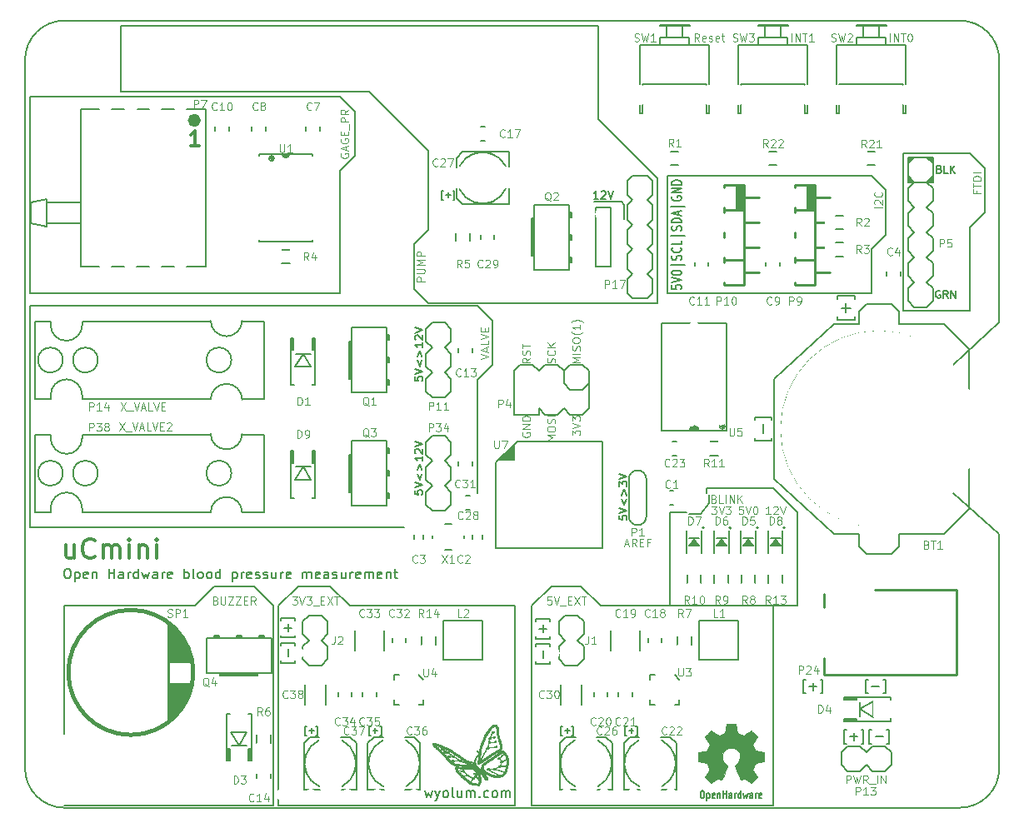
<source format=gto>
G04 #@! TF.FileFunction,Legend,Top*
%FSLAX46Y46*%
G04 Gerber Fmt 4.6, Leading zero omitted, Abs format (unit mm)*
G04 Created by KiCad (PCBNEW (2015-07-01 BZR 5850)-product) date Sat Sep  5 15:37:45 2015*
%MOMM*%
G01*
G04 APERTURE LIST*
%ADD10C,0.025400*%
%ADD11C,0.200000*%
%ADD12C,0.120000*%
%ADD13C,0.300000*%
%ADD14C,0.150000*%
%ADD15C,0.127000*%
%ADD16C,0.190500*%
%ADD17C,0.152400*%
%ADD18C,0.254000*%
%ADD19C,0.381000*%
%ADD20C,0.002540*%
%ADD21C,0.100000*%
%ADD22C,0.355600*%
%ADD23C,1.200000*%
%ADD24C,1.016000*%
%ADD25C,20.000000*%
%ADD26R,2.500000X1.000000*%
%ADD27R,1.625600X3.048000*%
%ADD28R,3.048000X1.625600*%
%ADD29R,1.600000X1.000000*%
%ADD30R,1.700000X2.500000*%
%ADD31R,2.500000X1.700000*%
%ADD32R,1.270000X1.016000*%
%ADD33C,1.524000*%
%ADD34R,0.980000X3.400000*%
%ADD35R,1.400000X1.400000*%
%ADD36R,1.524000X1.524000*%
%ADD37R,0.609600X3.048000*%
%ADD38C,1.778000*%
%ADD39R,1.778000X1.778000*%
%ADD40C,2.540000*%
%ADD41C,1.800000*%
%ADD42O,3.048000X4.572000*%
%ADD43R,3.048000X4.572000*%
%ADD44O,4.572000X3.048000*%
%ADD45R,2.032000X3.810000*%
%ADD46R,2.032000X1.524000*%
%ADD47R,3.810000X2.032000*%
%ADD48R,1.524000X2.032000*%
%ADD49C,6.096000*%
%ADD50C,2.032000*%
%ADD51R,1.549400X0.596900*%
%ADD52O,0.280000X0.850000*%
%ADD53O,0.850000X0.280000*%
%ADD54R,0.500000X1.700000*%
%ADD55R,0.700000X0.850000*%
%ADD56R,1.998980X0.599440*%
%ADD57R,1.998980X0.449580*%
%ADD58R,0.449580X1.998980*%
%ADD59R,1.400000X1.200000*%
%ADD60R,1.450000X1.150000*%
%ADD61R,1.150000X1.450000*%
%ADD62R,1.000000X1.450000*%
%ADD63R,1.450000X1.000000*%
%ADD64R,1.100000X1.150000*%
%ADD65C,2.000000*%
%ADD66C,3.000000*%
G04 APERTURE END LIST*
D10*
D11*
X110000000Y-35000000D02*
X110000000Y-43500000D01*
X111500000Y-33500000D02*
X110000000Y-35000000D01*
X111500000Y-29000000D02*
X111500000Y-33500000D01*
X110000000Y-27500000D02*
X111500000Y-29000000D01*
D12*
X101111905Y-33030952D02*
X100311905Y-33030952D01*
X100388095Y-32688095D02*
X100350000Y-32650000D01*
X100311905Y-32573809D01*
X100311905Y-32383333D01*
X100350000Y-32307143D01*
X100388095Y-32269047D01*
X100464286Y-32230952D01*
X100540476Y-32230952D01*
X100654762Y-32269047D01*
X101111905Y-32726190D01*
X101111905Y-32230952D01*
X101035714Y-31430952D02*
X101073810Y-31469047D01*
X101111905Y-31583333D01*
X101111905Y-31659523D01*
X101073810Y-31773809D01*
X100997619Y-31850000D01*
X100921429Y-31888095D01*
X100769048Y-31926190D01*
X100654762Y-31926190D01*
X100502381Y-31888095D01*
X100426190Y-31850000D01*
X100350000Y-31773809D01*
X100311905Y-31659523D01*
X100311905Y-31583333D01*
X100350000Y-31469047D01*
X100388095Y-31430952D01*
D11*
X100000000Y-37250000D02*
X100000000Y-41750000D01*
X101500000Y-35750000D02*
X100000000Y-37250000D01*
X101500000Y-31250000D02*
X101500000Y-35750000D01*
X100000000Y-29750000D02*
X101500000Y-31250000D01*
X14500000Y-41750000D02*
X14500000Y-21750000D01*
X46000000Y-41750000D02*
X14500000Y-41750000D01*
X46000000Y-29250000D02*
X46000000Y-41750000D01*
X47500000Y-27750000D02*
X46000000Y-29250000D01*
X47500000Y-23250000D02*
X47500000Y-27750000D01*
X46000000Y-21750000D02*
X47500000Y-23250000D01*
X14500000Y-21750000D02*
X46000000Y-21750000D01*
X55000000Y-35250000D02*
X55000000Y-27250000D01*
X53500000Y-36750000D02*
X55000000Y-35250000D01*
X53500000Y-41250000D02*
X53500000Y-36750000D01*
X55000000Y-42750000D02*
X53500000Y-41250000D01*
D12*
X60311905Y-48388095D02*
X61111905Y-48121428D01*
X60311905Y-47854761D01*
X60883333Y-47626190D02*
X60883333Y-47245238D01*
X61111905Y-47702381D02*
X60311905Y-47435714D01*
X61111905Y-47169047D01*
X61111905Y-46521428D02*
X61111905Y-46902381D01*
X60311905Y-46902381D01*
X60311905Y-46369048D02*
X61111905Y-46102381D01*
X60311905Y-45835714D01*
X60692857Y-45569048D02*
X60692857Y-45302381D01*
X61111905Y-45188095D02*
X61111905Y-45569048D01*
X60311905Y-45569048D01*
X60311905Y-45188095D01*
D11*
X60000000Y-43000000D02*
X14500000Y-43000000D01*
X61500000Y-44500000D02*
X61500000Y-49000000D01*
X61500000Y-44500000D02*
X60000000Y-43000000D01*
X60000000Y-50500000D02*
X60000000Y-62000000D01*
X61500000Y-49000000D02*
X60000000Y-50500000D01*
X14500000Y-65500000D02*
X14500000Y-43000000D01*
X14500000Y-65500000D02*
X52500000Y-65500000D01*
X49000000Y-21250000D02*
X23750000Y-21250000D01*
X55000000Y-27250000D02*
X49000000Y-21250000D01*
X55000000Y-42750000D02*
X78250000Y-42750000D01*
X23750000Y-14500000D02*
X23750000Y-21250000D01*
X72250000Y-14500000D02*
X23750000Y-14500000D01*
X72250000Y-24000000D02*
X72250000Y-14500000D01*
X78250000Y-30000000D02*
X72250000Y-24000000D01*
X74600000Y-32400000D02*
X71800000Y-32400000D01*
X74900000Y-32700000D02*
X74600000Y-32400000D01*
X74900000Y-32700000D02*
X74900000Y-34200000D01*
X78250000Y-42750000D02*
X78250000Y-30000000D01*
D13*
X18988095Y-67321429D02*
X18988095Y-68654762D01*
X18130952Y-67321429D02*
X18130952Y-68369048D01*
X18226191Y-68559524D01*
X18416667Y-68654762D01*
X18702381Y-68654762D01*
X18892857Y-68559524D01*
X18988095Y-68464286D01*
X21083334Y-68464286D02*
X20988096Y-68559524D01*
X20702381Y-68654762D01*
X20511905Y-68654762D01*
X20226191Y-68559524D01*
X20035715Y-68369048D01*
X19940476Y-68178571D01*
X19845238Y-67797619D01*
X19845238Y-67511905D01*
X19940476Y-67130952D01*
X20035715Y-66940476D01*
X20226191Y-66750000D01*
X20511905Y-66654762D01*
X20702381Y-66654762D01*
X20988096Y-66750000D01*
X21083334Y-66845238D01*
X21940476Y-68654762D02*
X21940476Y-67321429D01*
X21940476Y-67511905D02*
X22035715Y-67416667D01*
X22226191Y-67321429D01*
X22511905Y-67321429D01*
X22702381Y-67416667D01*
X22797619Y-67607143D01*
X22797619Y-68654762D01*
X22797619Y-67607143D02*
X22892857Y-67416667D01*
X23083334Y-67321429D01*
X23369048Y-67321429D01*
X23559524Y-67416667D01*
X23654762Y-67607143D01*
X23654762Y-68654762D01*
X24607143Y-68654762D02*
X24607143Y-67321429D01*
X24607143Y-66654762D02*
X24511905Y-66750000D01*
X24607143Y-66845238D01*
X24702382Y-66750000D01*
X24607143Y-66654762D01*
X24607143Y-66845238D01*
X25559524Y-67321429D02*
X25559524Y-68654762D01*
X25559524Y-67511905D02*
X25654763Y-67416667D01*
X25845239Y-67321429D01*
X26130953Y-67321429D01*
X26321429Y-67416667D01*
X26416667Y-67607143D01*
X26416667Y-68654762D01*
X27369048Y-68654762D02*
X27369048Y-67321429D01*
X27369048Y-66654762D02*
X27273810Y-66750000D01*
X27369048Y-66845238D01*
X27464287Y-66750000D01*
X27369048Y-66654762D01*
X27369048Y-66845238D01*
D11*
X18226187Y-69702381D02*
X18416664Y-69702381D01*
X18511902Y-69750000D01*
X18607140Y-69845238D01*
X18654759Y-70035714D01*
X18654759Y-70369048D01*
X18607140Y-70559524D01*
X18511902Y-70654762D01*
X18416664Y-70702381D01*
X18226187Y-70702381D01*
X18130949Y-70654762D01*
X18035711Y-70559524D01*
X17988092Y-70369048D01*
X17988092Y-70035714D01*
X18035711Y-69845238D01*
X18130949Y-69750000D01*
X18226187Y-69702381D01*
X19083330Y-70035714D02*
X19083330Y-71035714D01*
X19083330Y-70083333D02*
X19178568Y-70035714D01*
X19369045Y-70035714D01*
X19464283Y-70083333D01*
X19511902Y-70130952D01*
X19559521Y-70226190D01*
X19559521Y-70511905D01*
X19511902Y-70607143D01*
X19464283Y-70654762D01*
X19369045Y-70702381D01*
X19178568Y-70702381D01*
X19083330Y-70654762D01*
X20369045Y-70654762D02*
X20273807Y-70702381D01*
X20083330Y-70702381D01*
X19988092Y-70654762D01*
X19940473Y-70559524D01*
X19940473Y-70178571D01*
X19988092Y-70083333D01*
X20083330Y-70035714D01*
X20273807Y-70035714D01*
X20369045Y-70083333D01*
X20416664Y-70178571D01*
X20416664Y-70273810D01*
X19940473Y-70369048D01*
X20845235Y-70035714D02*
X20845235Y-70702381D01*
X20845235Y-70130952D02*
X20892854Y-70083333D01*
X20988092Y-70035714D01*
X21130950Y-70035714D01*
X21226188Y-70083333D01*
X21273807Y-70178571D01*
X21273807Y-70702381D01*
X22511902Y-70702381D02*
X22511902Y-69702381D01*
X22511902Y-70178571D02*
X23083331Y-70178571D01*
X23083331Y-70702381D02*
X23083331Y-69702381D01*
X23988093Y-70702381D02*
X23988093Y-70178571D01*
X23940474Y-70083333D01*
X23845236Y-70035714D01*
X23654759Y-70035714D01*
X23559521Y-70083333D01*
X23988093Y-70654762D02*
X23892855Y-70702381D01*
X23654759Y-70702381D01*
X23559521Y-70654762D01*
X23511902Y-70559524D01*
X23511902Y-70464286D01*
X23559521Y-70369048D01*
X23654759Y-70321429D01*
X23892855Y-70321429D01*
X23988093Y-70273810D01*
X24464283Y-70702381D02*
X24464283Y-70035714D01*
X24464283Y-70226190D02*
X24511902Y-70130952D01*
X24559521Y-70083333D01*
X24654759Y-70035714D01*
X24749998Y-70035714D01*
X25511903Y-70702381D02*
X25511903Y-69702381D01*
X25511903Y-70654762D02*
X25416665Y-70702381D01*
X25226188Y-70702381D01*
X25130950Y-70654762D01*
X25083331Y-70607143D01*
X25035712Y-70511905D01*
X25035712Y-70226190D01*
X25083331Y-70130952D01*
X25130950Y-70083333D01*
X25226188Y-70035714D01*
X25416665Y-70035714D01*
X25511903Y-70083333D01*
X25892855Y-70035714D02*
X26083331Y-70702381D01*
X26273808Y-70226190D01*
X26464284Y-70702381D01*
X26654760Y-70035714D01*
X27464284Y-70702381D02*
X27464284Y-70178571D01*
X27416665Y-70083333D01*
X27321427Y-70035714D01*
X27130950Y-70035714D01*
X27035712Y-70083333D01*
X27464284Y-70654762D02*
X27369046Y-70702381D01*
X27130950Y-70702381D01*
X27035712Y-70654762D01*
X26988093Y-70559524D01*
X26988093Y-70464286D01*
X27035712Y-70369048D01*
X27130950Y-70321429D01*
X27369046Y-70321429D01*
X27464284Y-70273810D01*
X27940474Y-70702381D02*
X27940474Y-70035714D01*
X27940474Y-70226190D02*
X27988093Y-70130952D01*
X28035712Y-70083333D01*
X28130950Y-70035714D01*
X28226189Y-70035714D01*
X28940475Y-70654762D02*
X28845237Y-70702381D01*
X28654760Y-70702381D01*
X28559522Y-70654762D01*
X28511903Y-70559524D01*
X28511903Y-70178571D01*
X28559522Y-70083333D01*
X28654760Y-70035714D01*
X28845237Y-70035714D01*
X28940475Y-70083333D01*
X28988094Y-70178571D01*
X28988094Y-70273810D01*
X28511903Y-70369048D01*
X30178570Y-70702381D02*
X30178570Y-69702381D01*
X30178570Y-70083333D02*
X30273808Y-70035714D01*
X30464285Y-70035714D01*
X30559523Y-70083333D01*
X30607142Y-70130952D01*
X30654761Y-70226190D01*
X30654761Y-70511905D01*
X30607142Y-70607143D01*
X30559523Y-70654762D01*
X30464285Y-70702381D01*
X30273808Y-70702381D01*
X30178570Y-70654762D01*
X31226189Y-70702381D02*
X31130951Y-70654762D01*
X31083332Y-70559524D01*
X31083332Y-69702381D01*
X31749999Y-70702381D02*
X31654761Y-70654762D01*
X31607142Y-70607143D01*
X31559523Y-70511905D01*
X31559523Y-70226190D01*
X31607142Y-70130952D01*
X31654761Y-70083333D01*
X31749999Y-70035714D01*
X31892857Y-70035714D01*
X31988095Y-70083333D01*
X32035714Y-70130952D01*
X32083333Y-70226190D01*
X32083333Y-70511905D01*
X32035714Y-70607143D01*
X31988095Y-70654762D01*
X31892857Y-70702381D01*
X31749999Y-70702381D01*
X32654761Y-70702381D02*
X32559523Y-70654762D01*
X32511904Y-70607143D01*
X32464285Y-70511905D01*
X32464285Y-70226190D01*
X32511904Y-70130952D01*
X32559523Y-70083333D01*
X32654761Y-70035714D01*
X32797619Y-70035714D01*
X32892857Y-70083333D01*
X32940476Y-70130952D01*
X32988095Y-70226190D01*
X32988095Y-70511905D01*
X32940476Y-70607143D01*
X32892857Y-70654762D01*
X32797619Y-70702381D01*
X32654761Y-70702381D01*
X33845238Y-70702381D02*
X33845238Y-69702381D01*
X33845238Y-70654762D02*
X33750000Y-70702381D01*
X33559523Y-70702381D01*
X33464285Y-70654762D01*
X33416666Y-70607143D01*
X33369047Y-70511905D01*
X33369047Y-70226190D01*
X33416666Y-70130952D01*
X33464285Y-70083333D01*
X33559523Y-70035714D01*
X33750000Y-70035714D01*
X33845238Y-70083333D01*
X35083333Y-70035714D02*
X35083333Y-71035714D01*
X35083333Y-70083333D02*
X35178571Y-70035714D01*
X35369048Y-70035714D01*
X35464286Y-70083333D01*
X35511905Y-70130952D01*
X35559524Y-70226190D01*
X35559524Y-70511905D01*
X35511905Y-70607143D01*
X35464286Y-70654762D01*
X35369048Y-70702381D01*
X35178571Y-70702381D01*
X35083333Y-70654762D01*
X35988095Y-70702381D02*
X35988095Y-70035714D01*
X35988095Y-70226190D02*
X36035714Y-70130952D01*
X36083333Y-70083333D01*
X36178571Y-70035714D01*
X36273810Y-70035714D01*
X36988096Y-70654762D02*
X36892858Y-70702381D01*
X36702381Y-70702381D01*
X36607143Y-70654762D01*
X36559524Y-70559524D01*
X36559524Y-70178571D01*
X36607143Y-70083333D01*
X36702381Y-70035714D01*
X36892858Y-70035714D01*
X36988096Y-70083333D01*
X37035715Y-70178571D01*
X37035715Y-70273810D01*
X36559524Y-70369048D01*
X37416667Y-70654762D02*
X37511905Y-70702381D01*
X37702381Y-70702381D01*
X37797620Y-70654762D01*
X37845239Y-70559524D01*
X37845239Y-70511905D01*
X37797620Y-70416667D01*
X37702381Y-70369048D01*
X37559524Y-70369048D01*
X37464286Y-70321429D01*
X37416667Y-70226190D01*
X37416667Y-70178571D01*
X37464286Y-70083333D01*
X37559524Y-70035714D01*
X37702381Y-70035714D01*
X37797620Y-70083333D01*
X38226191Y-70654762D02*
X38321429Y-70702381D01*
X38511905Y-70702381D01*
X38607144Y-70654762D01*
X38654763Y-70559524D01*
X38654763Y-70511905D01*
X38607144Y-70416667D01*
X38511905Y-70369048D01*
X38369048Y-70369048D01*
X38273810Y-70321429D01*
X38226191Y-70226190D01*
X38226191Y-70178571D01*
X38273810Y-70083333D01*
X38369048Y-70035714D01*
X38511905Y-70035714D01*
X38607144Y-70083333D01*
X39511906Y-70035714D02*
X39511906Y-70702381D01*
X39083334Y-70035714D02*
X39083334Y-70559524D01*
X39130953Y-70654762D01*
X39226191Y-70702381D01*
X39369049Y-70702381D01*
X39464287Y-70654762D01*
X39511906Y-70607143D01*
X39988096Y-70702381D02*
X39988096Y-70035714D01*
X39988096Y-70226190D02*
X40035715Y-70130952D01*
X40083334Y-70083333D01*
X40178572Y-70035714D01*
X40273811Y-70035714D01*
X40988097Y-70654762D02*
X40892859Y-70702381D01*
X40702382Y-70702381D01*
X40607144Y-70654762D01*
X40559525Y-70559524D01*
X40559525Y-70178571D01*
X40607144Y-70083333D01*
X40702382Y-70035714D01*
X40892859Y-70035714D01*
X40988097Y-70083333D01*
X41035716Y-70178571D01*
X41035716Y-70273810D01*
X40559525Y-70369048D01*
X42226192Y-70702381D02*
X42226192Y-70035714D01*
X42226192Y-70130952D02*
X42273811Y-70083333D01*
X42369049Y-70035714D01*
X42511907Y-70035714D01*
X42607145Y-70083333D01*
X42654764Y-70178571D01*
X42654764Y-70702381D01*
X42654764Y-70178571D02*
X42702383Y-70083333D01*
X42797621Y-70035714D01*
X42940478Y-70035714D01*
X43035716Y-70083333D01*
X43083335Y-70178571D01*
X43083335Y-70702381D01*
X43940478Y-70654762D02*
X43845240Y-70702381D01*
X43654763Y-70702381D01*
X43559525Y-70654762D01*
X43511906Y-70559524D01*
X43511906Y-70178571D01*
X43559525Y-70083333D01*
X43654763Y-70035714D01*
X43845240Y-70035714D01*
X43940478Y-70083333D01*
X43988097Y-70178571D01*
X43988097Y-70273810D01*
X43511906Y-70369048D01*
X44845240Y-70702381D02*
X44845240Y-70178571D01*
X44797621Y-70083333D01*
X44702383Y-70035714D01*
X44511906Y-70035714D01*
X44416668Y-70083333D01*
X44845240Y-70654762D02*
X44750002Y-70702381D01*
X44511906Y-70702381D01*
X44416668Y-70654762D01*
X44369049Y-70559524D01*
X44369049Y-70464286D01*
X44416668Y-70369048D01*
X44511906Y-70321429D01*
X44750002Y-70321429D01*
X44845240Y-70273810D01*
X45273811Y-70654762D02*
X45369049Y-70702381D01*
X45559525Y-70702381D01*
X45654764Y-70654762D01*
X45702383Y-70559524D01*
X45702383Y-70511905D01*
X45654764Y-70416667D01*
X45559525Y-70369048D01*
X45416668Y-70369048D01*
X45321430Y-70321429D01*
X45273811Y-70226190D01*
X45273811Y-70178571D01*
X45321430Y-70083333D01*
X45416668Y-70035714D01*
X45559525Y-70035714D01*
X45654764Y-70083333D01*
X46559526Y-70035714D02*
X46559526Y-70702381D01*
X46130954Y-70035714D02*
X46130954Y-70559524D01*
X46178573Y-70654762D01*
X46273811Y-70702381D01*
X46416669Y-70702381D01*
X46511907Y-70654762D01*
X46559526Y-70607143D01*
X47035716Y-70702381D02*
X47035716Y-70035714D01*
X47035716Y-70226190D02*
X47083335Y-70130952D01*
X47130954Y-70083333D01*
X47226192Y-70035714D01*
X47321431Y-70035714D01*
X48035717Y-70654762D02*
X47940479Y-70702381D01*
X47750002Y-70702381D01*
X47654764Y-70654762D01*
X47607145Y-70559524D01*
X47607145Y-70178571D01*
X47654764Y-70083333D01*
X47750002Y-70035714D01*
X47940479Y-70035714D01*
X48035717Y-70083333D01*
X48083336Y-70178571D01*
X48083336Y-70273810D01*
X47607145Y-70369048D01*
X48511907Y-70702381D02*
X48511907Y-70035714D01*
X48511907Y-70130952D02*
X48559526Y-70083333D01*
X48654764Y-70035714D01*
X48797622Y-70035714D01*
X48892860Y-70083333D01*
X48940479Y-70178571D01*
X48940479Y-70702381D01*
X48940479Y-70178571D02*
X48988098Y-70083333D01*
X49083336Y-70035714D01*
X49226193Y-70035714D01*
X49321431Y-70083333D01*
X49369050Y-70178571D01*
X49369050Y-70702381D01*
X50226193Y-70654762D02*
X50130955Y-70702381D01*
X49940478Y-70702381D01*
X49845240Y-70654762D01*
X49797621Y-70559524D01*
X49797621Y-70178571D01*
X49845240Y-70083333D01*
X49940478Y-70035714D01*
X50130955Y-70035714D01*
X50226193Y-70083333D01*
X50273812Y-70178571D01*
X50273812Y-70273810D01*
X49797621Y-70369048D01*
X50702383Y-70035714D02*
X50702383Y-70702381D01*
X50702383Y-70130952D02*
X50750002Y-70083333D01*
X50845240Y-70035714D01*
X50988098Y-70035714D01*
X51083336Y-70083333D01*
X51130955Y-70178571D01*
X51130955Y-70702381D01*
X51464288Y-70035714D02*
X51845240Y-70035714D01*
X51607145Y-69702381D02*
X51607145Y-70559524D01*
X51654764Y-70654762D01*
X51750002Y-70702381D01*
X51845240Y-70702381D01*
X54619048Y-92285714D02*
X54809524Y-92952381D01*
X55000001Y-92476190D01*
X55190477Y-92952381D01*
X55380953Y-92285714D01*
X55666667Y-92285714D02*
X55904762Y-92952381D01*
X56142858Y-92285714D02*
X55904762Y-92952381D01*
X55809524Y-93190476D01*
X55761905Y-93238095D01*
X55666667Y-93285714D01*
X56666667Y-92952381D02*
X56571429Y-92904762D01*
X56523810Y-92857143D01*
X56476191Y-92761905D01*
X56476191Y-92476190D01*
X56523810Y-92380952D01*
X56571429Y-92333333D01*
X56666667Y-92285714D01*
X56809525Y-92285714D01*
X56904763Y-92333333D01*
X56952382Y-92380952D01*
X57000001Y-92476190D01*
X57000001Y-92761905D01*
X56952382Y-92857143D01*
X56904763Y-92904762D01*
X56809525Y-92952381D01*
X56666667Y-92952381D01*
X57571429Y-92952381D02*
X57476191Y-92904762D01*
X57428572Y-92809524D01*
X57428572Y-91952381D01*
X58380954Y-92285714D02*
X58380954Y-92952381D01*
X57952382Y-92285714D02*
X57952382Y-92809524D01*
X58000001Y-92904762D01*
X58095239Y-92952381D01*
X58238097Y-92952381D01*
X58333335Y-92904762D01*
X58380954Y-92857143D01*
X58857144Y-92952381D02*
X58857144Y-92285714D01*
X58857144Y-92380952D02*
X58904763Y-92333333D01*
X59000001Y-92285714D01*
X59142859Y-92285714D01*
X59238097Y-92333333D01*
X59285716Y-92428571D01*
X59285716Y-92952381D01*
X59285716Y-92428571D02*
X59333335Y-92333333D01*
X59428573Y-92285714D01*
X59571430Y-92285714D01*
X59666668Y-92333333D01*
X59714287Y-92428571D01*
X59714287Y-92952381D01*
X60190477Y-92857143D02*
X60238096Y-92904762D01*
X60190477Y-92952381D01*
X60142858Y-92904762D01*
X60190477Y-92857143D01*
X60190477Y-92952381D01*
X61095239Y-92904762D02*
X61000001Y-92952381D01*
X60809524Y-92952381D01*
X60714286Y-92904762D01*
X60666667Y-92857143D01*
X60619048Y-92761905D01*
X60619048Y-92476190D01*
X60666667Y-92380952D01*
X60714286Y-92333333D01*
X60809524Y-92285714D01*
X61000001Y-92285714D01*
X61095239Y-92333333D01*
X61666667Y-92952381D02*
X61571429Y-92904762D01*
X61523810Y-92857143D01*
X61476191Y-92761905D01*
X61476191Y-92476190D01*
X61523810Y-92380952D01*
X61571429Y-92333333D01*
X61666667Y-92285714D01*
X61809525Y-92285714D01*
X61904763Y-92333333D01*
X61952382Y-92380952D01*
X62000001Y-92476190D01*
X62000001Y-92761905D01*
X61952382Y-92857143D01*
X61904763Y-92904762D01*
X61809525Y-92952381D01*
X61666667Y-92952381D01*
X62428572Y-92952381D02*
X62428572Y-92285714D01*
X62428572Y-92380952D02*
X62476191Y-92333333D01*
X62571429Y-92285714D01*
X62714287Y-92285714D01*
X62809525Y-92333333D01*
X62857144Y-92428571D01*
X62857144Y-92952381D01*
X62857144Y-92428571D02*
X62904763Y-92333333D01*
X63000001Y-92285714D01*
X63142858Y-92285714D01*
X63238096Y-92333333D01*
X63285715Y-92428571D01*
X63285715Y-92952381D01*
X18000000Y-73500000D02*
X18000000Y-86500000D01*
X31250000Y-73500000D02*
X18000000Y-73500000D01*
X39250000Y-93750000D02*
X18000000Y-93750000D01*
X83250000Y-61500000D02*
X83250000Y-62000000D01*
X90000000Y-61500000D02*
X83250000Y-61500000D01*
X92500000Y-64000000D02*
X90000000Y-61500000D01*
X92500000Y-73500000D02*
X92500000Y-64000000D01*
X90000000Y-73500000D02*
X92500000Y-73500000D01*
X79500000Y-64000000D02*
X79500000Y-73500000D01*
X81250000Y-64000000D02*
X79500000Y-64000000D01*
X33250000Y-71500000D02*
X31250000Y-73500000D01*
X37250000Y-71500000D02*
X33250000Y-71500000D01*
X39250000Y-73500000D02*
X37250000Y-71500000D01*
X39250000Y-93750000D02*
X39250000Y-73500000D01*
X45000000Y-71500000D02*
X43500000Y-71500000D01*
X47000000Y-73500000D02*
X45000000Y-71500000D01*
X63750000Y-73500000D02*
X47000000Y-73500000D01*
X63750000Y-93750000D02*
X63750000Y-73500000D01*
X39750000Y-93750000D02*
X63750000Y-93750000D01*
X39750000Y-73500000D02*
X39750000Y-93750000D01*
X41750000Y-71500000D02*
X39750000Y-73500000D01*
X43500000Y-71500000D02*
X41750000Y-71500000D01*
X67500000Y-71500000D02*
X69500000Y-71500000D01*
X65500000Y-73500000D02*
X67500000Y-71500000D01*
X65500000Y-93750000D02*
X65500000Y-73500000D01*
X70500000Y-71500000D02*
X69500000Y-71500000D01*
X72500000Y-73500000D02*
X70500000Y-71500000D01*
X90000000Y-73500000D02*
X72500000Y-73500000D01*
X90000000Y-93750000D02*
X90000000Y-73500000D01*
X65500000Y-93750000D02*
X90000000Y-93750000D01*
X101202381Y-80964286D02*
X101440477Y-80964286D01*
X101440477Y-82392857D01*
X101202381Y-82392857D01*
X100821429Y-81678571D02*
X100059524Y-81678571D01*
X99678572Y-80964286D02*
X99440477Y-80964286D01*
X99440477Y-82392857D01*
X99678572Y-82392857D01*
X94821427Y-80964286D02*
X95059523Y-80964286D01*
X95059523Y-82392857D01*
X94821427Y-82392857D01*
X94440475Y-81678571D02*
X93678570Y-81678571D01*
X94059522Y-81297619D02*
X94059522Y-82059524D01*
X93297618Y-80964286D02*
X93059523Y-80964286D01*
X93059523Y-82392857D01*
X93297618Y-82392857D01*
X110000000Y-27500000D02*
X103250000Y-27500000D01*
X103250000Y-43500000D02*
X110000000Y-43500000D01*
X103250000Y-27500000D02*
X103250000Y-43500000D01*
X79250000Y-41750000D02*
X79250000Y-35750000D01*
X100000000Y-41750000D02*
X79250000Y-41750000D01*
X79250000Y-29750000D02*
X100000000Y-29750000D01*
X79250000Y-35750000D02*
X79250000Y-29750000D01*
D14*
X79702381Y-40873809D02*
X79702381Y-41254762D01*
X80178571Y-41292857D01*
X80130952Y-41254762D01*
X80083333Y-41178571D01*
X80083333Y-40988095D01*
X80130952Y-40911905D01*
X80178571Y-40873809D01*
X80273810Y-40835714D01*
X80511905Y-40835714D01*
X80607143Y-40873809D01*
X80654762Y-40911905D01*
X80702381Y-40988095D01*
X80702381Y-41178571D01*
X80654762Y-41254762D01*
X80607143Y-41292857D01*
X79702381Y-40607143D02*
X80702381Y-40340476D01*
X79702381Y-40073809D01*
X79702381Y-39654762D02*
X79702381Y-39578571D01*
X79750000Y-39502381D01*
X79797619Y-39464286D01*
X79892857Y-39426190D01*
X80083333Y-39388095D01*
X80321429Y-39388095D01*
X80511905Y-39426190D01*
X80607143Y-39464286D01*
X80654762Y-39502381D01*
X80702381Y-39578571D01*
X80702381Y-39654762D01*
X80654762Y-39730952D01*
X80607143Y-39769048D01*
X80511905Y-39807143D01*
X80321429Y-39845238D01*
X80083333Y-39845238D01*
X79892857Y-39807143D01*
X79797619Y-39769048D01*
X79750000Y-39730952D01*
X79702381Y-39654762D01*
X81035714Y-38854762D02*
X79607143Y-38854762D01*
X80654762Y-38321428D02*
X80702381Y-38207142D01*
X80702381Y-38016666D01*
X80654762Y-37940476D01*
X80607143Y-37902380D01*
X80511905Y-37864285D01*
X80416667Y-37864285D01*
X80321429Y-37902380D01*
X80273810Y-37940476D01*
X80226190Y-38016666D01*
X80178571Y-38169047D01*
X80130952Y-38245238D01*
X80083333Y-38283333D01*
X79988095Y-38321428D01*
X79892857Y-38321428D01*
X79797619Y-38283333D01*
X79750000Y-38245238D01*
X79702381Y-38169047D01*
X79702381Y-37978571D01*
X79750000Y-37864285D01*
X80607143Y-37064285D02*
X80654762Y-37102380D01*
X80702381Y-37216666D01*
X80702381Y-37292856D01*
X80654762Y-37407142D01*
X80559524Y-37483333D01*
X80464286Y-37521428D01*
X80273810Y-37559523D01*
X80130952Y-37559523D01*
X79940476Y-37521428D01*
X79845238Y-37483333D01*
X79750000Y-37407142D01*
X79702381Y-37292856D01*
X79702381Y-37216666D01*
X79750000Y-37102380D01*
X79797619Y-37064285D01*
X80702381Y-36340475D02*
X80702381Y-36721428D01*
X79702381Y-36721428D01*
X81035714Y-35883333D02*
X79607143Y-35883333D01*
X80654762Y-35349999D02*
X80702381Y-35235713D01*
X80702381Y-35045237D01*
X80654762Y-34969047D01*
X80607143Y-34930951D01*
X80511905Y-34892856D01*
X80416667Y-34892856D01*
X80321429Y-34930951D01*
X80273810Y-34969047D01*
X80226190Y-35045237D01*
X80178571Y-35197618D01*
X80130952Y-35273809D01*
X80083333Y-35311904D01*
X79988095Y-35349999D01*
X79892857Y-35349999D01*
X79797619Y-35311904D01*
X79750000Y-35273809D01*
X79702381Y-35197618D01*
X79702381Y-35007142D01*
X79750000Y-34892856D01*
X80702381Y-34549999D02*
X79702381Y-34549999D01*
X79702381Y-34359523D01*
X79750000Y-34245237D01*
X79845238Y-34169046D01*
X79940476Y-34130951D01*
X80130952Y-34092856D01*
X80273810Y-34092856D01*
X80464286Y-34130951D01*
X80559524Y-34169046D01*
X80654762Y-34245237D01*
X80702381Y-34359523D01*
X80702381Y-34549999D01*
X80416667Y-33788094D02*
X80416667Y-33407142D01*
X80702381Y-33864285D02*
X79702381Y-33597618D01*
X80702381Y-33330951D01*
X81035714Y-32873809D02*
X79607143Y-32873809D01*
X79750000Y-31883332D02*
X79702381Y-31959523D01*
X79702381Y-32073808D01*
X79750000Y-32188094D01*
X79845238Y-32264285D01*
X79940476Y-32302380D01*
X80130952Y-32340475D01*
X80273810Y-32340475D01*
X80464286Y-32302380D01*
X80559524Y-32264285D01*
X80654762Y-32188094D01*
X80702381Y-32073808D01*
X80702381Y-31997618D01*
X80654762Y-31883332D01*
X80607143Y-31845237D01*
X80273810Y-31845237D01*
X80273810Y-31997618D01*
X80702381Y-31502380D02*
X79702381Y-31502380D01*
X80702381Y-31045237D01*
X79702381Y-31045237D01*
X80702381Y-30664285D02*
X79702381Y-30664285D01*
X79702381Y-30473809D01*
X79750000Y-30359523D01*
X79845238Y-30283332D01*
X79940476Y-30245237D01*
X80130952Y-30207142D01*
X80273810Y-30207142D01*
X80464286Y-30245237D01*
X80559524Y-30283332D01*
X80654762Y-30359523D01*
X80702381Y-30473809D01*
X80702381Y-30664285D01*
X72254762Y-32111905D02*
X71797619Y-32111905D01*
X72026190Y-32111905D02*
X72026190Y-31311905D01*
X71950000Y-31426190D01*
X71873809Y-31502381D01*
X71797619Y-31540476D01*
X72559524Y-31388095D02*
X72597619Y-31350000D01*
X72673810Y-31311905D01*
X72864286Y-31311905D01*
X72940476Y-31350000D01*
X72978572Y-31388095D01*
X73016667Y-31464286D01*
X73016667Y-31540476D01*
X72978572Y-31654762D01*
X72521429Y-32111905D01*
X73016667Y-32111905D01*
X73245238Y-31311905D02*
X73511905Y-32111905D01*
X73778572Y-31311905D01*
X53611905Y-50197618D02*
X53611905Y-50578571D01*
X53992857Y-50616666D01*
X53954762Y-50578571D01*
X53916667Y-50502380D01*
X53916667Y-50311904D01*
X53954762Y-50235714D01*
X53992857Y-50197618D01*
X54069048Y-50159523D01*
X54259524Y-50159523D01*
X54335714Y-50197618D01*
X54373810Y-50235714D01*
X54411905Y-50311904D01*
X54411905Y-50502380D01*
X54373810Y-50578571D01*
X54335714Y-50616666D01*
X53611905Y-49930952D02*
X54411905Y-49664285D01*
X53611905Y-49397618D01*
X53878571Y-48521428D02*
X54107143Y-49130952D01*
X54335714Y-48521428D01*
X53878571Y-48140476D02*
X54107143Y-47530952D01*
X54335714Y-48140476D01*
X54411905Y-46730952D02*
X54411905Y-47188095D01*
X54411905Y-46959524D02*
X53611905Y-46959524D01*
X53726190Y-47035714D01*
X53802381Y-47111905D01*
X53840476Y-47188095D01*
X53688095Y-46426190D02*
X53650000Y-46388095D01*
X53611905Y-46311904D01*
X53611905Y-46121428D01*
X53650000Y-46045238D01*
X53688095Y-46007142D01*
X53764286Y-45969047D01*
X53840476Y-45969047D01*
X53954762Y-46007142D01*
X54411905Y-46464285D01*
X54411905Y-45969047D01*
X53611905Y-45740476D02*
X54411905Y-45473809D01*
X53611905Y-45207142D01*
X53611905Y-61747618D02*
X53611905Y-62128571D01*
X53992857Y-62166666D01*
X53954762Y-62128571D01*
X53916667Y-62052380D01*
X53916667Y-61861904D01*
X53954762Y-61785714D01*
X53992857Y-61747618D01*
X54069048Y-61709523D01*
X54259524Y-61709523D01*
X54335714Y-61747618D01*
X54373810Y-61785714D01*
X54411905Y-61861904D01*
X54411905Y-62052380D01*
X54373810Y-62128571D01*
X54335714Y-62166666D01*
X53611905Y-61480952D02*
X54411905Y-61214285D01*
X53611905Y-60947618D01*
X53878571Y-60071428D02*
X54107143Y-60680952D01*
X54335714Y-60071428D01*
X53878571Y-59690476D02*
X54107143Y-59080952D01*
X54335714Y-59690476D01*
X54411905Y-58280952D02*
X54411905Y-58738095D01*
X54411905Y-58509524D02*
X53611905Y-58509524D01*
X53726190Y-58585714D01*
X53802381Y-58661905D01*
X53840476Y-58738095D01*
X53688095Y-57976190D02*
X53650000Y-57938095D01*
X53611905Y-57861904D01*
X53611905Y-57671428D01*
X53650000Y-57595238D01*
X53688095Y-57557142D01*
X53764286Y-57519047D01*
X53840476Y-57519047D01*
X53954762Y-57557142D01*
X54411905Y-58014285D01*
X54411905Y-57519047D01*
X53611905Y-57290476D02*
X54411905Y-57023809D01*
X53611905Y-56757142D01*
X74361905Y-64316666D02*
X74361905Y-64697619D01*
X74742857Y-64735714D01*
X74704762Y-64697619D01*
X74666667Y-64621428D01*
X74666667Y-64430952D01*
X74704762Y-64354762D01*
X74742857Y-64316666D01*
X74819048Y-64278571D01*
X75009524Y-64278571D01*
X75085714Y-64316666D01*
X75123810Y-64354762D01*
X75161905Y-64430952D01*
X75161905Y-64621428D01*
X75123810Y-64697619D01*
X75085714Y-64735714D01*
X74361905Y-64050000D02*
X75161905Y-63783333D01*
X74361905Y-63516666D01*
X74628571Y-62640476D02*
X74857143Y-63250000D01*
X75085714Y-62640476D01*
X74628571Y-62259524D02*
X74857143Y-61650000D01*
X75085714Y-62259524D01*
X74361905Y-61345238D02*
X74361905Y-60850000D01*
X74666667Y-61116667D01*
X74666667Y-61002381D01*
X74704762Y-60926191D01*
X74742857Y-60888095D01*
X74819048Y-60850000D01*
X75009524Y-60850000D01*
X75085714Y-60888095D01*
X75123810Y-60926191D01*
X75161905Y-61002381D01*
X75161905Y-61230953D01*
X75123810Y-61307143D01*
X75085714Y-61345238D01*
X74361905Y-60621429D02*
X75161905Y-60354762D01*
X74361905Y-60088095D01*
D11*
X101547619Y-86064286D02*
X101785715Y-86064286D01*
X101785715Y-87492857D01*
X101547619Y-87492857D01*
X101166667Y-86778571D02*
X100404762Y-86778571D01*
X100023810Y-86064286D02*
X99785715Y-86064286D01*
X99785715Y-87492857D01*
X100023810Y-87492857D01*
X98976190Y-86064286D02*
X99214286Y-86064286D01*
X99214286Y-87492857D01*
X98976190Y-87492857D01*
X98595238Y-86778571D02*
X97833333Y-86778571D01*
X98214285Y-86397619D02*
X98214285Y-87159524D01*
X97452381Y-86064286D02*
X97214286Y-86064286D01*
X97214286Y-87492857D01*
X97452381Y-87492857D01*
X67335714Y-79147619D02*
X67335714Y-79385715D01*
X65907143Y-79385715D01*
X65907143Y-79147619D01*
X66621429Y-78766667D02*
X66621429Y-78004762D01*
X67335714Y-77623810D02*
X67335714Y-77385715D01*
X65907143Y-77385715D01*
X65907143Y-77623810D01*
X67335714Y-76576190D02*
X67335714Y-76814286D01*
X65907143Y-76814286D01*
X65907143Y-76576190D01*
X66621429Y-76195238D02*
X66621429Y-75433333D01*
X67002381Y-75814285D02*
X66240476Y-75814285D01*
X67335714Y-75052381D02*
X67335714Y-74814286D01*
X65907143Y-74814286D01*
X65907143Y-75052381D01*
X41435714Y-79047619D02*
X41435714Y-79285715D01*
X40007143Y-79285715D01*
X40007143Y-79047619D01*
X40721429Y-78666667D02*
X40721429Y-77904762D01*
X41435714Y-77523810D02*
X41435714Y-77285715D01*
X40007143Y-77285715D01*
X40007143Y-77523810D01*
X41435714Y-76476190D02*
X41435714Y-76714286D01*
X40007143Y-76714286D01*
X40007143Y-76476190D01*
X40721429Y-76095238D02*
X40721429Y-75333333D01*
X41102381Y-75714285D02*
X40340476Y-75714285D01*
X41435714Y-74952381D02*
X41435714Y-74714286D01*
X40007143Y-74714286D01*
X40007143Y-74952381D01*
X82700000Y-64150000D02*
X81450000Y-64150000D01*
X83500000Y-63050000D02*
X82700000Y-64150000D01*
X83500000Y-62200000D02*
X83500000Y-63050000D01*
D15*
X18000000Y-94000000D02*
X109000000Y-94000000D01*
X113000000Y-44700000D02*
X108300000Y-49000000D01*
X113000000Y-18000000D02*
X113000000Y-44700000D01*
X108300000Y-55500000D02*
X108300000Y-49000000D01*
X108300000Y-62000000D02*
X108300000Y-55500000D01*
X113000000Y-66200000D02*
X108300000Y-62000000D01*
X113000000Y-90000000D02*
X113000000Y-66200000D01*
X14000000Y-18000000D02*
X14000000Y-90000000D01*
X109000000Y-14000000D02*
X18000000Y-14000000D01*
X113000000Y-18000000D02*
G75*
G03X109000000Y-14000000I-4000000J0D01*
G01*
X109000000Y-94000000D02*
G75*
G03X113000000Y-90000000I0J4000000D01*
G01*
X14000000Y-90000000D02*
G75*
G03X18000000Y-94000000I4000000J0D01*
G01*
X18000000Y-14000000D02*
G75*
G03X14000000Y-18000000I0J-4000000D01*
G01*
D16*
X102782000Y-66168000D02*
X102782000Y-67438000D01*
X102782000Y-67438000D02*
X102020000Y-68200000D01*
X102020000Y-68200000D02*
X99480000Y-68200000D01*
X99480000Y-68200000D02*
X98718000Y-67438000D01*
X98718000Y-67438000D02*
X98718000Y-66168000D01*
X98718000Y-44832000D02*
X98718000Y-43562000D01*
X98718000Y-43562000D02*
X99480000Y-42800000D01*
X99480000Y-42800000D02*
X102020000Y-42800000D01*
X102020000Y-42800000D02*
X102782000Y-43562000D01*
X102782000Y-43562000D02*
X102782000Y-44832000D01*
X103036000Y-66168000D02*
X102782000Y-66168000D01*
X98718000Y-66168000D02*
X98464000Y-66168000D01*
X98464000Y-44832000D02*
X98718000Y-44832000D01*
X102782000Y-44832000D02*
X103036000Y-44832000D01*
X108624000Y-55500000D02*
X108624000Y-58040000D01*
X108624000Y-58040000D02*
X109894000Y-59310000D01*
X109894000Y-59310000D02*
X109894000Y-63628000D01*
X109894000Y-63628000D02*
X107354000Y-66168000D01*
X107354000Y-66168000D02*
X103036000Y-66168000D01*
X109894000Y-47372000D02*
X109894000Y-51690000D01*
X107354000Y-44832000D02*
X103036000Y-44832000D01*
X109894000Y-47372000D02*
X107354000Y-44832000D01*
X108624000Y-55500000D02*
X108624000Y-52960000D01*
X108624000Y-52960000D02*
X109894000Y-51690000D01*
X96178000Y-66168000D02*
X90082000Y-60580000D01*
X96178000Y-66168000D02*
X98464000Y-66168000D01*
X90082000Y-50420000D02*
X96178000Y-44832000D01*
X96178000Y-44832000D02*
X98464000Y-44832000D01*
X90082000Y-55500000D02*
X90082000Y-60580000D01*
X90082000Y-55500000D02*
X90082000Y-50420000D01*
X110669017Y-55500000D02*
G75*
G03X110669017Y-55500000I-9919017J0D01*
G01*
D14*
X76475000Y-78000000D02*
X76475000Y-76000000D01*
X73525000Y-76000000D02*
X73525000Y-78000000D01*
D17*
X79849500Y-90706500D02*
G75*
G03X78706500Y-87150500I-2349500J1206500D01*
G01*
X78706500Y-91849500D02*
G75*
G03X79849500Y-88293500I-1206500J2349500D01*
G01*
X80167000Y-87468000D02*
X80167000Y-92167000D01*
X76357000Y-87150500D02*
G75*
G03X75150500Y-90643000I1143000J-2349500D01*
G01*
X75087000Y-88484000D02*
G75*
G03X76420500Y-91849500I2349500J-1016000D01*
G01*
X74833000Y-92167000D02*
X76484000Y-92167000D01*
X80167000Y-92167000D02*
X78643000Y-92167000D01*
X79532000Y-86833000D02*
X78579500Y-86833000D01*
X75468000Y-86833000D02*
X76420500Y-86833000D01*
X75468000Y-86833000D02*
X74833000Y-87468000D01*
X74833000Y-87468000D02*
X74833000Y-89500000D01*
X79532000Y-86833000D02*
X80167000Y-87468000D01*
X74833000Y-92167000D02*
X74833000Y-89500000D01*
X73349500Y-90706500D02*
G75*
G03X72206500Y-87150500I-2349500J1206500D01*
G01*
X72206500Y-91849500D02*
G75*
G03X73349500Y-88293500I-1206500J2349500D01*
G01*
X73667000Y-87468000D02*
X73667000Y-92167000D01*
X69857000Y-87150500D02*
G75*
G03X68650500Y-90643000I1143000J-2349500D01*
G01*
X68587000Y-88484000D02*
G75*
G03X69920500Y-91849500I2349500J-1016000D01*
G01*
X68333000Y-92167000D02*
X69984000Y-92167000D01*
X73667000Y-92167000D02*
X72143000Y-92167000D01*
X73032000Y-86833000D02*
X72079500Y-86833000D01*
X68968000Y-86833000D02*
X69920500Y-86833000D01*
X68968000Y-86833000D02*
X68333000Y-87468000D01*
X68333000Y-87468000D02*
X68333000Y-89500000D01*
X73032000Y-86833000D02*
X73667000Y-87468000D01*
X68333000Y-92167000D02*
X68333000Y-89500000D01*
X61706500Y-27650500D02*
G75*
G03X58150500Y-28793500I-1206500J-2349500D01*
G01*
X62849500Y-28793500D02*
G75*
G03X59293500Y-27650500I-2349500J-1206500D01*
G01*
X58468000Y-27333000D02*
X63167000Y-27333000D01*
X58150500Y-31143000D02*
G75*
G03X61643000Y-32349500I2349500J1143000D01*
G01*
X59484000Y-32413000D02*
G75*
G03X62849500Y-31079500I1016000J2349500D01*
G01*
X63167000Y-32667000D02*
X63167000Y-31016000D01*
X63167000Y-27333000D02*
X63167000Y-28857000D01*
X57833000Y-27968000D02*
X57833000Y-28920500D01*
X57833000Y-32032000D02*
X57833000Y-31079500D01*
X57833000Y-32032000D02*
X58468000Y-32667000D01*
X58468000Y-32667000D02*
X60500000Y-32667000D01*
X57833000Y-27968000D02*
X58468000Y-27333000D01*
X63167000Y-32667000D02*
X60500000Y-32667000D01*
D14*
X68475000Y-81500000D02*
X68475000Y-83500000D01*
X70525000Y-83500000D02*
X70525000Y-81500000D01*
X50475000Y-78000000D02*
X50475000Y-76000000D01*
X47525000Y-76000000D02*
X47525000Y-78000000D01*
D17*
X53849500Y-90706500D02*
G75*
G03X52706500Y-87150500I-2349500J1206500D01*
G01*
X52706500Y-91849500D02*
G75*
G03X53849500Y-88293500I-1206500J2349500D01*
G01*
X54167000Y-87468000D02*
X54167000Y-92167000D01*
X50357000Y-87150500D02*
G75*
G03X49150500Y-90643000I1143000J-2349500D01*
G01*
X49087000Y-88484000D02*
G75*
G03X50420500Y-91849500I2349500J-1016000D01*
G01*
X48833000Y-92167000D02*
X50484000Y-92167000D01*
X54167000Y-92167000D02*
X52643000Y-92167000D01*
X53532000Y-86833000D02*
X52579500Y-86833000D01*
X49468000Y-86833000D02*
X50420500Y-86833000D01*
X49468000Y-86833000D02*
X48833000Y-87468000D01*
X48833000Y-87468000D02*
X48833000Y-89500000D01*
X53532000Y-86833000D02*
X54167000Y-87468000D01*
X48833000Y-92167000D02*
X48833000Y-89500000D01*
X47349500Y-90706500D02*
G75*
G03X46206500Y-87150500I-2349500J1206500D01*
G01*
X46206500Y-91849500D02*
G75*
G03X47349500Y-88293500I-1206500J2349500D01*
G01*
X47667000Y-87468000D02*
X47667000Y-92167000D01*
X43857000Y-87150500D02*
G75*
G03X42650500Y-90643000I1143000J-2349500D01*
G01*
X42587000Y-88484000D02*
G75*
G03X43920500Y-91849500I2349500J-1016000D01*
G01*
X42333000Y-92167000D02*
X43984000Y-92167000D01*
X47667000Y-92167000D02*
X46143000Y-92167000D01*
X47032000Y-86833000D02*
X46079500Y-86833000D01*
X42968000Y-86833000D02*
X43920500Y-86833000D01*
X42968000Y-86833000D02*
X42333000Y-87468000D01*
X42333000Y-87468000D02*
X42333000Y-89500000D01*
X47032000Y-86833000D02*
X47667000Y-87468000D01*
X42333000Y-92167000D02*
X42333000Y-89500000D01*
D14*
X42475000Y-81500000D02*
X42475000Y-83500000D01*
X44525000Y-83500000D02*
X44525000Y-81500000D01*
D17*
X42250000Y-47850000D02*
X41450000Y-49150000D01*
X41450000Y-49150000D02*
X43050000Y-49150000D01*
X43050000Y-49150000D02*
X42250000Y-47850000D01*
D15*
X42250000Y-47850000D02*
X43000000Y-47850000D01*
X42250000Y-47850000D02*
X41500000Y-47850000D01*
X43500000Y-46250000D02*
X43200000Y-46250000D01*
X43200000Y-47500000D02*
X43500000Y-47500000D01*
X43200000Y-46250000D02*
X43200000Y-47500000D01*
X43300000Y-47500000D02*
X43300000Y-46250000D01*
X43400000Y-46250000D02*
X43400000Y-47500000D01*
X41000000Y-46250000D02*
X41300000Y-46250000D01*
X41300000Y-47500000D02*
X41000000Y-47500000D01*
X41300000Y-47500000D02*
X41300000Y-46250000D01*
X41200000Y-46250000D02*
X41200000Y-47500000D01*
X41100000Y-47500000D02*
X41100000Y-46250000D01*
X41000000Y-51000000D02*
X41350000Y-51000000D01*
X43500000Y-46250000D02*
X43500000Y-51000000D01*
X43500000Y-51000000D02*
X43150000Y-51000000D01*
X41000000Y-51000000D02*
X41000000Y-46250000D01*
D17*
X35750000Y-87650000D02*
X36550000Y-86350000D01*
X36550000Y-86350000D02*
X34950000Y-86350000D01*
X34950000Y-86350000D02*
X35750000Y-87650000D01*
D15*
X35750000Y-87650000D02*
X35000000Y-87650000D01*
X35750000Y-87650000D02*
X36500000Y-87650000D01*
X34500000Y-89250000D02*
X34800000Y-89250000D01*
X34800000Y-88000000D02*
X34500000Y-88000000D01*
X34800000Y-89250000D02*
X34800000Y-88000000D01*
X34700000Y-88000000D02*
X34700000Y-89250000D01*
X34600000Y-89250000D02*
X34600000Y-88000000D01*
X37000000Y-89250000D02*
X36700000Y-89250000D01*
X36700000Y-88000000D02*
X37000000Y-88000000D01*
X36700000Y-88000000D02*
X36700000Y-89250000D01*
X36800000Y-89250000D02*
X36800000Y-88000000D01*
X36900000Y-88000000D02*
X36900000Y-89250000D01*
X37000000Y-84500000D02*
X36650000Y-84500000D01*
X34500000Y-89250000D02*
X34500000Y-84500000D01*
X34500000Y-84500000D02*
X34850000Y-84500000D01*
X37000000Y-84500000D02*
X37000000Y-89250000D01*
D17*
X98850000Y-84000000D02*
X100150000Y-84800000D01*
X100150000Y-84800000D02*
X100150000Y-83200000D01*
X100150000Y-83200000D02*
X98850000Y-84000000D01*
D15*
X98850000Y-84000000D02*
X98850000Y-83250000D01*
X98850000Y-84000000D02*
X98850000Y-84750000D01*
X97250000Y-82750000D02*
X97250000Y-83050000D01*
X98500000Y-83050000D02*
X98500000Y-82750000D01*
X97250000Y-83050000D02*
X98500000Y-83050000D01*
X98500000Y-82950000D02*
X97250000Y-82950000D01*
X97250000Y-82850000D02*
X98500000Y-82850000D01*
X97250000Y-85250000D02*
X97250000Y-84950000D01*
X98500000Y-84950000D02*
X98500000Y-85250000D01*
X98500000Y-84950000D02*
X97250000Y-84950000D01*
X97250000Y-85050000D02*
X98500000Y-85050000D01*
X98500000Y-85150000D02*
X97250000Y-85150000D01*
X102000000Y-85250000D02*
X102000000Y-84900000D01*
X97250000Y-82750000D02*
X102000000Y-82750000D01*
X102000000Y-82750000D02*
X102000000Y-83100000D01*
X102000000Y-85250000D02*
X97250000Y-85250000D01*
D14*
X87650000Y-66950000D02*
X87350000Y-66950000D01*
X87750000Y-67100000D02*
X87250000Y-67100000D01*
X87850000Y-67250000D02*
X87200000Y-67250000D01*
X88000000Y-66600000D02*
X87000000Y-66600000D01*
X87500000Y-66750000D02*
X88000000Y-67400000D01*
X88000000Y-67400000D02*
X87000000Y-67400000D01*
X87000000Y-67400000D02*
X87500000Y-66750000D01*
X88500000Y-65550000D02*
G75*
G03X88500000Y-65550000I-100000J0D01*
G01*
X86750000Y-65850000D02*
X86750000Y-68150000D01*
X88250000Y-65850000D02*
X88250000Y-68150000D01*
X84900000Y-66950000D02*
X84600000Y-66950000D01*
X85000000Y-67100000D02*
X84500000Y-67100000D01*
X85100000Y-67250000D02*
X84450000Y-67250000D01*
X85250000Y-66600000D02*
X84250000Y-66600000D01*
X84750000Y-66750000D02*
X85250000Y-67400000D01*
X85250000Y-67400000D02*
X84250000Y-67400000D01*
X84250000Y-67400000D02*
X84750000Y-66750000D01*
X85750000Y-65550000D02*
G75*
G03X85750000Y-65550000I-100000J0D01*
G01*
X84000000Y-65850000D02*
X84000000Y-68150000D01*
X85500000Y-65850000D02*
X85500000Y-68150000D01*
X82150000Y-66950000D02*
X81850000Y-66950000D01*
X82250000Y-67100000D02*
X81750000Y-67100000D01*
X82350000Y-67250000D02*
X81700000Y-67250000D01*
X82500000Y-66600000D02*
X81500000Y-66600000D01*
X82000000Y-66750000D02*
X82500000Y-67400000D01*
X82500000Y-67400000D02*
X81500000Y-67400000D01*
X81500000Y-67400000D02*
X82000000Y-66750000D01*
X83000000Y-65550000D02*
G75*
G03X83000000Y-65550000I-100000J0D01*
G01*
X81250000Y-65850000D02*
X81250000Y-68150000D01*
X82750000Y-65850000D02*
X82750000Y-68150000D01*
X90400000Y-66950000D02*
X90100000Y-66950000D01*
X90500000Y-67100000D02*
X90000000Y-67100000D01*
X90600000Y-67250000D02*
X89950000Y-67250000D01*
X90750000Y-66600000D02*
X89750000Y-66600000D01*
X90250000Y-66750000D02*
X90750000Y-67400000D01*
X90750000Y-67400000D02*
X89750000Y-67400000D01*
X89750000Y-67400000D02*
X90250000Y-66750000D01*
X91250000Y-65550000D02*
G75*
G03X91250000Y-65550000I-100000J0D01*
G01*
X89500000Y-65850000D02*
X89500000Y-68150000D01*
X91000000Y-65850000D02*
X91000000Y-68150000D01*
D17*
X42250000Y-59350000D02*
X41450000Y-60650000D01*
X41450000Y-60650000D02*
X43050000Y-60650000D01*
X43050000Y-60650000D02*
X42250000Y-59350000D01*
D15*
X42250000Y-59350000D02*
X43000000Y-59350000D01*
X42250000Y-59350000D02*
X41500000Y-59350000D01*
X43500000Y-57750000D02*
X43200000Y-57750000D01*
X43200000Y-59000000D02*
X43500000Y-59000000D01*
X43200000Y-57750000D02*
X43200000Y-59000000D01*
X43300000Y-59000000D02*
X43300000Y-57750000D01*
X43400000Y-57750000D02*
X43400000Y-59000000D01*
X41000000Y-57750000D02*
X41300000Y-57750000D01*
X41300000Y-59000000D02*
X41000000Y-59000000D01*
X41300000Y-59000000D02*
X41300000Y-57750000D01*
X41200000Y-57750000D02*
X41200000Y-59000000D01*
X41100000Y-59000000D02*
X41100000Y-57750000D01*
X41000000Y-62500000D02*
X41350000Y-62500000D01*
X43500000Y-57750000D02*
X43500000Y-62500000D01*
X43500000Y-62500000D02*
X43150000Y-62500000D01*
X41000000Y-62500000D02*
X41000000Y-57750000D01*
D17*
X70135000Y-79540000D02*
X68865000Y-79540000D01*
X70135000Y-74460000D02*
X68865000Y-74460000D01*
X68230000Y-76365000D02*
X68230000Y-75095000D01*
X68230000Y-78905000D02*
X68230000Y-77635000D01*
X70770000Y-77635000D02*
X70770000Y-78905000D01*
X70770000Y-75095000D02*
X70770000Y-76365000D01*
X70770000Y-78905000D02*
X70135000Y-79540000D01*
X70770000Y-76365000D02*
X70135000Y-77000000D01*
X70135000Y-77000000D02*
X70770000Y-77635000D01*
X70135000Y-74460000D02*
X70770000Y-75095000D01*
X68230000Y-75095000D02*
X68865000Y-74460000D01*
X68230000Y-77635000D02*
X68865000Y-77000000D01*
X68865000Y-77000000D02*
X68230000Y-76365000D01*
X68865000Y-79540000D02*
X68230000Y-78905000D01*
X44135000Y-79540000D02*
X42865000Y-79540000D01*
X44135000Y-74460000D02*
X42865000Y-74460000D01*
X42230000Y-76365000D02*
X42230000Y-75095000D01*
X42230000Y-78905000D02*
X42230000Y-77635000D01*
X44770000Y-77635000D02*
X44770000Y-78905000D01*
X44770000Y-75095000D02*
X44770000Y-76365000D01*
X44770000Y-78905000D02*
X44135000Y-79540000D01*
X44770000Y-76365000D02*
X44135000Y-77000000D01*
X44135000Y-77000000D02*
X44770000Y-77635000D01*
X44135000Y-74460000D02*
X44770000Y-75095000D01*
X42230000Y-75095000D02*
X42865000Y-74460000D01*
X42230000Y-77635000D02*
X42865000Y-77000000D01*
X42865000Y-77000000D02*
X42230000Y-76365000D01*
X42865000Y-79540000D02*
X42230000Y-78905000D01*
X82500000Y-75000000D02*
X82500000Y-79000000D01*
X82500000Y-79000000D02*
X86500000Y-79000000D01*
X86500000Y-79000000D02*
X86500000Y-75000000D01*
X86500000Y-75000000D02*
X82500000Y-75000000D01*
X56500000Y-75000000D02*
X56500000Y-79000000D01*
X56500000Y-79000000D02*
X60500000Y-79000000D01*
X60500000Y-79000000D02*
X60500000Y-75000000D01*
X60500000Y-75000000D02*
X56500000Y-75000000D01*
D14*
X75361000Y-60595000D02*
X75361000Y-64405000D01*
X77139000Y-60595000D02*
X77139000Y-64405000D01*
D17*
X76250000Y-65294000D02*
G75*
G03X77139000Y-64405000I0J889000D01*
G01*
X75361000Y-64405000D02*
G75*
G03X76250000Y-65294000I889000J0D01*
G01*
X76250000Y-59706000D02*
G75*
G03X75361000Y-60595000I0J-889000D01*
G01*
X77139000Y-60595000D02*
G75*
G03X76250000Y-59706000I-889000J0D01*
G01*
X65595000Y-54040000D02*
X66230000Y-54040000D01*
X66230000Y-54040000D02*
X66230000Y-53405000D01*
X64325000Y-54040000D02*
X63690000Y-54040000D01*
X63690000Y-54040000D02*
X63690000Y-53405000D01*
X68770000Y-49595000D02*
X68770000Y-50865000D01*
X68770000Y-50865000D02*
X69405000Y-51500000D01*
X69405000Y-51500000D02*
X70675000Y-51500000D01*
X70675000Y-51500000D02*
X71310000Y-50865000D01*
X63690000Y-49595000D02*
X64325000Y-48960000D01*
X66230000Y-49595000D02*
X66865000Y-48960000D01*
X65595000Y-48960000D02*
X66230000Y-49595000D01*
X68770000Y-49595000D02*
X69405000Y-48960000D01*
X68135000Y-48960000D02*
X68770000Y-49595000D01*
X70675000Y-48960000D02*
X71310000Y-49595000D01*
X71310000Y-53405000D02*
X70675000Y-54040000D01*
X68770000Y-53405000D02*
X68135000Y-54040000D01*
X69405000Y-54040000D02*
X68770000Y-53405000D01*
X66865000Y-54040000D02*
X66230000Y-53405000D01*
X71310000Y-49595000D02*
X71310000Y-53405000D01*
X70675000Y-54040000D02*
X69405000Y-54040000D01*
X68135000Y-54040000D02*
X66865000Y-54040000D01*
X65595000Y-54040000D02*
X64325000Y-54040000D01*
X63690000Y-53405000D02*
X63690000Y-49595000D01*
X64325000Y-48960000D02*
X65595000Y-48960000D01*
X66865000Y-48960000D02*
X68135000Y-48960000D01*
X69405000Y-48960000D02*
X70675000Y-48960000D01*
X106206500Y-30039000D02*
X106079500Y-30039000D01*
X106206500Y-30166000D02*
X105952500Y-30166000D01*
X106206500Y-30293000D02*
X105825500Y-30293000D01*
X106206500Y-28261000D02*
X106079500Y-28261000D01*
X106206500Y-28134000D02*
X105952500Y-28134000D01*
X106206500Y-28007000D02*
X105825500Y-28007000D01*
X103793500Y-28261000D02*
X103920500Y-28261000D01*
X103793500Y-28134000D02*
X104047500Y-28134000D01*
X103793500Y-28007000D02*
X104174500Y-28007000D01*
X103793500Y-30039000D02*
X103920500Y-30039000D01*
X103793500Y-30166000D02*
X103984000Y-30166000D01*
X103793500Y-30293000D02*
X104174500Y-30293000D01*
X106270000Y-29785000D02*
X106270000Y-30356500D01*
X106270000Y-30356500D02*
X106270000Y-30420000D01*
X106270000Y-30420000D02*
X105698500Y-30420000D01*
X105635000Y-27880000D02*
X106270000Y-27880000D01*
X106270000Y-27880000D02*
X106270000Y-28515000D01*
X104365000Y-30420000D02*
X103730000Y-30420000D01*
X103730000Y-30420000D02*
X103730000Y-29785000D01*
X104365000Y-27880000D02*
X103730000Y-27880000D01*
X103730000Y-27880000D02*
X103730000Y-28515000D01*
X105635000Y-30420000D02*
X104365000Y-30420000D01*
X105635000Y-27880000D02*
X104365000Y-27880000D01*
X104365000Y-27880000D02*
X103730000Y-28515000D01*
X103730000Y-28515000D02*
X103730000Y-29785000D01*
X103730000Y-29785000D02*
X104365000Y-30420000D01*
X104365000Y-30420000D02*
X103730000Y-31055000D01*
X103730000Y-31055000D02*
X103730000Y-32325000D01*
X103730000Y-32325000D02*
X104365000Y-32960000D01*
X104365000Y-32960000D02*
X103730000Y-33595000D01*
X103730000Y-33595000D02*
X103730000Y-34865000D01*
X103730000Y-34865000D02*
X104365000Y-35500000D01*
X104365000Y-35500000D02*
X103730000Y-36135000D01*
X103730000Y-36135000D02*
X103730000Y-37405000D01*
X103730000Y-37405000D02*
X104365000Y-38040000D01*
X104365000Y-38040000D02*
X103730000Y-38675000D01*
X103730000Y-38675000D02*
X103730000Y-39945000D01*
X103730000Y-39945000D02*
X104365000Y-40580000D01*
X104365000Y-40580000D02*
X103730000Y-41215000D01*
X103730000Y-41215000D02*
X103730000Y-42485000D01*
X103730000Y-42485000D02*
X104365000Y-43120000D01*
X104365000Y-43120000D02*
X105635000Y-43120000D01*
X105635000Y-43120000D02*
X106270000Y-42485000D01*
X106270000Y-42485000D02*
X106270000Y-41215000D01*
X106270000Y-41215000D02*
X105635000Y-40580000D01*
X105635000Y-40580000D02*
X106270000Y-39945000D01*
X106270000Y-39945000D02*
X106270000Y-38675000D01*
X106270000Y-38675000D02*
X105635000Y-38040000D01*
X105635000Y-38040000D02*
X106270000Y-37405000D01*
X106270000Y-37405000D02*
X106270000Y-36135000D01*
X106270000Y-36135000D02*
X105635000Y-35500000D01*
X105635000Y-35500000D02*
X106270000Y-34865000D01*
X106270000Y-34865000D02*
X106270000Y-33595000D01*
X106270000Y-33595000D02*
X105635000Y-32960000D01*
X105635000Y-32960000D02*
X106270000Y-32325000D01*
X106270000Y-32325000D02*
X106270000Y-31055000D01*
X106270000Y-31055000D02*
X105635000Y-30420000D01*
X105635000Y-30420000D02*
X106270000Y-29785000D01*
X106270000Y-29785000D02*
X106270000Y-28515000D01*
X106270000Y-28515000D02*
X105635000Y-27880000D01*
D15*
X31791752Y-24142000D02*
G75*
G03X31791752Y-24142000I-584752J0D01*
G01*
X31664905Y-24142000D02*
G75*
G03X31664905Y-24142000I-457905J0D01*
G01*
X31537200Y-24142000D02*
G75*
G03X31537200Y-24142000I-330200J0D01*
G01*
X31410200Y-24142000D02*
G75*
G03X31410200Y-24142000I-203200J0D01*
G01*
X31283200Y-24142000D02*
G75*
G03X31283200Y-24142000I-76200J0D01*
G01*
X16170200Y-32447800D02*
X19650000Y-32447800D01*
X16170200Y-34632200D02*
X19650000Y-34632200D01*
X14570000Y-33540000D02*
X14570000Y-34632200D01*
X14570000Y-32447800D02*
X16170200Y-32143000D01*
X16170200Y-32143000D02*
X16170200Y-34937000D01*
X16170200Y-34937000D02*
X14570000Y-34632200D01*
X14570000Y-33540000D02*
X14570000Y-32447800D01*
X30445000Y-22999000D02*
X32350000Y-22999000D01*
X32350000Y-22999000D02*
X32350000Y-31000000D01*
X27905000Y-22999000D02*
X29175000Y-22999000D01*
X25390400Y-22999000D02*
X26635000Y-22999000D01*
X22825000Y-22999000D02*
X24095000Y-22999000D01*
X21555000Y-39001000D02*
X19650000Y-39001000D01*
X19650000Y-39001000D02*
X19650000Y-31000000D01*
X19650000Y-31000000D02*
X19650000Y-22999000D01*
X19650000Y-22999000D02*
X21555000Y-22999000D01*
X24095000Y-39001000D02*
X22825000Y-39001000D01*
X26635000Y-39001000D02*
X25365000Y-39001000D01*
X29175000Y-39001000D02*
X27905000Y-39001000D01*
X32350000Y-31000000D02*
X32350000Y-39001000D01*
X32350000Y-39001000D02*
X30445000Y-39001000D01*
D18*
X92250000Y-30924000D02*
X92250000Y-30670000D01*
X92250000Y-33464000D02*
X92250000Y-32956000D01*
X92250000Y-36004000D02*
X92250000Y-35496000D01*
X92250000Y-38544000D02*
X92250000Y-38036000D01*
X92250000Y-40830000D02*
X92250000Y-40576000D01*
X93520000Y-33210000D02*
X93520000Y-30670000D01*
X93774000Y-33210000D02*
X93774000Y-30670000D01*
X94028000Y-33210000D02*
X94028000Y-30670000D01*
X92250000Y-33210000D02*
X94282000Y-33210000D01*
X94282000Y-31940000D02*
X95806000Y-31940000D01*
X94282000Y-34480000D02*
X95806000Y-34480000D01*
X94282000Y-37020000D02*
X95806000Y-37020000D01*
X94282000Y-39560000D02*
X95806000Y-39560000D01*
X92250000Y-38290000D02*
X94282000Y-38290000D01*
X92250000Y-40830000D02*
X94282000Y-40830000D01*
X94282000Y-40830000D02*
X94282000Y-35750000D01*
X94282000Y-35750000D02*
X94282000Y-30670000D01*
X94282000Y-30670000D02*
X92250000Y-30670000D01*
X85000000Y-30924000D02*
X85000000Y-30670000D01*
X85000000Y-33464000D02*
X85000000Y-32956000D01*
X85000000Y-36004000D02*
X85000000Y-35496000D01*
X85000000Y-38544000D02*
X85000000Y-38036000D01*
X85000000Y-40830000D02*
X85000000Y-40576000D01*
X86270000Y-33210000D02*
X86270000Y-30670000D01*
X86524000Y-33210000D02*
X86524000Y-30670000D01*
X86778000Y-33210000D02*
X86778000Y-30670000D01*
X85000000Y-33210000D02*
X87032000Y-33210000D01*
X87032000Y-31940000D02*
X88556000Y-31940000D01*
X87032000Y-34480000D02*
X88556000Y-34480000D01*
X87032000Y-37020000D02*
X88556000Y-37020000D01*
X87032000Y-39560000D02*
X88556000Y-39560000D01*
X85000000Y-38290000D02*
X87032000Y-38290000D01*
X85000000Y-40830000D02*
X87032000Y-40830000D01*
X87032000Y-40830000D02*
X87032000Y-35750000D01*
X87032000Y-35750000D02*
X87032000Y-30670000D01*
X87032000Y-30670000D02*
X85000000Y-30670000D01*
D17*
X55365000Y-44690000D02*
X56635000Y-44690000D01*
X55365000Y-52310000D02*
X56635000Y-52310000D01*
X57270000Y-50405000D02*
X57270000Y-51675000D01*
X57270000Y-47865000D02*
X57270000Y-49135000D01*
X57270000Y-45325000D02*
X57270000Y-46595000D01*
X54730000Y-46595000D02*
X54730000Y-45325000D01*
X54730000Y-49135000D02*
X54730000Y-47865000D01*
X54730000Y-51675000D02*
X54730000Y-50405000D01*
X54730000Y-45325000D02*
X55365000Y-44690000D01*
X54730000Y-47865000D02*
X55365000Y-47230000D01*
X55365000Y-47230000D02*
X54730000Y-46595000D01*
X54730000Y-50405000D02*
X55365000Y-49770000D01*
X55365000Y-49770000D02*
X54730000Y-49135000D01*
X55365000Y-52310000D02*
X54730000Y-51675000D01*
X57270000Y-51675000D02*
X56635000Y-52310000D01*
X57270000Y-49135000D02*
X56635000Y-49770000D01*
X56635000Y-49770000D02*
X57270000Y-50405000D01*
X57270000Y-46595000D02*
X56635000Y-47230000D01*
X56635000Y-47230000D02*
X57270000Y-47865000D01*
X56635000Y-44690000D02*
X57270000Y-45325000D01*
X102040000Y-88365000D02*
X102040000Y-89635000D01*
X96960000Y-88365000D02*
X96960000Y-89635000D01*
X98865000Y-90270000D02*
X97595000Y-90270000D01*
X101405000Y-90270000D02*
X100135000Y-90270000D01*
X100135000Y-87730000D02*
X101405000Y-87730000D01*
X97595000Y-87730000D02*
X98865000Y-87730000D01*
X101405000Y-87730000D02*
X102040000Y-88365000D01*
X98865000Y-87730000D02*
X99500000Y-88365000D01*
X99500000Y-88365000D02*
X100135000Y-87730000D01*
X96960000Y-88365000D02*
X97595000Y-87730000D01*
X97595000Y-90270000D02*
X96960000Y-89635000D01*
X100135000Y-90270000D02*
X99500000Y-89635000D01*
X99500000Y-89635000D02*
X98865000Y-90270000D01*
X102040000Y-89635000D02*
X101405000Y-90270000D01*
X19804200Y-52437000D02*
X32859800Y-52437000D01*
X32859800Y-44563000D02*
X19804200Y-44563000D01*
X38270000Y-48500000D02*
X38270000Y-44563000D01*
X38270000Y-44563000D02*
X36060200Y-44563000D01*
X38270000Y-48500000D02*
X38270000Y-52437000D01*
X38270000Y-52437000D02*
X36060200Y-52437000D01*
X34460000Y-50913000D02*
G75*
G03X32859800Y-52513200I0J-1600200D01*
G01*
X36060200Y-52513200D02*
G75*
G03X34460000Y-50913000I-1600200J0D01*
G01*
X32859800Y-44486800D02*
G75*
G03X34460000Y-46087000I1600200J0D01*
G01*
X34460000Y-46087000D02*
G75*
G03X36060200Y-44486800I0J1600200D01*
G01*
X19804200Y-44944000D02*
X19804200Y-44563000D01*
X19804200Y-52056000D02*
X19804200Y-52437000D01*
X16603800Y-52056000D02*
X16603800Y-52437000D01*
X16603800Y-52437000D02*
X15003600Y-52437000D01*
X16603800Y-44563000D02*
X15003600Y-44563000D01*
X16603800Y-44944000D02*
X16603800Y-44563000D01*
X18204000Y-46544200D02*
G75*
G03X19804200Y-44944000I0J1600200D01*
G01*
X16603800Y-44944000D02*
G75*
G03X18204000Y-46544200I1600200J0D01*
G01*
X19804200Y-52056000D02*
G75*
G03X18204000Y-50455800I-1600200J0D01*
G01*
X18204000Y-50455800D02*
G75*
G03X16603800Y-52056000I0J-1600200D01*
G01*
X15003600Y-48500000D02*
X15003600Y-44563000D01*
X15003600Y-48500000D02*
X15003600Y-52437000D01*
X17848400Y-48500000D02*
G75*
G03X17848400Y-48500000I-1270000J0D01*
G01*
X21404400Y-48500000D02*
G75*
G03X21404400Y-48500000I-1270000J0D01*
G01*
X34968000Y-48500000D02*
G75*
G03X34968000Y-48500000I-1270000J0D01*
G01*
D18*
X104814000Y-71882000D02*
X100318200Y-71882000D01*
X108624000Y-71882000D02*
X104814000Y-71882000D01*
X95162000Y-72313800D02*
X95162000Y-73634600D01*
X95162000Y-80518000D02*
X95162000Y-78765400D01*
X107862000Y-80518000D02*
X108624000Y-80518000D01*
X108624000Y-80518000D02*
X108624000Y-71882000D01*
X107862000Y-80518000D02*
X95162000Y-80518000D01*
D17*
X55365000Y-56190000D02*
X56635000Y-56190000D01*
X55365000Y-63810000D02*
X56635000Y-63810000D01*
X57270000Y-61905000D02*
X57270000Y-63175000D01*
X57270000Y-59365000D02*
X57270000Y-60635000D01*
X57270000Y-56825000D02*
X57270000Y-58095000D01*
X54730000Y-58095000D02*
X54730000Y-56825000D01*
X54730000Y-60635000D02*
X54730000Y-59365000D01*
X54730000Y-63175000D02*
X54730000Y-61905000D01*
X54730000Y-56825000D02*
X55365000Y-56190000D01*
X54730000Y-59365000D02*
X55365000Y-58730000D01*
X55365000Y-58730000D02*
X54730000Y-58095000D01*
X54730000Y-61905000D02*
X55365000Y-61270000D01*
X55365000Y-61270000D02*
X54730000Y-60635000D01*
X55365000Y-63810000D02*
X54730000Y-63175000D01*
X57270000Y-63175000D02*
X56635000Y-63810000D01*
X57270000Y-60635000D02*
X56635000Y-61270000D01*
X56635000Y-61270000D02*
X57270000Y-61905000D01*
X57270000Y-58095000D02*
X56635000Y-58730000D01*
X56635000Y-58730000D02*
X57270000Y-59365000D01*
X56635000Y-56190000D02*
X57270000Y-56825000D01*
X19804200Y-63937000D02*
X32859800Y-63937000D01*
X32859800Y-56063000D02*
X19804200Y-56063000D01*
X38270000Y-60000000D02*
X38270000Y-56063000D01*
X38270000Y-56063000D02*
X36060200Y-56063000D01*
X38270000Y-60000000D02*
X38270000Y-63937000D01*
X38270000Y-63937000D02*
X36060200Y-63937000D01*
X34460000Y-62413000D02*
G75*
G03X32859800Y-64013200I0J-1600200D01*
G01*
X36060200Y-64013200D02*
G75*
G03X34460000Y-62413000I-1600200J0D01*
G01*
X32859800Y-55986800D02*
G75*
G03X34460000Y-57587000I1600200J0D01*
G01*
X34460000Y-57587000D02*
G75*
G03X36060200Y-55986800I0J1600200D01*
G01*
X19804200Y-56444000D02*
X19804200Y-56063000D01*
X19804200Y-63556000D02*
X19804200Y-63937000D01*
X16603800Y-63556000D02*
X16603800Y-63937000D01*
X16603800Y-63937000D02*
X15003600Y-63937000D01*
X16603800Y-56063000D02*
X15003600Y-56063000D01*
X16603800Y-56444000D02*
X16603800Y-56063000D01*
X18204000Y-58044200D02*
G75*
G03X19804200Y-56444000I0J1600200D01*
G01*
X16603800Y-56444000D02*
G75*
G03X18204000Y-58044200I1600200J0D01*
G01*
X19804200Y-63556000D02*
G75*
G03X18204000Y-61955800I-1600200J0D01*
G01*
X18204000Y-61955800D02*
G75*
G03X16603800Y-63556000I0J-1600200D01*
G01*
X15003600Y-60000000D02*
X15003600Y-56063000D01*
X15003600Y-60000000D02*
X15003600Y-63937000D01*
X17848400Y-60000000D02*
G75*
G03X17848400Y-60000000I-1270000J0D01*
G01*
X21404400Y-60000000D02*
G75*
G03X21404400Y-60000000I-1270000J0D01*
G01*
X34968000Y-60000000D02*
G75*
G03X34968000Y-60000000I-1270000J0D01*
G01*
D15*
X50905000Y-45960000D02*
X50905000Y-46468000D01*
X50778000Y-46468000D02*
X51032000Y-46468000D01*
X51032000Y-46468000D02*
X51032000Y-45960000D01*
X51032000Y-45960000D02*
X50778000Y-45960000D01*
X50905000Y-50532000D02*
X50905000Y-51040000D01*
X50778000Y-51040000D02*
X51032000Y-51040000D01*
X51032000Y-51040000D02*
X51032000Y-50532000D01*
X51032000Y-50532000D02*
X50778000Y-50532000D01*
X50905000Y-48246000D02*
X50905000Y-48754000D01*
X50778000Y-48754000D02*
X51032000Y-48754000D01*
X51032000Y-48754000D02*
X51032000Y-48246000D01*
X51032000Y-48246000D02*
X50778000Y-48246000D01*
X47095000Y-46595000D02*
X47095000Y-50405000D01*
X47222000Y-50405000D02*
X46968000Y-50405000D01*
X46968000Y-50405000D02*
X46968000Y-46595000D01*
X46968000Y-46595000D02*
X47222000Y-46595000D01*
X47222000Y-51802000D02*
X47222000Y-45198000D01*
X47222000Y-45198000D02*
X50778000Y-45198000D01*
X50778000Y-45198000D02*
X50778000Y-51802000D01*
X50778000Y-51802000D02*
X47222000Y-51802000D01*
X69405000Y-33460000D02*
X69405000Y-33968000D01*
X69278000Y-33968000D02*
X69532000Y-33968000D01*
X69532000Y-33968000D02*
X69532000Y-33460000D01*
X69532000Y-33460000D02*
X69278000Y-33460000D01*
X69405000Y-38032000D02*
X69405000Y-38540000D01*
X69278000Y-38540000D02*
X69532000Y-38540000D01*
X69532000Y-38540000D02*
X69532000Y-38032000D01*
X69532000Y-38032000D02*
X69278000Y-38032000D01*
X69405000Y-35746000D02*
X69405000Y-36254000D01*
X69278000Y-36254000D02*
X69532000Y-36254000D01*
X69532000Y-36254000D02*
X69532000Y-35746000D01*
X69532000Y-35746000D02*
X69278000Y-35746000D01*
X65595000Y-34095000D02*
X65595000Y-37905000D01*
X65722000Y-37905000D02*
X65468000Y-37905000D01*
X65468000Y-37905000D02*
X65468000Y-34095000D01*
X65468000Y-34095000D02*
X65722000Y-34095000D01*
X65722000Y-39302000D02*
X65722000Y-32698000D01*
X65722000Y-32698000D02*
X69278000Y-32698000D01*
X69278000Y-32698000D02*
X69278000Y-39302000D01*
X69278000Y-39302000D02*
X65722000Y-39302000D01*
X50905000Y-57460000D02*
X50905000Y-57968000D01*
X50778000Y-57968000D02*
X51032000Y-57968000D01*
X51032000Y-57968000D02*
X51032000Y-57460000D01*
X51032000Y-57460000D02*
X50778000Y-57460000D01*
X50905000Y-62032000D02*
X50905000Y-62540000D01*
X50778000Y-62540000D02*
X51032000Y-62540000D01*
X51032000Y-62540000D02*
X51032000Y-62032000D01*
X51032000Y-62032000D02*
X50778000Y-62032000D01*
X50905000Y-59746000D02*
X50905000Y-60254000D01*
X50778000Y-60254000D02*
X51032000Y-60254000D01*
X51032000Y-60254000D02*
X51032000Y-59746000D01*
X51032000Y-59746000D02*
X50778000Y-59746000D01*
X47095000Y-58095000D02*
X47095000Y-61905000D01*
X47222000Y-61905000D02*
X46968000Y-61905000D01*
X46968000Y-61905000D02*
X46968000Y-58095000D01*
X46968000Y-58095000D02*
X47222000Y-58095000D01*
X47222000Y-63302000D02*
X47222000Y-56698000D01*
X47222000Y-56698000D02*
X50778000Y-56698000D01*
X50778000Y-56698000D02*
X50778000Y-63302000D01*
X50778000Y-63302000D02*
X47222000Y-63302000D01*
X33210000Y-76595000D02*
X33718000Y-76595000D01*
X33718000Y-76722000D02*
X33718000Y-76468000D01*
X33718000Y-76468000D02*
X33210000Y-76468000D01*
X33210000Y-76468000D02*
X33210000Y-76722000D01*
X37782000Y-76595000D02*
X38290000Y-76595000D01*
X38290000Y-76722000D02*
X38290000Y-76468000D01*
X38290000Y-76468000D02*
X37782000Y-76468000D01*
X37782000Y-76468000D02*
X37782000Y-76722000D01*
X35496000Y-76595000D02*
X36004000Y-76595000D01*
X36004000Y-76722000D02*
X36004000Y-76468000D01*
X36004000Y-76468000D02*
X35496000Y-76468000D01*
X35496000Y-76468000D02*
X35496000Y-76722000D01*
X33845000Y-80405000D02*
X37655000Y-80405000D01*
X37655000Y-80278000D02*
X37655000Y-80532000D01*
X37655000Y-80532000D02*
X33845000Y-80532000D01*
X33845000Y-80532000D02*
X33845000Y-80278000D01*
X39052000Y-80278000D02*
X32448000Y-80278000D01*
X32448000Y-80278000D02*
X32448000Y-76722000D01*
X32448000Y-76722000D02*
X39052000Y-76722000D01*
X39052000Y-76722000D02*
X39052000Y-80278000D01*
D18*
X28560000Y-84949000D02*
X29004500Y-84949000D01*
X28560000Y-84695000D02*
X29131500Y-84695000D01*
X28560000Y-84441000D02*
X29385500Y-84441000D01*
X28560000Y-84187000D02*
X29576000Y-84187000D01*
X28560000Y-83933000D02*
X29830000Y-83933000D01*
X28560000Y-83679000D02*
X29957000Y-83679000D01*
X28560000Y-83425000D02*
X30084000Y-83425000D01*
X28560000Y-83171000D02*
X30274500Y-83171000D01*
X28560000Y-82917000D02*
X30401500Y-82917000D01*
X28623500Y-82663000D02*
X30528500Y-82663000D01*
X28560000Y-82409000D02*
X30655500Y-82409000D01*
X28560000Y-82155000D02*
X30719000Y-82155000D01*
X28560000Y-81901000D02*
X30782500Y-81901000D01*
X28560000Y-81647000D02*
X30909500Y-81647000D01*
X28560000Y-75551000D02*
X28941000Y-75551000D01*
X28560000Y-75805000D02*
X29195000Y-75805000D01*
X28560000Y-76059000D02*
X29449000Y-76059000D01*
X28623500Y-76313000D02*
X29639500Y-76313000D01*
X28560000Y-76567000D02*
X29830000Y-76567000D01*
X28560000Y-76821000D02*
X30020500Y-76821000D01*
X28560000Y-77075000D02*
X30147500Y-77075000D01*
X28560000Y-77329000D02*
X30274500Y-77329000D01*
X28560000Y-77583000D02*
X30401500Y-77583000D01*
X28560000Y-77837000D02*
X30528500Y-77837000D01*
X28560000Y-78091000D02*
X30655500Y-78091000D01*
X28560000Y-78345000D02*
X30719000Y-78345000D01*
X28560000Y-78599000D02*
X30782500Y-78599000D01*
X28560000Y-78853000D02*
X30846000Y-78853000D01*
X28560000Y-81393000D02*
X31036500Y-81393000D01*
X28560000Y-79107000D02*
X31036500Y-79107000D01*
X28560000Y-85393500D02*
X28560000Y-75106500D01*
D19*
X31100000Y-80250000D02*
G75*
G03X31100000Y-80250000I-6350000J0D01*
G01*
D15*
X81524000Y-14428000D02*
X81524000Y-14555000D01*
X81524000Y-14555000D02*
X78476000Y-14555000D01*
X78476000Y-14555000D02*
X78476000Y-14428000D01*
X78476000Y-14428000D02*
X81524000Y-14428000D01*
X83505200Y-16447300D02*
X83505200Y-23457700D01*
X83505200Y-23457700D02*
X83251200Y-23457700D01*
X83251200Y-23457700D02*
X83251200Y-20460500D01*
X83251200Y-20460500D02*
X76748800Y-20460500D01*
X76748800Y-20460500D02*
X76748800Y-23457700D01*
X76748800Y-23457700D02*
X76494800Y-23457700D01*
X76494800Y-23457700D02*
X76494800Y-16447300D01*
X76494800Y-16447300D02*
X83505200Y-16447300D01*
X80812800Y-14440700D02*
X80812800Y-15685300D01*
X79187200Y-14440700D02*
X79187200Y-15685300D01*
X81498600Y-16447300D02*
X81498600Y-15685300D01*
X81498600Y-15685300D02*
X78501400Y-15685300D01*
X78501400Y-15685300D02*
X78501400Y-16447300D01*
X101524000Y-14428000D02*
X101524000Y-14555000D01*
X101524000Y-14555000D02*
X98476000Y-14555000D01*
X98476000Y-14555000D02*
X98476000Y-14428000D01*
X98476000Y-14428000D02*
X101524000Y-14428000D01*
X103505200Y-16447300D02*
X103505200Y-23457700D01*
X103505200Y-23457700D02*
X103251200Y-23457700D01*
X103251200Y-23457700D02*
X103251200Y-20460500D01*
X103251200Y-20460500D02*
X96748800Y-20460500D01*
X96748800Y-20460500D02*
X96748800Y-23457700D01*
X96748800Y-23457700D02*
X96494800Y-23457700D01*
X96494800Y-23457700D02*
X96494800Y-16447300D01*
X96494800Y-16447300D02*
X103505200Y-16447300D01*
X100812800Y-14440700D02*
X100812800Y-15685300D01*
X99187200Y-14440700D02*
X99187200Y-15685300D01*
X101498600Y-16447300D02*
X101498600Y-15685300D01*
X101498600Y-15685300D02*
X98501400Y-15685300D01*
X98501400Y-15685300D02*
X98501400Y-16447300D01*
X91524000Y-14428000D02*
X91524000Y-14555000D01*
X91524000Y-14555000D02*
X88476000Y-14555000D01*
X88476000Y-14555000D02*
X88476000Y-14428000D01*
X88476000Y-14428000D02*
X91524000Y-14428000D01*
X93505200Y-16447300D02*
X93505200Y-23457700D01*
X93505200Y-23457700D02*
X93251200Y-23457700D01*
X93251200Y-23457700D02*
X93251200Y-20460500D01*
X93251200Y-20460500D02*
X86748800Y-20460500D01*
X86748800Y-20460500D02*
X86748800Y-23457700D01*
X86748800Y-23457700D02*
X86494800Y-23457700D01*
X86494800Y-23457700D02*
X86494800Y-16447300D01*
X86494800Y-16447300D02*
X93505200Y-16447300D01*
X90812800Y-14440700D02*
X90812800Y-15685300D01*
X89187200Y-14440700D02*
X89187200Y-15685300D01*
X91498600Y-16447300D02*
X91498600Y-15685300D01*
X91498600Y-15685300D02*
X88501400Y-15685300D01*
X88501400Y-15685300D02*
X88501400Y-16447300D01*
X39306200Y-28012200D02*
G75*
G03X39306200Y-28012200I-254000J0D01*
G01*
X39179200Y-28012200D02*
G75*
G03X39179200Y-28012200I-127000J0D01*
G01*
X37807600Y-36267200D02*
X37807600Y-36445000D01*
X37807600Y-36445000D02*
X43192400Y-36445000D01*
X43192400Y-36445000D02*
X43192400Y-36267200D01*
X43192400Y-27555000D02*
X37807600Y-27555000D01*
X37807600Y-27555000D02*
X37807600Y-27732800D01*
X43192400Y-27732800D02*
X43192400Y-27555000D01*
X40373000Y-27555000D02*
G75*
G03X40500000Y-27682000I127000J0D01*
G01*
X40500000Y-27682000D02*
G75*
G03X40627000Y-27555000I0J127000D01*
G01*
X40246000Y-27555000D02*
G75*
G03X40500000Y-27809000I254000J0D01*
G01*
X40500000Y-27809000D02*
G75*
G03X40754000Y-27555000I0J254000D01*
G01*
X40119000Y-27555000D02*
G75*
G03X40500000Y-27936000I381000J0D01*
G01*
X40500000Y-27936000D02*
G75*
G03X40881000Y-27555000I0J381000D01*
G01*
D14*
X80000000Y-80500000D02*
X80500000Y-81000000D01*
X77500000Y-81000000D02*
X77500000Y-80500000D01*
X77500000Y-80500000D02*
X78000000Y-80500000D01*
X78000000Y-83500000D02*
X77500000Y-83500000D01*
X77500000Y-83500000D02*
X77500000Y-83000000D01*
X80000000Y-83500000D02*
X80500000Y-83500000D01*
X80500000Y-83500000D02*
X80500000Y-83000000D01*
X54000000Y-80500000D02*
X54500000Y-81000000D01*
X51500000Y-81000000D02*
X51500000Y-80500000D01*
X51500000Y-80500000D02*
X52000000Y-80500000D01*
X52000000Y-83500000D02*
X51500000Y-83500000D01*
X51500000Y-83500000D02*
X51500000Y-83000000D01*
X54000000Y-83500000D02*
X54500000Y-83500000D01*
X54500000Y-83500000D02*
X54500000Y-83000000D01*
D15*
X85098800Y-55253800D02*
G75*
G03X85098800Y-55253800I-254000J0D01*
G01*
X84971800Y-55253800D02*
G75*
G03X84971800Y-55253800I-127000J0D01*
G01*
X82508000Y-55711000D02*
G75*
G03X82000000Y-55203000I-508000J0D01*
G01*
X82000000Y-55203000D02*
G75*
G03X81492000Y-55711000I0J-508000D01*
G01*
X82381000Y-55711000D02*
G75*
G03X82000000Y-55330000I-381000J0D01*
G01*
X82000000Y-55330000D02*
G75*
G03X81619000Y-55711000I0J-381000D01*
G01*
X82254000Y-55711000D02*
G75*
G03X82000000Y-55457000I-254000J0D01*
G01*
X82000000Y-55457000D02*
G75*
G03X81746000Y-55711000I0J-254000D01*
G01*
X82000000Y-55584000D02*
G75*
G03X81873000Y-55711000I0J-127000D01*
G01*
X82127000Y-55711000D02*
G75*
G03X82000000Y-55584000I-127000J0D01*
G01*
D17*
X78698000Y-55711000D02*
X78698000Y-44789000D01*
X85302000Y-44789000D02*
X85302000Y-55711000D01*
X85302000Y-44789000D02*
X78698000Y-44789000D01*
X78698000Y-55711000D02*
X85302000Y-55711000D01*
X63059000Y-58009000D02*
X62868500Y-58009000D01*
X63059000Y-58009000D02*
X63059000Y-57818500D01*
X63186000Y-58136000D02*
X62741500Y-58136000D01*
X63186000Y-58136000D02*
X63186000Y-57691500D01*
X63313000Y-58263000D02*
X62614500Y-58263000D01*
X63313000Y-58263000D02*
X63313000Y-57564500D01*
X63440000Y-58390000D02*
X62487500Y-58390000D01*
X63440000Y-58390000D02*
X63440000Y-57437500D01*
X63567000Y-58517000D02*
X62360500Y-58517000D01*
X63567000Y-58517000D02*
X63567000Y-57310500D01*
X62106500Y-58644000D02*
X63694000Y-58644000D01*
X63694000Y-58644000D02*
X63694000Y-57120000D01*
X64011500Y-56802500D02*
X72647500Y-56802500D01*
X72647500Y-56802500D02*
X72647500Y-67597500D01*
X72647500Y-67597500D02*
X61852500Y-67597500D01*
X61852500Y-67597500D02*
X61852500Y-58898000D01*
X61852500Y-58898000D02*
X64011500Y-56802500D01*
D14*
X55400000Y-66625000D02*
X55400000Y-66375000D01*
X58600000Y-66625000D02*
X58600000Y-66375000D01*
X56675000Y-65200000D02*
X57325000Y-65200000D01*
X57325000Y-67800000D02*
X56675000Y-67800000D01*
D20*
G36*
X61590600Y-85558800D02*
X61616000Y-85558800D01*
X61616000Y-85584200D01*
X61590600Y-85584200D01*
X61590600Y-85558800D01*
X61590600Y-85558800D01*
G37*
X61590600Y-85558800D02*
X61616000Y-85558800D01*
X61616000Y-85584200D01*
X61590600Y-85584200D01*
X61590600Y-85558800D01*
G36*
X61616000Y-85558800D02*
X61641400Y-85558800D01*
X61641400Y-85584200D01*
X61616000Y-85584200D01*
X61616000Y-85558800D01*
X61616000Y-85558800D01*
G37*
X61616000Y-85558800D02*
X61641400Y-85558800D01*
X61641400Y-85584200D01*
X61616000Y-85584200D01*
X61616000Y-85558800D01*
G36*
X61641400Y-85558800D02*
X61666800Y-85558800D01*
X61666800Y-85584200D01*
X61641400Y-85584200D01*
X61641400Y-85558800D01*
X61641400Y-85558800D01*
G37*
X61641400Y-85558800D02*
X61666800Y-85558800D01*
X61666800Y-85584200D01*
X61641400Y-85584200D01*
X61641400Y-85558800D01*
G36*
X61666800Y-85558800D02*
X61692200Y-85558800D01*
X61692200Y-85584200D01*
X61666800Y-85584200D01*
X61666800Y-85558800D01*
X61666800Y-85558800D01*
G37*
X61666800Y-85558800D02*
X61692200Y-85558800D01*
X61692200Y-85584200D01*
X61666800Y-85584200D01*
X61666800Y-85558800D01*
G36*
X61692200Y-85558800D02*
X61717600Y-85558800D01*
X61717600Y-85584200D01*
X61692200Y-85584200D01*
X61692200Y-85558800D01*
X61692200Y-85558800D01*
G37*
X61692200Y-85558800D02*
X61717600Y-85558800D01*
X61717600Y-85584200D01*
X61692200Y-85584200D01*
X61692200Y-85558800D01*
G36*
X61565200Y-85584200D02*
X61590600Y-85584200D01*
X61590600Y-85609600D01*
X61565200Y-85609600D01*
X61565200Y-85584200D01*
X61565200Y-85584200D01*
G37*
X61565200Y-85584200D02*
X61590600Y-85584200D01*
X61590600Y-85609600D01*
X61565200Y-85609600D01*
X61565200Y-85584200D01*
G36*
X61590600Y-85584200D02*
X61616000Y-85584200D01*
X61616000Y-85609600D01*
X61590600Y-85609600D01*
X61590600Y-85584200D01*
X61590600Y-85584200D01*
G37*
X61590600Y-85584200D02*
X61616000Y-85584200D01*
X61616000Y-85609600D01*
X61590600Y-85609600D01*
X61590600Y-85584200D01*
G36*
X61616000Y-85584200D02*
X61641400Y-85584200D01*
X61641400Y-85609600D01*
X61616000Y-85609600D01*
X61616000Y-85584200D01*
X61616000Y-85584200D01*
G37*
X61616000Y-85584200D02*
X61641400Y-85584200D01*
X61641400Y-85609600D01*
X61616000Y-85609600D01*
X61616000Y-85584200D01*
G36*
X61641400Y-85584200D02*
X61666800Y-85584200D01*
X61666800Y-85609600D01*
X61641400Y-85609600D01*
X61641400Y-85584200D01*
X61641400Y-85584200D01*
G37*
X61641400Y-85584200D02*
X61666800Y-85584200D01*
X61666800Y-85609600D01*
X61641400Y-85609600D01*
X61641400Y-85584200D01*
G36*
X61666800Y-85584200D02*
X61692200Y-85584200D01*
X61692200Y-85609600D01*
X61666800Y-85609600D01*
X61666800Y-85584200D01*
X61666800Y-85584200D01*
G37*
X61666800Y-85584200D02*
X61692200Y-85584200D01*
X61692200Y-85609600D01*
X61666800Y-85609600D01*
X61666800Y-85584200D01*
G36*
X61692200Y-85584200D02*
X61717600Y-85584200D01*
X61717600Y-85609600D01*
X61692200Y-85609600D01*
X61692200Y-85584200D01*
X61692200Y-85584200D01*
G37*
X61692200Y-85584200D02*
X61717600Y-85584200D01*
X61717600Y-85609600D01*
X61692200Y-85609600D01*
X61692200Y-85584200D01*
G36*
X61717600Y-85584200D02*
X61743000Y-85584200D01*
X61743000Y-85609600D01*
X61717600Y-85609600D01*
X61717600Y-85584200D01*
X61717600Y-85584200D01*
G37*
X61717600Y-85584200D02*
X61743000Y-85584200D01*
X61743000Y-85609600D01*
X61717600Y-85609600D01*
X61717600Y-85584200D01*
G36*
X61743000Y-85584200D02*
X61768400Y-85584200D01*
X61768400Y-85609600D01*
X61743000Y-85609600D01*
X61743000Y-85584200D01*
X61743000Y-85584200D01*
G37*
X61743000Y-85584200D02*
X61768400Y-85584200D01*
X61768400Y-85609600D01*
X61743000Y-85609600D01*
X61743000Y-85584200D01*
G36*
X61768400Y-85584200D02*
X61793800Y-85584200D01*
X61793800Y-85609600D01*
X61768400Y-85609600D01*
X61768400Y-85584200D01*
X61768400Y-85584200D01*
G37*
X61768400Y-85584200D02*
X61793800Y-85584200D01*
X61793800Y-85609600D01*
X61768400Y-85609600D01*
X61768400Y-85584200D01*
G36*
X61793800Y-85584200D02*
X61819200Y-85584200D01*
X61819200Y-85609600D01*
X61793800Y-85609600D01*
X61793800Y-85584200D01*
X61793800Y-85584200D01*
G37*
X61793800Y-85584200D02*
X61819200Y-85584200D01*
X61819200Y-85609600D01*
X61793800Y-85609600D01*
X61793800Y-85584200D01*
G36*
X61514400Y-85609600D02*
X61539800Y-85609600D01*
X61539800Y-85635000D01*
X61514400Y-85635000D01*
X61514400Y-85609600D01*
X61514400Y-85609600D01*
G37*
X61514400Y-85609600D02*
X61539800Y-85609600D01*
X61539800Y-85635000D01*
X61514400Y-85635000D01*
X61514400Y-85609600D01*
G36*
X61539800Y-85609600D02*
X61565200Y-85609600D01*
X61565200Y-85635000D01*
X61539800Y-85635000D01*
X61539800Y-85609600D01*
X61539800Y-85609600D01*
G37*
X61539800Y-85609600D02*
X61565200Y-85609600D01*
X61565200Y-85635000D01*
X61539800Y-85635000D01*
X61539800Y-85609600D01*
G36*
X61565200Y-85609600D02*
X61590600Y-85609600D01*
X61590600Y-85635000D01*
X61565200Y-85635000D01*
X61565200Y-85609600D01*
X61565200Y-85609600D01*
G37*
X61565200Y-85609600D02*
X61590600Y-85609600D01*
X61590600Y-85635000D01*
X61565200Y-85635000D01*
X61565200Y-85609600D01*
G36*
X61590600Y-85609600D02*
X61616000Y-85609600D01*
X61616000Y-85635000D01*
X61590600Y-85635000D01*
X61590600Y-85609600D01*
X61590600Y-85609600D01*
G37*
X61590600Y-85609600D02*
X61616000Y-85609600D01*
X61616000Y-85635000D01*
X61590600Y-85635000D01*
X61590600Y-85609600D01*
G36*
X61616000Y-85609600D02*
X61641400Y-85609600D01*
X61641400Y-85635000D01*
X61616000Y-85635000D01*
X61616000Y-85609600D01*
X61616000Y-85609600D01*
G37*
X61616000Y-85609600D02*
X61641400Y-85609600D01*
X61641400Y-85635000D01*
X61616000Y-85635000D01*
X61616000Y-85609600D01*
G36*
X61641400Y-85609600D02*
X61666800Y-85609600D01*
X61666800Y-85635000D01*
X61641400Y-85635000D01*
X61641400Y-85609600D01*
X61641400Y-85609600D01*
G37*
X61641400Y-85609600D02*
X61666800Y-85609600D01*
X61666800Y-85635000D01*
X61641400Y-85635000D01*
X61641400Y-85609600D01*
G36*
X61666800Y-85609600D02*
X61692200Y-85609600D01*
X61692200Y-85635000D01*
X61666800Y-85635000D01*
X61666800Y-85609600D01*
X61666800Y-85609600D01*
G37*
X61666800Y-85609600D02*
X61692200Y-85609600D01*
X61692200Y-85635000D01*
X61666800Y-85635000D01*
X61666800Y-85609600D01*
G36*
X61692200Y-85609600D02*
X61717600Y-85609600D01*
X61717600Y-85635000D01*
X61692200Y-85635000D01*
X61692200Y-85609600D01*
X61692200Y-85609600D01*
G37*
X61692200Y-85609600D02*
X61717600Y-85609600D01*
X61717600Y-85635000D01*
X61692200Y-85635000D01*
X61692200Y-85609600D01*
G36*
X61717600Y-85609600D02*
X61743000Y-85609600D01*
X61743000Y-85635000D01*
X61717600Y-85635000D01*
X61717600Y-85609600D01*
X61717600Y-85609600D01*
G37*
X61717600Y-85609600D02*
X61743000Y-85609600D01*
X61743000Y-85635000D01*
X61717600Y-85635000D01*
X61717600Y-85609600D01*
G36*
X61743000Y-85609600D02*
X61768400Y-85609600D01*
X61768400Y-85635000D01*
X61743000Y-85635000D01*
X61743000Y-85609600D01*
X61743000Y-85609600D01*
G37*
X61743000Y-85609600D02*
X61768400Y-85609600D01*
X61768400Y-85635000D01*
X61743000Y-85635000D01*
X61743000Y-85609600D01*
G36*
X61768400Y-85609600D02*
X61793800Y-85609600D01*
X61793800Y-85635000D01*
X61768400Y-85635000D01*
X61768400Y-85609600D01*
X61768400Y-85609600D01*
G37*
X61768400Y-85609600D02*
X61793800Y-85609600D01*
X61793800Y-85635000D01*
X61768400Y-85635000D01*
X61768400Y-85609600D01*
G36*
X61793800Y-85609600D02*
X61819200Y-85609600D01*
X61819200Y-85635000D01*
X61793800Y-85635000D01*
X61793800Y-85609600D01*
X61793800Y-85609600D01*
G37*
X61793800Y-85609600D02*
X61819200Y-85609600D01*
X61819200Y-85635000D01*
X61793800Y-85635000D01*
X61793800Y-85609600D01*
G36*
X61819200Y-85609600D02*
X61844600Y-85609600D01*
X61844600Y-85635000D01*
X61819200Y-85635000D01*
X61819200Y-85609600D01*
X61819200Y-85609600D01*
G37*
X61819200Y-85609600D02*
X61844600Y-85609600D01*
X61844600Y-85635000D01*
X61819200Y-85635000D01*
X61819200Y-85609600D01*
G36*
X61844600Y-85609600D02*
X61870000Y-85609600D01*
X61870000Y-85635000D01*
X61844600Y-85635000D01*
X61844600Y-85609600D01*
X61844600Y-85609600D01*
G37*
X61844600Y-85609600D02*
X61870000Y-85609600D01*
X61870000Y-85635000D01*
X61844600Y-85635000D01*
X61844600Y-85609600D01*
G36*
X61870000Y-85609600D02*
X61895400Y-85609600D01*
X61895400Y-85635000D01*
X61870000Y-85635000D01*
X61870000Y-85609600D01*
X61870000Y-85609600D01*
G37*
X61870000Y-85609600D02*
X61895400Y-85609600D01*
X61895400Y-85635000D01*
X61870000Y-85635000D01*
X61870000Y-85609600D01*
G36*
X61463600Y-85635000D02*
X61489000Y-85635000D01*
X61489000Y-85660400D01*
X61463600Y-85660400D01*
X61463600Y-85635000D01*
X61463600Y-85635000D01*
G37*
X61463600Y-85635000D02*
X61489000Y-85635000D01*
X61489000Y-85660400D01*
X61463600Y-85660400D01*
X61463600Y-85635000D01*
G36*
X61489000Y-85635000D02*
X61514400Y-85635000D01*
X61514400Y-85660400D01*
X61489000Y-85660400D01*
X61489000Y-85635000D01*
X61489000Y-85635000D01*
G37*
X61489000Y-85635000D02*
X61514400Y-85635000D01*
X61514400Y-85660400D01*
X61489000Y-85660400D01*
X61489000Y-85635000D01*
G36*
X61514400Y-85635000D02*
X61539800Y-85635000D01*
X61539800Y-85660400D01*
X61514400Y-85660400D01*
X61514400Y-85635000D01*
X61514400Y-85635000D01*
G37*
X61514400Y-85635000D02*
X61539800Y-85635000D01*
X61539800Y-85660400D01*
X61514400Y-85660400D01*
X61514400Y-85635000D01*
G36*
X61539800Y-85635000D02*
X61565200Y-85635000D01*
X61565200Y-85660400D01*
X61539800Y-85660400D01*
X61539800Y-85635000D01*
X61539800Y-85635000D01*
G37*
X61539800Y-85635000D02*
X61565200Y-85635000D01*
X61565200Y-85660400D01*
X61539800Y-85660400D01*
X61539800Y-85635000D01*
G36*
X61565200Y-85635000D02*
X61590600Y-85635000D01*
X61590600Y-85660400D01*
X61565200Y-85660400D01*
X61565200Y-85635000D01*
X61565200Y-85635000D01*
G37*
X61565200Y-85635000D02*
X61590600Y-85635000D01*
X61590600Y-85660400D01*
X61565200Y-85660400D01*
X61565200Y-85635000D01*
G36*
X61590600Y-85635000D02*
X61616000Y-85635000D01*
X61616000Y-85660400D01*
X61590600Y-85660400D01*
X61590600Y-85635000D01*
X61590600Y-85635000D01*
G37*
X61590600Y-85635000D02*
X61616000Y-85635000D01*
X61616000Y-85660400D01*
X61590600Y-85660400D01*
X61590600Y-85635000D01*
G36*
X61616000Y-85635000D02*
X61641400Y-85635000D01*
X61641400Y-85660400D01*
X61616000Y-85660400D01*
X61616000Y-85635000D01*
X61616000Y-85635000D01*
G37*
X61616000Y-85635000D02*
X61641400Y-85635000D01*
X61641400Y-85660400D01*
X61616000Y-85660400D01*
X61616000Y-85635000D01*
G36*
X61641400Y-85635000D02*
X61666800Y-85635000D01*
X61666800Y-85660400D01*
X61641400Y-85660400D01*
X61641400Y-85635000D01*
X61641400Y-85635000D01*
G37*
X61641400Y-85635000D02*
X61666800Y-85635000D01*
X61666800Y-85660400D01*
X61641400Y-85660400D01*
X61641400Y-85635000D01*
G36*
X61666800Y-85635000D02*
X61692200Y-85635000D01*
X61692200Y-85660400D01*
X61666800Y-85660400D01*
X61666800Y-85635000D01*
X61666800Y-85635000D01*
G37*
X61666800Y-85635000D02*
X61692200Y-85635000D01*
X61692200Y-85660400D01*
X61666800Y-85660400D01*
X61666800Y-85635000D01*
G36*
X61692200Y-85635000D02*
X61717600Y-85635000D01*
X61717600Y-85660400D01*
X61692200Y-85660400D01*
X61692200Y-85635000D01*
X61692200Y-85635000D01*
G37*
X61692200Y-85635000D02*
X61717600Y-85635000D01*
X61717600Y-85660400D01*
X61692200Y-85660400D01*
X61692200Y-85635000D01*
G36*
X61717600Y-85635000D02*
X61743000Y-85635000D01*
X61743000Y-85660400D01*
X61717600Y-85660400D01*
X61717600Y-85635000D01*
X61717600Y-85635000D01*
G37*
X61717600Y-85635000D02*
X61743000Y-85635000D01*
X61743000Y-85660400D01*
X61717600Y-85660400D01*
X61717600Y-85635000D01*
G36*
X61743000Y-85635000D02*
X61768400Y-85635000D01*
X61768400Y-85660400D01*
X61743000Y-85660400D01*
X61743000Y-85635000D01*
X61743000Y-85635000D01*
G37*
X61743000Y-85635000D02*
X61768400Y-85635000D01*
X61768400Y-85660400D01*
X61743000Y-85660400D01*
X61743000Y-85635000D01*
G36*
X61768400Y-85635000D02*
X61793800Y-85635000D01*
X61793800Y-85660400D01*
X61768400Y-85660400D01*
X61768400Y-85635000D01*
X61768400Y-85635000D01*
G37*
X61768400Y-85635000D02*
X61793800Y-85635000D01*
X61793800Y-85660400D01*
X61768400Y-85660400D01*
X61768400Y-85635000D01*
G36*
X61793800Y-85635000D02*
X61819200Y-85635000D01*
X61819200Y-85660400D01*
X61793800Y-85660400D01*
X61793800Y-85635000D01*
X61793800Y-85635000D01*
G37*
X61793800Y-85635000D02*
X61819200Y-85635000D01*
X61819200Y-85660400D01*
X61793800Y-85660400D01*
X61793800Y-85635000D01*
G36*
X61819200Y-85635000D02*
X61844600Y-85635000D01*
X61844600Y-85660400D01*
X61819200Y-85660400D01*
X61819200Y-85635000D01*
X61819200Y-85635000D01*
G37*
X61819200Y-85635000D02*
X61844600Y-85635000D01*
X61844600Y-85660400D01*
X61819200Y-85660400D01*
X61819200Y-85635000D01*
G36*
X61844600Y-85635000D02*
X61870000Y-85635000D01*
X61870000Y-85660400D01*
X61844600Y-85660400D01*
X61844600Y-85635000D01*
X61844600Y-85635000D01*
G37*
X61844600Y-85635000D02*
X61870000Y-85635000D01*
X61870000Y-85660400D01*
X61844600Y-85660400D01*
X61844600Y-85635000D01*
G36*
X61870000Y-85635000D02*
X61895400Y-85635000D01*
X61895400Y-85660400D01*
X61870000Y-85660400D01*
X61870000Y-85635000D01*
X61870000Y-85635000D01*
G37*
X61870000Y-85635000D02*
X61895400Y-85635000D01*
X61895400Y-85660400D01*
X61870000Y-85660400D01*
X61870000Y-85635000D01*
G36*
X61895400Y-85635000D02*
X61920800Y-85635000D01*
X61920800Y-85660400D01*
X61895400Y-85660400D01*
X61895400Y-85635000D01*
X61895400Y-85635000D01*
G37*
X61895400Y-85635000D02*
X61920800Y-85635000D01*
X61920800Y-85660400D01*
X61895400Y-85660400D01*
X61895400Y-85635000D01*
G36*
X61438200Y-85660400D02*
X61463600Y-85660400D01*
X61463600Y-85685800D01*
X61438200Y-85685800D01*
X61438200Y-85660400D01*
X61438200Y-85660400D01*
G37*
X61438200Y-85660400D02*
X61463600Y-85660400D01*
X61463600Y-85685800D01*
X61438200Y-85685800D01*
X61438200Y-85660400D01*
G36*
X61463600Y-85660400D02*
X61489000Y-85660400D01*
X61489000Y-85685800D01*
X61463600Y-85685800D01*
X61463600Y-85660400D01*
X61463600Y-85660400D01*
G37*
X61463600Y-85660400D02*
X61489000Y-85660400D01*
X61489000Y-85685800D01*
X61463600Y-85685800D01*
X61463600Y-85660400D01*
G36*
X61489000Y-85660400D02*
X61514400Y-85660400D01*
X61514400Y-85685800D01*
X61489000Y-85685800D01*
X61489000Y-85660400D01*
X61489000Y-85660400D01*
G37*
X61489000Y-85660400D02*
X61514400Y-85660400D01*
X61514400Y-85685800D01*
X61489000Y-85685800D01*
X61489000Y-85660400D01*
G36*
X61514400Y-85660400D02*
X61539800Y-85660400D01*
X61539800Y-85685800D01*
X61514400Y-85685800D01*
X61514400Y-85660400D01*
X61514400Y-85660400D01*
G37*
X61514400Y-85660400D02*
X61539800Y-85660400D01*
X61539800Y-85685800D01*
X61514400Y-85685800D01*
X61514400Y-85660400D01*
G36*
X61539800Y-85660400D02*
X61565200Y-85660400D01*
X61565200Y-85685800D01*
X61539800Y-85685800D01*
X61539800Y-85660400D01*
X61539800Y-85660400D01*
G37*
X61539800Y-85660400D02*
X61565200Y-85660400D01*
X61565200Y-85685800D01*
X61539800Y-85685800D01*
X61539800Y-85660400D01*
G36*
X61565200Y-85660400D02*
X61590600Y-85660400D01*
X61590600Y-85685800D01*
X61565200Y-85685800D01*
X61565200Y-85660400D01*
X61565200Y-85660400D01*
G37*
X61565200Y-85660400D02*
X61590600Y-85660400D01*
X61590600Y-85685800D01*
X61565200Y-85685800D01*
X61565200Y-85660400D01*
G36*
X61590600Y-85660400D02*
X61616000Y-85660400D01*
X61616000Y-85685800D01*
X61590600Y-85685800D01*
X61590600Y-85660400D01*
X61590600Y-85660400D01*
G37*
X61590600Y-85660400D02*
X61616000Y-85660400D01*
X61616000Y-85685800D01*
X61590600Y-85685800D01*
X61590600Y-85660400D01*
G36*
X61616000Y-85660400D02*
X61641400Y-85660400D01*
X61641400Y-85685800D01*
X61616000Y-85685800D01*
X61616000Y-85660400D01*
X61616000Y-85660400D01*
G37*
X61616000Y-85660400D02*
X61641400Y-85660400D01*
X61641400Y-85685800D01*
X61616000Y-85685800D01*
X61616000Y-85660400D01*
G36*
X61641400Y-85660400D02*
X61666800Y-85660400D01*
X61666800Y-85685800D01*
X61641400Y-85685800D01*
X61641400Y-85660400D01*
X61641400Y-85660400D01*
G37*
X61641400Y-85660400D02*
X61666800Y-85660400D01*
X61666800Y-85685800D01*
X61641400Y-85685800D01*
X61641400Y-85660400D01*
G36*
X61666800Y-85660400D02*
X61692200Y-85660400D01*
X61692200Y-85685800D01*
X61666800Y-85685800D01*
X61666800Y-85660400D01*
X61666800Y-85660400D01*
G37*
X61666800Y-85660400D02*
X61692200Y-85660400D01*
X61692200Y-85685800D01*
X61666800Y-85685800D01*
X61666800Y-85660400D01*
G36*
X61692200Y-85660400D02*
X61717600Y-85660400D01*
X61717600Y-85685800D01*
X61692200Y-85685800D01*
X61692200Y-85660400D01*
X61692200Y-85660400D01*
G37*
X61692200Y-85660400D02*
X61717600Y-85660400D01*
X61717600Y-85685800D01*
X61692200Y-85685800D01*
X61692200Y-85660400D01*
G36*
X61717600Y-85660400D02*
X61743000Y-85660400D01*
X61743000Y-85685800D01*
X61717600Y-85685800D01*
X61717600Y-85660400D01*
X61717600Y-85660400D01*
G37*
X61717600Y-85660400D02*
X61743000Y-85660400D01*
X61743000Y-85685800D01*
X61717600Y-85685800D01*
X61717600Y-85660400D01*
G36*
X61743000Y-85660400D02*
X61768400Y-85660400D01*
X61768400Y-85685800D01*
X61743000Y-85685800D01*
X61743000Y-85660400D01*
X61743000Y-85660400D01*
G37*
X61743000Y-85660400D02*
X61768400Y-85660400D01*
X61768400Y-85685800D01*
X61743000Y-85685800D01*
X61743000Y-85660400D01*
G36*
X61768400Y-85660400D02*
X61793800Y-85660400D01*
X61793800Y-85685800D01*
X61768400Y-85685800D01*
X61768400Y-85660400D01*
X61768400Y-85660400D01*
G37*
X61768400Y-85660400D02*
X61793800Y-85660400D01*
X61793800Y-85685800D01*
X61768400Y-85685800D01*
X61768400Y-85660400D01*
G36*
X61793800Y-85660400D02*
X61819200Y-85660400D01*
X61819200Y-85685800D01*
X61793800Y-85685800D01*
X61793800Y-85660400D01*
X61793800Y-85660400D01*
G37*
X61793800Y-85660400D02*
X61819200Y-85660400D01*
X61819200Y-85685800D01*
X61793800Y-85685800D01*
X61793800Y-85660400D01*
G36*
X61819200Y-85660400D02*
X61844600Y-85660400D01*
X61844600Y-85685800D01*
X61819200Y-85685800D01*
X61819200Y-85660400D01*
X61819200Y-85660400D01*
G37*
X61819200Y-85660400D02*
X61844600Y-85660400D01*
X61844600Y-85685800D01*
X61819200Y-85685800D01*
X61819200Y-85660400D01*
G36*
X61844600Y-85660400D02*
X61870000Y-85660400D01*
X61870000Y-85685800D01*
X61844600Y-85685800D01*
X61844600Y-85660400D01*
X61844600Y-85660400D01*
G37*
X61844600Y-85660400D02*
X61870000Y-85660400D01*
X61870000Y-85685800D01*
X61844600Y-85685800D01*
X61844600Y-85660400D01*
G36*
X61870000Y-85660400D02*
X61895400Y-85660400D01*
X61895400Y-85685800D01*
X61870000Y-85685800D01*
X61870000Y-85660400D01*
X61870000Y-85660400D01*
G37*
X61870000Y-85660400D02*
X61895400Y-85660400D01*
X61895400Y-85685800D01*
X61870000Y-85685800D01*
X61870000Y-85660400D01*
G36*
X61895400Y-85660400D02*
X61920800Y-85660400D01*
X61920800Y-85685800D01*
X61895400Y-85685800D01*
X61895400Y-85660400D01*
X61895400Y-85660400D01*
G37*
X61895400Y-85660400D02*
X61920800Y-85660400D01*
X61920800Y-85685800D01*
X61895400Y-85685800D01*
X61895400Y-85660400D01*
G36*
X61920800Y-85660400D02*
X61946200Y-85660400D01*
X61946200Y-85685800D01*
X61920800Y-85685800D01*
X61920800Y-85660400D01*
X61920800Y-85660400D01*
G37*
X61920800Y-85660400D02*
X61946200Y-85660400D01*
X61946200Y-85685800D01*
X61920800Y-85685800D01*
X61920800Y-85660400D01*
G36*
X61387400Y-85685800D02*
X61412800Y-85685800D01*
X61412800Y-85711200D01*
X61387400Y-85711200D01*
X61387400Y-85685800D01*
X61387400Y-85685800D01*
G37*
X61387400Y-85685800D02*
X61412800Y-85685800D01*
X61412800Y-85711200D01*
X61387400Y-85711200D01*
X61387400Y-85685800D01*
G36*
X61412800Y-85685800D02*
X61438200Y-85685800D01*
X61438200Y-85711200D01*
X61412800Y-85711200D01*
X61412800Y-85685800D01*
X61412800Y-85685800D01*
G37*
X61412800Y-85685800D02*
X61438200Y-85685800D01*
X61438200Y-85711200D01*
X61412800Y-85711200D01*
X61412800Y-85685800D01*
G36*
X61438200Y-85685800D02*
X61463600Y-85685800D01*
X61463600Y-85711200D01*
X61438200Y-85711200D01*
X61438200Y-85685800D01*
X61438200Y-85685800D01*
G37*
X61438200Y-85685800D02*
X61463600Y-85685800D01*
X61463600Y-85711200D01*
X61438200Y-85711200D01*
X61438200Y-85685800D01*
G36*
X61463600Y-85685800D02*
X61489000Y-85685800D01*
X61489000Y-85711200D01*
X61463600Y-85711200D01*
X61463600Y-85685800D01*
X61463600Y-85685800D01*
G37*
X61463600Y-85685800D02*
X61489000Y-85685800D01*
X61489000Y-85711200D01*
X61463600Y-85711200D01*
X61463600Y-85685800D01*
G36*
X61489000Y-85685800D02*
X61514400Y-85685800D01*
X61514400Y-85711200D01*
X61489000Y-85711200D01*
X61489000Y-85685800D01*
X61489000Y-85685800D01*
G37*
X61489000Y-85685800D02*
X61514400Y-85685800D01*
X61514400Y-85711200D01*
X61489000Y-85711200D01*
X61489000Y-85685800D01*
G36*
X61514400Y-85685800D02*
X61539800Y-85685800D01*
X61539800Y-85711200D01*
X61514400Y-85711200D01*
X61514400Y-85685800D01*
X61514400Y-85685800D01*
G37*
X61514400Y-85685800D02*
X61539800Y-85685800D01*
X61539800Y-85711200D01*
X61514400Y-85711200D01*
X61514400Y-85685800D01*
G36*
X61539800Y-85685800D02*
X61565200Y-85685800D01*
X61565200Y-85711200D01*
X61539800Y-85711200D01*
X61539800Y-85685800D01*
X61539800Y-85685800D01*
G37*
X61539800Y-85685800D02*
X61565200Y-85685800D01*
X61565200Y-85711200D01*
X61539800Y-85711200D01*
X61539800Y-85685800D01*
G36*
X61565200Y-85685800D02*
X61590600Y-85685800D01*
X61590600Y-85711200D01*
X61565200Y-85711200D01*
X61565200Y-85685800D01*
X61565200Y-85685800D01*
G37*
X61565200Y-85685800D02*
X61590600Y-85685800D01*
X61590600Y-85711200D01*
X61565200Y-85711200D01*
X61565200Y-85685800D01*
G36*
X61590600Y-85685800D02*
X61616000Y-85685800D01*
X61616000Y-85711200D01*
X61590600Y-85711200D01*
X61590600Y-85685800D01*
X61590600Y-85685800D01*
G37*
X61590600Y-85685800D02*
X61616000Y-85685800D01*
X61616000Y-85711200D01*
X61590600Y-85711200D01*
X61590600Y-85685800D01*
G36*
X61616000Y-85685800D02*
X61641400Y-85685800D01*
X61641400Y-85711200D01*
X61616000Y-85711200D01*
X61616000Y-85685800D01*
X61616000Y-85685800D01*
G37*
X61616000Y-85685800D02*
X61641400Y-85685800D01*
X61641400Y-85711200D01*
X61616000Y-85711200D01*
X61616000Y-85685800D01*
G36*
X61641400Y-85685800D02*
X61666800Y-85685800D01*
X61666800Y-85711200D01*
X61641400Y-85711200D01*
X61641400Y-85685800D01*
X61641400Y-85685800D01*
G37*
X61641400Y-85685800D02*
X61666800Y-85685800D01*
X61666800Y-85711200D01*
X61641400Y-85711200D01*
X61641400Y-85685800D01*
G36*
X61666800Y-85685800D02*
X61692200Y-85685800D01*
X61692200Y-85711200D01*
X61666800Y-85711200D01*
X61666800Y-85685800D01*
X61666800Y-85685800D01*
G37*
X61666800Y-85685800D02*
X61692200Y-85685800D01*
X61692200Y-85711200D01*
X61666800Y-85711200D01*
X61666800Y-85685800D01*
G36*
X61692200Y-85685800D02*
X61717600Y-85685800D01*
X61717600Y-85711200D01*
X61692200Y-85711200D01*
X61692200Y-85685800D01*
X61692200Y-85685800D01*
G37*
X61692200Y-85685800D02*
X61717600Y-85685800D01*
X61717600Y-85711200D01*
X61692200Y-85711200D01*
X61692200Y-85685800D01*
G36*
X61717600Y-85685800D02*
X61743000Y-85685800D01*
X61743000Y-85711200D01*
X61717600Y-85711200D01*
X61717600Y-85685800D01*
X61717600Y-85685800D01*
G37*
X61717600Y-85685800D02*
X61743000Y-85685800D01*
X61743000Y-85711200D01*
X61717600Y-85711200D01*
X61717600Y-85685800D01*
G36*
X61743000Y-85685800D02*
X61768400Y-85685800D01*
X61768400Y-85711200D01*
X61743000Y-85711200D01*
X61743000Y-85685800D01*
X61743000Y-85685800D01*
G37*
X61743000Y-85685800D02*
X61768400Y-85685800D01*
X61768400Y-85711200D01*
X61743000Y-85711200D01*
X61743000Y-85685800D01*
G36*
X61768400Y-85685800D02*
X61793800Y-85685800D01*
X61793800Y-85711200D01*
X61768400Y-85711200D01*
X61768400Y-85685800D01*
X61768400Y-85685800D01*
G37*
X61768400Y-85685800D02*
X61793800Y-85685800D01*
X61793800Y-85711200D01*
X61768400Y-85711200D01*
X61768400Y-85685800D01*
G36*
X61793800Y-85685800D02*
X61819200Y-85685800D01*
X61819200Y-85711200D01*
X61793800Y-85711200D01*
X61793800Y-85685800D01*
X61793800Y-85685800D01*
G37*
X61793800Y-85685800D02*
X61819200Y-85685800D01*
X61819200Y-85711200D01*
X61793800Y-85711200D01*
X61793800Y-85685800D01*
G36*
X61819200Y-85685800D02*
X61844600Y-85685800D01*
X61844600Y-85711200D01*
X61819200Y-85711200D01*
X61819200Y-85685800D01*
X61819200Y-85685800D01*
G37*
X61819200Y-85685800D02*
X61844600Y-85685800D01*
X61844600Y-85711200D01*
X61819200Y-85711200D01*
X61819200Y-85685800D01*
G36*
X61844600Y-85685800D02*
X61870000Y-85685800D01*
X61870000Y-85711200D01*
X61844600Y-85711200D01*
X61844600Y-85685800D01*
X61844600Y-85685800D01*
G37*
X61844600Y-85685800D02*
X61870000Y-85685800D01*
X61870000Y-85711200D01*
X61844600Y-85711200D01*
X61844600Y-85685800D01*
G36*
X61870000Y-85685800D02*
X61895400Y-85685800D01*
X61895400Y-85711200D01*
X61870000Y-85711200D01*
X61870000Y-85685800D01*
X61870000Y-85685800D01*
G37*
X61870000Y-85685800D02*
X61895400Y-85685800D01*
X61895400Y-85711200D01*
X61870000Y-85711200D01*
X61870000Y-85685800D01*
G36*
X61895400Y-85685800D02*
X61920800Y-85685800D01*
X61920800Y-85711200D01*
X61895400Y-85711200D01*
X61895400Y-85685800D01*
X61895400Y-85685800D01*
G37*
X61895400Y-85685800D02*
X61920800Y-85685800D01*
X61920800Y-85711200D01*
X61895400Y-85711200D01*
X61895400Y-85685800D01*
G36*
X61920800Y-85685800D02*
X61946200Y-85685800D01*
X61946200Y-85711200D01*
X61920800Y-85711200D01*
X61920800Y-85685800D01*
X61920800Y-85685800D01*
G37*
X61920800Y-85685800D02*
X61946200Y-85685800D01*
X61946200Y-85711200D01*
X61920800Y-85711200D01*
X61920800Y-85685800D01*
G36*
X61362000Y-85711200D02*
X61387400Y-85711200D01*
X61387400Y-85736600D01*
X61362000Y-85736600D01*
X61362000Y-85711200D01*
X61362000Y-85711200D01*
G37*
X61362000Y-85711200D02*
X61387400Y-85711200D01*
X61387400Y-85736600D01*
X61362000Y-85736600D01*
X61362000Y-85711200D01*
G36*
X61387400Y-85711200D02*
X61412800Y-85711200D01*
X61412800Y-85736600D01*
X61387400Y-85736600D01*
X61387400Y-85711200D01*
X61387400Y-85711200D01*
G37*
X61387400Y-85711200D02*
X61412800Y-85711200D01*
X61412800Y-85736600D01*
X61387400Y-85736600D01*
X61387400Y-85711200D01*
G36*
X61412800Y-85711200D02*
X61438200Y-85711200D01*
X61438200Y-85736600D01*
X61412800Y-85736600D01*
X61412800Y-85711200D01*
X61412800Y-85711200D01*
G37*
X61412800Y-85711200D02*
X61438200Y-85711200D01*
X61438200Y-85736600D01*
X61412800Y-85736600D01*
X61412800Y-85711200D01*
G36*
X61438200Y-85711200D02*
X61463600Y-85711200D01*
X61463600Y-85736600D01*
X61438200Y-85736600D01*
X61438200Y-85711200D01*
X61438200Y-85711200D01*
G37*
X61438200Y-85711200D02*
X61463600Y-85711200D01*
X61463600Y-85736600D01*
X61438200Y-85736600D01*
X61438200Y-85711200D01*
G36*
X61463600Y-85711200D02*
X61489000Y-85711200D01*
X61489000Y-85736600D01*
X61463600Y-85736600D01*
X61463600Y-85711200D01*
X61463600Y-85711200D01*
G37*
X61463600Y-85711200D02*
X61489000Y-85711200D01*
X61489000Y-85736600D01*
X61463600Y-85736600D01*
X61463600Y-85711200D01*
G36*
X61489000Y-85711200D02*
X61514400Y-85711200D01*
X61514400Y-85736600D01*
X61489000Y-85736600D01*
X61489000Y-85711200D01*
X61489000Y-85711200D01*
G37*
X61489000Y-85711200D02*
X61514400Y-85711200D01*
X61514400Y-85736600D01*
X61489000Y-85736600D01*
X61489000Y-85711200D01*
G36*
X61514400Y-85711200D02*
X61539800Y-85711200D01*
X61539800Y-85736600D01*
X61514400Y-85736600D01*
X61514400Y-85711200D01*
X61514400Y-85711200D01*
G37*
X61514400Y-85711200D02*
X61539800Y-85711200D01*
X61539800Y-85736600D01*
X61514400Y-85736600D01*
X61514400Y-85711200D01*
G36*
X61539800Y-85711200D02*
X61565200Y-85711200D01*
X61565200Y-85736600D01*
X61539800Y-85736600D01*
X61539800Y-85711200D01*
X61539800Y-85711200D01*
G37*
X61539800Y-85711200D02*
X61565200Y-85711200D01*
X61565200Y-85736600D01*
X61539800Y-85736600D01*
X61539800Y-85711200D01*
G36*
X61565200Y-85711200D02*
X61590600Y-85711200D01*
X61590600Y-85736600D01*
X61565200Y-85736600D01*
X61565200Y-85711200D01*
X61565200Y-85711200D01*
G37*
X61565200Y-85711200D02*
X61590600Y-85711200D01*
X61590600Y-85736600D01*
X61565200Y-85736600D01*
X61565200Y-85711200D01*
G36*
X61590600Y-85711200D02*
X61616000Y-85711200D01*
X61616000Y-85736600D01*
X61590600Y-85736600D01*
X61590600Y-85711200D01*
X61590600Y-85711200D01*
G37*
X61590600Y-85711200D02*
X61616000Y-85711200D01*
X61616000Y-85736600D01*
X61590600Y-85736600D01*
X61590600Y-85711200D01*
G36*
X61616000Y-85711200D02*
X61641400Y-85711200D01*
X61641400Y-85736600D01*
X61616000Y-85736600D01*
X61616000Y-85711200D01*
X61616000Y-85711200D01*
G37*
X61616000Y-85711200D02*
X61641400Y-85711200D01*
X61641400Y-85736600D01*
X61616000Y-85736600D01*
X61616000Y-85711200D01*
G36*
X61641400Y-85711200D02*
X61666800Y-85711200D01*
X61666800Y-85736600D01*
X61641400Y-85736600D01*
X61641400Y-85711200D01*
X61641400Y-85711200D01*
G37*
X61641400Y-85711200D02*
X61666800Y-85711200D01*
X61666800Y-85736600D01*
X61641400Y-85736600D01*
X61641400Y-85711200D01*
G36*
X61666800Y-85711200D02*
X61692200Y-85711200D01*
X61692200Y-85736600D01*
X61666800Y-85736600D01*
X61666800Y-85711200D01*
X61666800Y-85711200D01*
G37*
X61666800Y-85711200D02*
X61692200Y-85711200D01*
X61692200Y-85736600D01*
X61666800Y-85736600D01*
X61666800Y-85711200D01*
G36*
X61692200Y-85711200D02*
X61717600Y-85711200D01*
X61717600Y-85736600D01*
X61692200Y-85736600D01*
X61692200Y-85711200D01*
X61692200Y-85711200D01*
G37*
X61692200Y-85711200D02*
X61717600Y-85711200D01*
X61717600Y-85736600D01*
X61692200Y-85736600D01*
X61692200Y-85711200D01*
G36*
X61717600Y-85711200D02*
X61743000Y-85711200D01*
X61743000Y-85736600D01*
X61717600Y-85736600D01*
X61717600Y-85711200D01*
X61717600Y-85711200D01*
G37*
X61717600Y-85711200D02*
X61743000Y-85711200D01*
X61743000Y-85736600D01*
X61717600Y-85736600D01*
X61717600Y-85711200D01*
G36*
X61743000Y-85711200D02*
X61768400Y-85711200D01*
X61768400Y-85736600D01*
X61743000Y-85736600D01*
X61743000Y-85711200D01*
X61743000Y-85711200D01*
G37*
X61743000Y-85711200D02*
X61768400Y-85711200D01*
X61768400Y-85736600D01*
X61743000Y-85736600D01*
X61743000Y-85711200D01*
G36*
X61768400Y-85711200D02*
X61793800Y-85711200D01*
X61793800Y-85736600D01*
X61768400Y-85736600D01*
X61768400Y-85711200D01*
X61768400Y-85711200D01*
G37*
X61768400Y-85711200D02*
X61793800Y-85711200D01*
X61793800Y-85736600D01*
X61768400Y-85736600D01*
X61768400Y-85711200D01*
G36*
X61793800Y-85711200D02*
X61819200Y-85711200D01*
X61819200Y-85736600D01*
X61793800Y-85736600D01*
X61793800Y-85711200D01*
X61793800Y-85711200D01*
G37*
X61793800Y-85711200D02*
X61819200Y-85711200D01*
X61819200Y-85736600D01*
X61793800Y-85736600D01*
X61793800Y-85711200D01*
G36*
X61819200Y-85711200D02*
X61844600Y-85711200D01*
X61844600Y-85736600D01*
X61819200Y-85736600D01*
X61819200Y-85711200D01*
X61819200Y-85711200D01*
G37*
X61819200Y-85711200D02*
X61844600Y-85711200D01*
X61844600Y-85736600D01*
X61819200Y-85736600D01*
X61819200Y-85711200D01*
G36*
X61844600Y-85711200D02*
X61870000Y-85711200D01*
X61870000Y-85736600D01*
X61844600Y-85736600D01*
X61844600Y-85711200D01*
X61844600Y-85711200D01*
G37*
X61844600Y-85711200D02*
X61870000Y-85711200D01*
X61870000Y-85736600D01*
X61844600Y-85736600D01*
X61844600Y-85711200D01*
G36*
X61870000Y-85711200D02*
X61895400Y-85711200D01*
X61895400Y-85736600D01*
X61870000Y-85736600D01*
X61870000Y-85711200D01*
X61870000Y-85711200D01*
G37*
X61870000Y-85711200D02*
X61895400Y-85711200D01*
X61895400Y-85736600D01*
X61870000Y-85736600D01*
X61870000Y-85711200D01*
G36*
X61895400Y-85711200D02*
X61920800Y-85711200D01*
X61920800Y-85736600D01*
X61895400Y-85736600D01*
X61895400Y-85711200D01*
X61895400Y-85711200D01*
G37*
X61895400Y-85711200D02*
X61920800Y-85711200D01*
X61920800Y-85736600D01*
X61895400Y-85736600D01*
X61895400Y-85711200D01*
G36*
X61920800Y-85711200D02*
X61946200Y-85711200D01*
X61946200Y-85736600D01*
X61920800Y-85736600D01*
X61920800Y-85711200D01*
X61920800Y-85711200D01*
G37*
X61920800Y-85711200D02*
X61946200Y-85711200D01*
X61946200Y-85736600D01*
X61920800Y-85736600D01*
X61920800Y-85711200D01*
G36*
X61946200Y-85711200D02*
X61971600Y-85711200D01*
X61971600Y-85736600D01*
X61946200Y-85736600D01*
X61946200Y-85711200D01*
X61946200Y-85711200D01*
G37*
X61946200Y-85711200D02*
X61971600Y-85711200D01*
X61971600Y-85736600D01*
X61946200Y-85736600D01*
X61946200Y-85711200D01*
G36*
X61311200Y-85736600D02*
X61336600Y-85736600D01*
X61336600Y-85762000D01*
X61311200Y-85762000D01*
X61311200Y-85736600D01*
X61311200Y-85736600D01*
G37*
X61311200Y-85736600D02*
X61336600Y-85736600D01*
X61336600Y-85762000D01*
X61311200Y-85762000D01*
X61311200Y-85736600D01*
G36*
X61336600Y-85736600D02*
X61362000Y-85736600D01*
X61362000Y-85762000D01*
X61336600Y-85762000D01*
X61336600Y-85736600D01*
X61336600Y-85736600D01*
G37*
X61336600Y-85736600D02*
X61362000Y-85736600D01*
X61362000Y-85762000D01*
X61336600Y-85762000D01*
X61336600Y-85736600D01*
G36*
X61362000Y-85736600D02*
X61387400Y-85736600D01*
X61387400Y-85762000D01*
X61362000Y-85762000D01*
X61362000Y-85736600D01*
X61362000Y-85736600D01*
G37*
X61362000Y-85736600D02*
X61387400Y-85736600D01*
X61387400Y-85762000D01*
X61362000Y-85762000D01*
X61362000Y-85736600D01*
G36*
X61387400Y-85736600D02*
X61412800Y-85736600D01*
X61412800Y-85762000D01*
X61387400Y-85762000D01*
X61387400Y-85736600D01*
X61387400Y-85736600D01*
G37*
X61387400Y-85736600D02*
X61412800Y-85736600D01*
X61412800Y-85762000D01*
X61387400Y-85762000D01*
X61387400Y-85736600D01*
G36*
X61412800Y-85736600D02*
X61438200Y-85736600D01*
X61438200Y-85762000D01*
X61412800Y-85762000D01*
X61412800Y-85736600D01*
X61412800Y-85736600D01*
G37*
X61412800Y-85736600D02*
X61438200Y-85736600D01*
X61438200Y-85762000D01*
X61412800Y-85762000D01*
X61412800Y-85736600D01*
G36*
X61438200Y-85736600D02*
X61463600Y-85736600D01*
X61463600Y-85762000D01*
X61438200Y-85762000D01*
X61438200Y-85736600D01*
X61438200Y-85736600D01*
G37*
X61438200Y-85736600D02*
X61463600Y-85736600D01*
X61463600Y-85762000D01*
X61438200Y-85762000D01*
X61438200Y-85736600D01*
G36*
X61463600Y-85736600D02*
X61489000Y-85736600D01*
X61489000Y-85762000D01*
X61463600Y-85762000D01*
X61463600Y-85736600D01*
X61463600Y-85736600D01*
G37*
X61463600Y-85736600D02*
X61489000Y-85736600D01*
X61489000Y-85762000D01*
X61463600Y-85762000D01*
X61463600Y-85736600D01*
G36*
X61489000Y-85736600D02*
X61514400Y-85736600D01*
X61514400Y-85762000D01*
X61489000Y-85762000D01*
X61489000Y-85736600D01*
X61489000Y-85736600D01*
G37*
X61489000Y-85736600D02*
X61514400Y-85736600D01*
X61514400Y-85762000D01*
X61489000Y-85762000D01*
X61489000Y-85736600D01*
G36*
X61514400Y-85736600D02*
X61539800Y-85736600D01*
X61539800Y-85762000D01*
X61514400Y-85762000D01*
X61514400Y-85736600D01*
X61514400Y-85736600D01*
G37*
X61514400Y-85736600D02*
X61539800Y-85736600D01*
X61539800Y-85762000D01*
X61514400Y-85762000D01*
X61514400Y-85736600D01*
G36*
X61539800Y-85736600D02*
X61565200Y-85736600D01*
X61565200Y-85762000D01*
X61539800Y-85762000D01*
X61539800Y-85736600D01*
X61539800Y-85736600D01*
G37*
X61539800Y-85736600D02*
X61565200Y-85736600D01*
X61565200Y-85762000D01*
X61539800Y-85762000D01*
X61539800Y-85736600D01*
G36*
X61565200Y-85736600D02*
X61590600Y-85736600D01*
X61590600Y-85762000D01*
X61565200Y-85762000D01*
X61565200Y-85736600D01*
X61565200Y-85736600D01*
G37*
X61565200Y-85736600D02*
X61590600Y-85736600D01*
X61590600Y-85762000D01*
X61565200Y-85762000D01*
X61565200Y-85736600D01*
G36*
X61590600Y-85736600D02*
X61616000Y-85736600D01*
X61616000Y-85762000D01*
X61590600Y-85762000D01*
X61590600Y-85736600D01*
X61590600Y-85736600D01*
G37*
X61590600Y-85736600D02*
X61616000Y-85736600D01*
X61616000Y-85762000D01*
X61590600Y-85762000D01*
X61590600Y-85736600D01*
G36*
X61768400Y-85736600D02*
X61793800Y-85736600D01*
X61793800Y-85762000D01*
X61768400Y-85762000D01*
X61768400Y-85736600D01*
X61768400Y-85736600D01*
G37*
X61768400Y-85736600D02*
X61793800Y-85736600D01*
X61793800Y-85762000D01*
X61768400Y-85762000D01*
X61768400Y-85736600D01*
G36*
X61793800Y-85736600D02*
X61819200Y-85736600D01*
X61819200Y-85762000D01*
X61793800Y-85762000D01*
X61793800Y-85736600D01*
X61793800Y-85736600D01*
G37*
X61793800Y-85736600D02*
X61819200Y-85736600D01*
X61819200Y-85762000D01*
X61793800Y-85762000D01*
X61793800Y-85736600D01*
G36*
X61819200Y-85736600D02*
X61844600Y-85736600D01*
X61844600Y-85762000D01*
X61819200Y-85762000D01*
X61819200Y-85736600D01*
X61819200Y-85736600D01*
G37*
X61819200Y-85736600D02*
X61844600Y-85736600D01*
X61844600Y-85762000D01*
X61819200Y-85762000D01*
X61819200Y-85736600D01*
G36*
X61844600Y-85736600D02*
X61870000Y-85736600D01*
X61870000Y-85762000D01*
X61844600Y-85762000D01*
X61844600Y-85736600D01*
X61844600Y-85736600D01*
G37*
X61844600Y-85736600D02*
X61870000Y-85736600D01*
X61870000Y-85762000D01*
X61844600Y-85762000D01*
X61844600Y-85736600D01*
G36*
X61870000Y-85736600D02*
X61895400Y-85736600D01*
X61895400Y-85762000D01*
X61870000Y-85762000D01*
X61870000Y-85736600D01*
X61870000Y-85736600D01*
G37*
X61870000Y-85736600D02*
X61895400Y-85736600D01*
X61895400Y-85762000D01*
X61870000Y-85762000D01*
X61870000Y-85736600D01*
G36*
X61895400Y-85736600D02*
X61920800Y-85736600D01*
X61920800Y-85762000D01*
X61895400Y-85762000D01*
X61895400Y-85736600D01*
X61895400Y-85736600D01*
G37*
X61895400Y-85736600D02*
X61920800Y-85736600D01*
X61920800Y-85762000D01*
X61895400Y-85762000D01*
X61895400Y-85736600D01*
G36*
X61920800Y-85736600D02*
X61946200Y-85736600D01*
X61946200Y-85762000D01*
X61920800Y-85762000D01*
X61920800Y-85736600D01*
X61920800Y-85736600D01*
G37*
X61920800Y-85736600D02*
X61946200Y-85736600D01*
X61946200Y-85762000D01*
X61920800Y-85762000D01*
X61920800Y-85736600D01*
G36*
X61946200Y-85736600D02*
X61971600Y-85736600D01*
X61971600Y-85762000D01*
X61946200Y-85762000D01*
X61946200Y-85736600D01*
X61946200Y-85736600D01*
G37*
X61946200Y-85736600D02*
X61971600Y-85736600D01*
X61971600Y-85762000D01*
X61946200Y-85762000D01*
X61946200Y-85736600D01*
G36*
X61285800Y-85762000D02*
X61311200Y-85762000D01*
X61311200Y-85787400D01*
X61285800Y-85787400D01*
X61285800Y-85762000D01*
X61285800Y-85762000D01*
G37*
X61285800Y-85762000D02*
X61311200Y-85762000D01*
X61311200Y-85787400D01*
X61285800Y-85787400D01*
X61285800Y-85762000D01*
G36*
X61311200Y-85762000D02*
X61336600Y-85762000D01*
X61336600Y-85787400D01*
X61311200Y-85787400D01*
X61311200Y-85762000D01*
X61311200Y-85762000D01*
G37*
X61311200Y-85762000D02*
X61336600Y-85762000D01*
X61336600Y-85787400D01*
X61311200Y-85787400D01*
X61311200Y-85762000D01*
G36*
X61336600Y-85762000D02*
X61362000Y-85762000D01*
X61362000Y-85787400D01*
X61336600Y-85787400D01*
X61336600Y-85762000D01*
X61336600Y-85762000D01*
G37*
X61336600Y-85762000D02*
X61362000Y-85762000D01*
X61362000Y-85787400D01*
X61336600Y-85787400D01*
X61336600Y-85762000D01*
G36*
X61362000Y-85762000D02*
X61387400Y-85762000D01*
X61387400Y-85787400D01*
X61362000Y-85787400D01*
X61362000Y-85762000D01*
X61362000Y-85762000D01*
G37*
X61362000Y-85762000D02*
X61387400Y-85762000D01*
X61387400Y-85787400D01*
X61362000Y-85787400D01*
X61362000Y-85762000D01*
G36*
X61387400Y-85762000D02*
X61412800Y-85762000D01*
X61412800Y-85787400D01*
X61387400Y-85787400D01*
X61387400Y-85762000D01*
X61387400Y-85762000D01*
G37*
X61387400Y-85762000D02*
X61412800Y-85762000D01*
X61412800Y-85787400D01*
X61387400Y-85787400D01*
X61387400Y-85762000D01*
G36*
X61412800Y-85762000D02*
X61438200Y-85762000D01*
X61438200Y-85787400D01*
X61412800Y-85787400D01*
X61412800Y-85762000D01*
X61412800Y-85762000D01*
G37*
X61412800Y-85762000D02*
X61438200Y-85762000D01*
X61438200Y-85787400D01*
X61412800Y-85787400D01*
X61412800Y-85762000D01*
G36*
X61438200Y-85762000D02*
X61463600Y-85762000D01*
X61463600Y-85787400D01*
X61438200Y-85787400D01*
X61438200Y-85762000D01*
X61438200Y-85762000D01*
G37*
X61438200Y-85762000D02*
X61463600Y-85762000D01*
X61463600Y-85787400D01*
X61438200Y-85787400D01*
X61438200Y-85762000D01*
G36*
X61463600Y-85762000D02*
X61489000Y-85762000D01*
X61489000Y-85787400D01*
X61463600Y-85787400D01*
X61463600Y-85762000D01*
X61463600Y-85762000D01*
G37*
X61463600Y-85762000D02*
X61489000Y-85762000D01*
X61489000Y-85787400D01*
X61463600Y-85787400D01*
X61463600Y-85762000D01*
G36*
X61489000Y-85762000D02*
X61514400Y-85762000D01*
X61514400Y-85787400D01*
X61489000Y-85787400D01*
X61489000Y-85762000D01*
X61489000Y-85762000D01*
G37*
X61489000Y-85762000D02*
X61514400Y-85762000D01*
X61514400Y-85787400D01*
X61489000Y-85787400D01*
X61489000Y-85762000D01*
G36*
X61514400Y-85762000D02*
X61539800Y-85762000D01*
X61539800Y-85787400D01*
X61514400Y-85787400D01*
X61514400Y-85762000D01*
X61514400Y-85762000D01*
G37*
X61514400Y-85762000D02*
X61539800Y-85762000D01*
X61539800Y-85787400D01*
X61514400Y-85787400D01*
X61514400Y-85762000D01*
G36*
X61539800Y-85762000D02*
X61565200Y-85762000D01*
X61565200Y-85787400D01*
X61539800Y-85787400D01*
X61539800Y-85762000D01*
X61539800Y-85762000D01*
G37*
X61539800Y-85762000D02*
X61565200Y-85762000D01*
X61565200Y-85787400D01*
X61539800Y-85787400D01*
X61539800Y-85762000D01*
G36*
X61793800Y-85762000D02*
X61819200Y-85762000D01*
X61819200Y-85787400D01*
X61793800Y-85787400D01*
X61793800Y-85762000D01*
X61793800Y-85762000D01*
G37*
X61793800Y-85762000D02*
X61819200Y-85762000D01*
X61819200Y-85787400D01*
X61793800Y-85787400D01*
X61793800Y-85762000D01*
G36*
X61819200Y-85762000D02*
X61844600Y-85762000D01*
X61844600Y-85787400D01*
X61819200Y-85787400D01*
X61819200Y-85762000D01*
X61819200Y-85762000D01*
G37*
X61819200Y-85762000D02*
X61844600Y-85762000D01*
X61844600Y-85787400D01*
X61819200Y-85787400D01*
X61819200Y-85762000D01*
G36*
X61844600Y-85762000D02*
X61870000Y-85762000D01*
X61870000Y-85787400D01*
X61844600Y-85787400D01*
X61844600Y-85762000D01*
X61844600Y-85762000D01*
G37*
X61844600Y-85762000D02*
X61870000Y-85762000D01*
X61870000Y-85787400D01*
X61844600Y-85787400D01*
X61844600Y-85762000D01*
G36*
X61870000Y-85762000D02*
X61895400Y-85762000D01*
X61895400Y-85787400D01*
X61870000Y-85787400D01*
X61870000Y-85762000D01*
X61870000Y-85762000D01*
G37*
X61870000Y-85762000D02*
X61895400Y-85762000D01*
X61895400Y-85787400D01*
X61870000Y-85787400D01*
X61870000Y-85762000D01*
G36*
X61895400Y-85762000D02*
X61920800Y-85762000D01*
X61920800Y-85787400D01*
X61895400Y-85787400D01*
X61895400Y-85762000D01*
X61895400Y-85762000D01*
G37*
X61895400Y-85762000D02*
X61920800Y-85762000D01*
X61920800Y-85787400D01*
X61895400Y-85787400D01*
X61895400Y-85762000D01*
G36*
X61920800Y-85762000D02*
X61946200Y-85762000D01*
X61946200Y-85787400D01*
X61920800Y-85787400D01*
X61920800Y-85762000D01*
X61920800Y-85762000D01*
G37*
X61920800Y-85762000D02*
X61946200Y-85762000D01*
X61946200Y-85787400D01*
X61920800Y-85787400D01*
X61920800Y-85762000D01*
G36*
X61946200Y-85762000D02*
X61971600Y-85762000D01*
X61971600Y-85787400D01*
X61946200Y-85787400D01*
X61946200Y-85762000D01*
X61946200Y-85762000D01*
G37*
X61946200Y-85762000D02*
X61971600Y-85762000D01*
X61971600Y-85787400D01*
X61946200Y-85787400D01*
X61946200Y-85762000D01*
G36*
X61971600Y-85762000D02*
X61997000Y-85762000D01*
X61997000Y-85787400D01*
X61971600Y-85787400D01*
X61971600Y-85762000D01*
X61971600Y-85762000D01*
G37*
X61971600Y-85762000D02*
X61997000Y-85762000D01*
X61997000Y-85787400D01*
X61971600Y-85787400D01*
X61971600Y-85762000D01*
G36*
X61260400Y-85787400D02*
X61285800Y-85787400D01*
X61285800Y-85812800D01*
X61260400Y-85812800D01*
X61260400Y-85787400D01*
X61260400Y-85787400D01*
G37*
X61260400Y-85787400D02*
X61285800Y-85787400D01*
X61285800Y-85812800D01*
X61260400Y-85812800D01*
X61260400Y-85787400D01*
G36*
X61285800Y-85787400D02*
X61311200Y-85787400D01*
X61311200Y-85812800D01*
X61285800Y-85812800D01*
X61285800Y-85787400D01*
X61285800Y-85787400D01*
G37*
X61285800Y-85787400D02*
X61311200Y-85787400D01*
X61311200Y-85812800D01*
X61285800Y-85812800D01*
X61285800Y-85787400D01*
G36*
X61311200Y-85787400D02*
X61336600Y-85787400D01*
X61336600Y-85812800D01*
X61311200Y-85812800D01*
X61311200Y-85787400D01*
X61311200Y-85787400D01*
G37*
X61311200Y-85787400D02*
X61336600Y-85787400D01*
X61336600Y-85812800D01*
X61311200Y-85812800D01*
X61311200Y-85787400D01*
G36*
X61336600Y-85787400D02*
X61362000Y-85787400D01*
X61362000Y-85812800D01*
X61336600Y-85812800D01*
X61336600Y-85787400D01*
X61336600Y-85787400D01*
G37*
X61336600Y-85787400D02*
X61362000Y-85787400D01*
X61362000Y-85812800D01*
X61336600Y-85812800D01*
X61336600Y-85787400D01*
G36*
X61362000Y-85787400D02*
X61387400Y-85787400D01*
X61387400Y-85812800D01*
X61362000Y-85812800D01*
X61362000Y-85787400D01*
X61362000Y-85787400D01*
G37*
X61362000Y-85787400D02*
X61387400Y-85787400D01*
X61387400Y-85812800D01*
X61362000Y-85812800D01*
X61362000Y-85787400D01*
G36*
X61387400Y-85787400D02*
X61412800Y-85787400D01*
X61412800Y-85812800D01*
X61387400Y-85812800D01*
X61387400Y-85787400D01*
X61387400Y-85787400D01*
G37*
X61387400Y-85787400D02*
X61412800Y-85787400D01*
X61412800Y-85812800D01*
X61387400Y-85812800D01*
X61387400Y-85787400D01*
G36*
X61412800Y-85787400D02*
X61438200Y-85787400D01*
X61438200Y-85812800D01*
X61412800Y-85812800D01*
X61412800Y-85787400D01*
X61412800Y-85787400D01*
G37*
X61412800Y-85787400D02*
X61438200Y-85787400D01*
X61438200Y-85812800D01*
X61412800Y-85812800D01*
X61412800Y-85787400D01*
G36*
X61438200Y-85787400D02*
X61463600Y-85787400D01*
X61463600Y-85812800D01*
X61438200Y-85812800D01*
X61438200Y-85787400D01*
X61438200Y-85787400D01*
G37*
X61438200Y-85787400D02*
X61463600Y-85787400D01*
X61463600Y-85812800D01*
X61438200Y-85812800D01*
X61438200Y-85787400D01*
G36*
X61463600Y-85787400D02*
X61489000Y-85787400D01*
X61489000Y-85812800D01*
X61463600Y-85812800D01*
X61463600Y-85787400D01*
X61463600Y-85787400D01*
G37*
X61463600Y-85787400D02*
X61489000Y-85787400D01*
X61489000Y-85812800D01*
X61463600Y-85812800D01*
X61463600Y-85787400D01*
G36*
X61489000Y-85787400D02*
X61514400Y-85787400D01*
X61514400Y-85812800D01*
X61489000Y-85812800D01*
X61489000Y-85787400D01*
X61489000Y-85787400D01*
G37*
X61489000Y-85787400D02*
X61514400Y-85787400D01*
X61514400Y-85812800D01*
X61489000Y-85812800D01*
X61489000Y-85787400D01*
G36*
X61514400Y-85787400D02*
X61539800Y-85787400D01*
X61539800Y-85812800D01*
X61514400Y-85812800D01*
X61514400Y-85787400D01*
X61514400Y-85787400D01*
G37*
X61514400Y-85787400D02*
X61539800Y-85787400D01*
X61539800Y-85812800D01*
X61514400Y-85812800D01*
X61514400Y-85787400D01*
G36*
X61819200Y-85787400D02*
X61844600Y-85787400D01*
X61844600Y-85812800D01*
X61819200Y-85812800D01*
X61819200Y-85787400D01*
X61819200Y-85787400D01*
G37*
X61819200Y-85787400D02*
X61844600Y-85787400D01*
X61844600Y-85812800D01*
X61819200Y-85812800D01*
X61819200Y-85787400D01*
G36*
X61844600Y-85787400D02*
X61870000Y-85787400D01*
X61870000Y-85812800D01*
X61844600Y-85812800D01*
X61844600Y-85787400D01*
X61844600Y-85787400D01*
G37*
X61844600Y-85787400D02*
X61870000Y-85787400D01*
X61870000Y-85812800D01*
X61844600Y-85812800D01*
X61844600Y-85787400D01*
G36*
X61870000Y-85787400D02*
X61895400Y-85787400D01*
X61895400Y-85812800D01*
X61870000Y-85812800D01*
X61870000Y-85787400D01*
X61870000Y-85787400D01*
G37*
X61870000Y-85787400D02*
X61895400Y-85787400D01*
X61895400Y-85812800D01*
X61870000Y-85812800D01*
X61870000Y-85787400D01*
G36*
X61895400Y-85787400D02*
X61920800Y-85787400D01*
X61920800Y-85812800D01*
X61895400Y-85812800D01*
X61895400Y-85787400D01*
X61895400Y-85787400D01*
G37*
X61895400Y-85787400D02*
X61920800Y-85787400D01*
X61920800Y-85812800D01*
X61895400Y-85812800D01*
X61895400Y-85787400D01*
G36*
X61920800Y-85787400D02*
X61946200Y-85787400D01*
X61946200Y-85812800D01*
X61920800Y-85812800D01*
X61920800Y-85787400D01*
X61920800Y-85787400D01*
G37*
X61920800Y-85787400D02*
X61946200Y-85787400D01*
X61946200Y-85812800D01*
X61920800Y-85812800D01*
X61920800Y-85787400D01*
G36*
X61946200Y-85787400D02*
X61971600Y-85787400D01*
X61971600Y-85812800D01*
X61946200Y-85812800D01*
X61946200Y-85787400D01*
X61946200Y-85787400D01*
G37*
X61946200Y-85787400D02*
X61971600Y-85787400D01*
X61971600Y-85812800D01*
X61946200Y-85812800D01*
X61946200Y-85787400D01*
G36*
X61971600Y-85787400D02*
X61997000Y-85787400D01*
X61997000Y-85812800D01*
X61971600Y-85812800D01*
X61971600Y-85787400D01*
X61971600Y-85787400D01*
G37*
X61971600Y-85787400D02*
X61997000Y-85787400D01*
X61997000Y-85812800D01*
X61971600Y-85812800D01*
X61971600Y-85787400D01*
G36*
X61997000Y-85787400D02*
X62022400Y-85787400D01*
X62022400Y-85812800D01*
X61997000Y-85812800D01*
X61997000Y-85787400D01*
X61997000Y-85787400D01*
G37*
X61997000Y-85787400D02*
X62022400Y-85787400D01*
X62022400Y-85812800D01*
X61997000Y-85812800D01*
X61997000Y-85787400D01*
G36*
X61260400Y-85812800D02*
X61285800Y-85812800D01*
X61285800Y-85838200D01*
X61260400Y-85838200D01*
X61260400Y-85812800D01*
X61260400Y-85812800D01*
G37*
X61260400Y-85812800D02*
X61285800Y-85812800D01*
X61285800Y-85838200D01*
X61260400Y-85838200D01*
X61260400Y-85812800D01*
G36*
X61285800Y-85812800D02*
X61311200Y-85812800D01*
X61311200Y-85838200D01*
X61285800Y-85838200D01*
X61285800Y-85812800D01*
X61285800Y-85812800D01*
G37*
X61285800Y-85812800D02*
X61311200Y-85812800D01*
X61311200Y-85838200D01*
X61285800Y-85838200D01*
X61285800Y-85812800D01*
G36*
X61311200Y-85812800D02*
X61336600Y-85812800D01*
X61336600Y-85838200D01*
X61311200Y-85838200D01*
X61311200Y-85812800D01*
X61311200Y-85812800D01*
G37*
X61311200Y-85812800D02*
X61336600Y-85812800D01*
X61336600Y-85838200D01*
X61311200Y-85838200D01*
X61311200Y-85812800D01*
G36*
X61336600Y-85812800D02*
X61362000Y-85812800D01*
X61362000Y-85838200D01*
X61336600Y-85838200D01*
X61336600Y-85812800D01*
X61336600Y-85812800D01*
G37*
X61336600Y-85812800D02*
X61362000Y-85812800D01*
X61362000Y-85838200D01*
X61336600Y-85838200D01*
X61336600Y-85812800D01*
G36*
X61362000Y-85812800D02*
X61387400Y-85812800D01*
X61387400Y-85838200D01*
X61362000Y-85838200D01*
X61362000Y-85812800D01*
X61362000Y-85812800D01*
G37*
X61362000Y-85812800D02*
X61387400Y-85812800D01*
X61387400Y-85838200D01*
X61362000Y-85838200D01*
X61362000Y-85812800D01*
G36*
X61387400Y-85812800D02*
X61412800Y-85812800D01*
X61412800Y-85838200D01*
X61387400Y-85838200D01*
X61387400Y-85812800D01*
X61387400Y-85812800D01*
G37*
X61387400Y-85812800D02*
X61412800Y-85812800D01*
X61412800Y-85838200D01*
X61387400Y-85838200D01*
X61387400Y-85812800D01*
G36*
X61412800Y-85812800D02*
X61438200Y-85812800D01*
X61438200Y-85838200D01*
X61412800Y-85838200D01*
X61412800Y-85812800D01*
X61412800Y-85812800D01*
G37*
X61412800Y-85812800D02*
X61438200Y-85812800D01*
X61438200Y-85838200D01*
X61412800Y-85838200D01*
X61412800Y-85812800D01*
G36*
X61438200Y-85812800D02*
X61463600Y-85812800D01*
X61463600Y-85838200D01*
X61438200Y-85838200D01*
X61438200Y-85812800D01*
X61438200Y-85812800D01*
G37*
X61438200Y-85812800D02*
X61463600Y-85812800D01*
X61463600Y-85838200D01*
X61438200Y-85838200D01*
X61438200Y-85812800D01*
G36*
X61463600Y-85812800D02*
X61489000Y-85812800D01*
X61489000Y-85838200D01*
X61463600Y-85838200D01*
X61463600Y-85812800D01*
X61463600Y-85812800D01*
G37*
X61463600Y-85812800D02*
X61489000Y-85812800D01*
X61489000Y-85838200D01*
X61463600Y-85838200D01*
X61463600Y-85812800D01*
G36*
X61844600Y-85812800D02*
X61870000Y-85812800D01*
X61870000Y-85838200D01*
X61844600Y-85838200D01*
X61844600Y-85812800D01*
X61844600Y-85812800D01*
G37*
X61844600Y-85812800D02*
X61870000Y-85812800D01*
X61870000Y-85838200D01*
X61844600Y-85838200D01*
X61844600Y-85812800D01*
G36*
X61870000Y-85812800D02*
X61895400Y-85812800D01*
X61895400Y-85838200D01*
X61870000Y-85838200D01*
X61870000Y-85812800D01*
X61870000Y-85812800D01*
G37*
X61870000Y-85812800D02*
X61895400Y-85812800D01*
X61895400Y-85838200D01*
X61870000Y-85838200D01*
X61870000Y-85812800D01*
G36*
X61895400Y-85812800D02*
X61920800Y-85812800D01*
X61920800Y-85838200D01*
X61895400Y-85838200D01*
X61895400Y-85812800D01*
X61895400Y-85812800D01*
G37*
X61895400Y-85812800D02*
X61920800Y-85812800D01*
X61920800Y-85838200D01*
X61895400Y-85838200D01*
X61895400Y-85812800D01*
G36*
X61920800Y-85812800D02*
X61946200Y-85812800D01*
X61946200Y-85838200D01*
X61920800Y-85838200D01*
X61920800Y-85812800D01*
X61920800Y-85812800D01*
G37*
X61920800Y-85812800D02*
X61946200Y-85812800D01*
X61946200Y-85838200D01*
X61920800Y-85838200D01*
X61920800Y-85812800D01*
G36*
X61946200Y-85812800D02*
X61971600Y-85812800D01*
X61971600Y-85838200D01*
X61946200Y-85838200D01*
X61946200Y-85812800D01*
X61946200Y-85812800D01*
G37*
X61946200Y-85812800D02*
X61971600Y-85812800D01*
X61971600Y-85838200D01*
X61946200Y-85838200D01*
X61946200Y-85812800D01*
G36*
X61971600Y-85812800D02*
X61997000Y-85812800D01*
X61997000Y-85838200D01*
X61971600Y-85838200D01*
X61971600Y-85812800D01*
X61971600Y-85812800D01*
G37*
X61971600Y-85812800D02*
X61997000Y-85812800D01*
X61997000Y-85838200D01*
X61971600Y-85838200D01*
X61971600Y-85812800D01*
G36*
X61997000Y-85812800D02*
X62022400Y-85812800D01*
X62022400Y-85838200D01*
X61997000Y-85838200D01*
X61997000Y-85812800D01*
X61997000Y-85812800D01*
G37*
X61997000Y-85812800D02*
X62022400Y-85812800D01*
X62022400Y-85838200D01*
X61997000Y-85838200D01*
X61997000Y-85812800D01*
G36*
X61235000Y-85838200D02*
X61260400Y-85838200D01*
X61260400Y-85863600D01*
X61235000Y-85863600D01*
X61235000Y-85838200D01*
X61235000Y-85838200D01*
G37*
X61235000Y-85838200D02*
X61260400Y-85838200D01*
X61260400Y-85863600D01*
X61235000Y-85863600D01*
X61235000Y-85838200D01*
G36*
X61260400Y-85838200D02*
X61285800Y-85838200D01*
X61285800Y-85863600D01*
X61260400Y-85863600D01*
X61260400Y-85838200D01*
X61260400Y-85838200D01*
G37*
X61260400Y-85838200D02*
X61285800Y-85838200D01*
X61285800Y-85863600D01*
X61260400Y-85863600D01*
X61260400Y-85838200D01*
G36*
X61285800Y-85838200D02*
X61311200Y-85838200D01*
X61311200Y-85863600D01*
X61285800Y-85863600D01*
X61285800Y-85838200D01*
X61285800Y-85838200D01*
G37*
X61285800Y-85838200D02*
X61311200Y-85838200D01*
X61311200Y-85863600D01*
X61285800Y-85863600D01*
X61285800Y-85838200D01*
G36*
X61311200Y-85838200D02*
X61336600Y-85838200D01*
X61336600Y-85863600D01*
X61311200Y-85863600D01*
X61311200Y-85838200D01*
X61311200Y-85838200D01*
G37*
X61311200Y-85838200D02*
X61336600Y-85838200D01*
X61336600Y-85863600D01*
X61311200Y-85863600D01*
X61311200Y-85838200D01*
G36*
X61336600Y-85838200D02*
X61362000Y-85838200D01*
X61362000Y-85863600D01*
X61336600Y-85863600D01*
X61336600Y-85838200D01*
X61336600Y-85838200D01*
G37*
X61336600Y-85838200D02*
X61362000Y-85838200D01*
X61362000Y-85863600D01*
X61336600Y-85863600D01*
X61336600Y-85838200D01*
G36*
X61362000Y-85838200D02*
X61387400Y-85838200D01*
X61387400Y-85863600D01*
X61362000Y-85863600D01*
X61362000Y-85838200D01*
X61362000Y-85838200D01*
G37*
X61362000Y-85838200D02*
X61387400Y-85838200D01*
X61387400Y-85863600D01*
X61362000Y-85863600D01*
X61362000Y-85838200D01*
G36*
X61387400Y-85838200D02*
X61412800Y-85838200D01*
X61412800Y-85863600D01*
X61387400Y-85863600D01*
X61387400Y-85838200D01*
X61387400Y-85838200D01*
G37*
X61387400Y-85838200D02*
X61412800Y-85838200D01*
X61412800Y-85863600D01*
X61387400Y-85863600D01*
X61387400Y-85838200D01*
G36*
X61412800Y-85838200D02*
X61438200Y-85838200D01*
X61438200Y-85863600D01*
X61412800Y-85863600D01*
X61412800Y-85838200D01*
X61412800Y-85838200D01*
G37*
X61412800Y-85838200D02*
X61438200Y-85838200D01*
X61438200Y-85863600D01*
X61412800Y-85863600D01*
X61412800Y-85838200D01*
G36*
X61438200Y-85838200D02*
X61463600Y-85838200D01*
X61463600Y-85863600D01*
X61438200Y-85863600D01*
X61438200Y-85838200D01*
X61438200Y-85838200D01*
G37*
X61438200Y-85838200D02*
X61463600Y-85838200D01*
X61463600Y-85863600D01*
X61438200Y-85863600D01*
X61438200Y-85838200D01*
G36*
X61870000Y-85838200D02*
X61895400Y-85838200D01*
X61895400Y-85863600D01*
X61870000Y-85863600D01*
X61870000Y-85838200D01*
X61870000Y-85838200D01*
G37*
X61870000Y-85838200D02*
X61895400Y-85838200D01*
X61895400Y-85863600D01*
X61870000Y-85863600D01*
X61870000Y-85838200D01*
G36*
X61895400Y-85838200D02*
X61920800Y-85838200D01*
X61920800Y-85863600D01*
X61895400Y-85863600D01*
X61895400Y-85838200D01*
X61895400Y-85838200D01*
G37*
X61895400Y-85838200D02*
X61920800Y-85838200D01*
X61920800Y-85863600D01*
X61895400Y-85863600D01*
X61895400Y-85838200D01*
G36*
X61920800Y-85838200D02*
X61946200Y-85838200D01*
X61946200Y-85863600D01*
X61920800Y-85863600D01*
X61920800Y-85838200D01*
X61920800Y-85838200D01*
G37*
X61920800Y-85838200D02*
X61946200Y-85838200D01*
X61946200Y-85863600D01*
X61920800Y-85863600D01*
X61920800Y-85838200D01*
G36*
X61946200Y-85838200D02*
X61971600Y-85838200D01*
X61971600Y-85863600D01*
X61946200Y-85863600D01*
X61946200Y-85838200D01*
X61946200Y-85838200D01*
G37*
X61946200Y-85838200D02*
X61971600Y-85838200D01*
X61971600Y-85863600D01*
X61946200Y-85863600D01*
X61946200Y-85838200D01*
G36*
X61971600Y-85838200D02*
X61997000Y-85838200D01*
X61997000Y-85863600D01*
X61971600Y-85863600D01*
X61971600Y-85838200D01*
X61971600Y-85838200D01*
G37*
X61971600Y-85838200D02*
X61997000Y-85838200D01*
X61997000Y-85863600D01*
X61971600Y-85863600D01*
X61971600Y-85838200D01*
G36*
X61997000Y-85838200D02*
X62022400Y-85838200D01*
X62022400Y-85863600D01*
X61997000Y-85863600D01*
X61997000Y-85838200D01*
X61997000Y-85838200D01*
G37*
X61997000Y-85838200D02*
X62022400Y-85838200D01*
X62022400Y-85863600D01*
X61997000Y-85863600D01*
X61997000Y-85838200D01*
G36*
X62022400Y-85838200D02*
X62047800Y-85838200D01*
X62047800Y-85863600D01*
X62022400Y-85863600D01*
X62022400Y-85838200D01*
X62022400Y-85838200D01*
G37*
X62022400Y-85838200D02*
X62047800Y-85838200D01*
X62047800Y-85863600D01*
X62022400Y-85863600D01*
X62022400Y-85838200D01*
G36*
X61209600Y-85863600D02*
X61235000Y-85863600D01*
X61235000Y-85889000D01*
X61209600Y-85889000D01*
X61209600Y-85863600D01*
X61209600Y-85863600D01*
G37*
X61209600Y-85863600D02*
X61235000Y-85863600D01*
X61235000Y-85889000D01*
X61209600Y-85889000D01*
X61209600Y-85863600D01*
G36*
X61235000Y-85863600D02*
X61260400Y-85863600D01*
X61260400Y-85889000D01*
X61235000Y-85889000D01*
X61235000Y-85863600D01*
X61235000Y-85863600D01*
G37*
X61235000Y-85863600D02*
X61260400Y-85863600D01*
X61260400Y-85889000D01*
X61235000Y-85889000D01*
X61235000Y-85863600D01*
G36*
X61260400Y-85863600D02*
X61285800Y-85863600D01*
X61285800Y-85889000D01*
X61260400Y-85889000D01*
X61260400Y-85863600D01*
X61260400Y-85863600D01*
G37*
X61260400Y-85863600D02*
X61285800Y-85863600D01*
X61285800Y-85889000D01*
X61260400Y-85889000D01*
X61260400Y-85863600D01*
G36*
X61285800Y-85863600D02*
X61311200Y-85863600D01*
X61311200Y-85889000D01*
X61285800Y-85889000D01*
X61285800Y-85863600D01*
X61285800Y-85863600D01*
G37*
X61285800Y-85863600D02*
X61311200Y-85863600D01*
X61311200Y-85889000D01*
X61285800Y-85889000D01*
X61285800Y-85863600D01*
G36*
X61311200Y-85863600D02*
X61336600Y-85863600D01*
X61336600Y-85889000D01*
X61311200Y-85889000D01*
X61311200Y-85863600D01*
X61311200Y-85863600D01*
G37*
X61311200Y-85863600D02*
X61336600Y-85863600D01*
X61336600Y-85889000D01*
X61311200Y-85889000D01*
X61311200Y-85863600D01*
G36*
X61336600Y-85863600D02*
X61362000Y-85863600D01*
X61362000Y-85889000D01*
X61336600Y-85889000D01*
X61336600Y-85863600D01*
X61336600Y-85863600D01*
G37*
X61336600Y-85863600D02*
X61362000Y-85863600D01*
X61362000Y-85889000D01*
X61336600Y-85889000D01*
X61336600Y-85863600D01*
G36*
X61362000Y-85863600D02*
X61387400Y-85863600D01*
X61387400Y-85889000D01*
X61362000Y-85889000D01*
X61362000Y-85863600D01*
X61362000Y-85863600D01*
G37*
X61362000Y-85863600D02*
X61387400Y-85863600D01*
X61387400Y-85889000D01*
X61362000Y-85889000D01*
X61362000Y-85863600D01*
G36*
X61387400Y-85863600D02*
X61412800Y-85863600D01*
X61412800Y-85889000D01*
X61387400Y-85889000D01*
X61387400Y-85863600D01*
X61387400Y-85863600D01*
G37*
X61387400Y-85863600D02*
X61412800Y-85863600D01*
X61412800Y-85889000D01*
X61387400Y-85889000D01*
X61387400Y-85863600D01*
G36*
X61412800Y-85863600D02*
X61438200Y-85863600D01*
X61438200Y-85889000D01*
X61412800Y-85889000D01*
X61412800Y-85863600D01*
X61412800Y-85863600D01*
G37*
X61412800Y-85863600D02*
X61438200Y-85863600D01*
X61438200Y-85889000D01*
X61412800Y-85889000D01*
X61412800Y-85863600D01*
G36*
X61870000Y-85863600D02*
X61895400Y-85863600D01*
X61895400Y-85889000D01*
X61870000Y-85889000D01*
X61870000Y-85863600D01*
X61870000Y-85863600D01*
G37*
X61870000Y-85863600D02*
X61895400Y-85863600D01*
X61895400Y-85889000D01*
X61870000Y-85889000D01*
X61870000Y-85863600D01*
G36*
X61895400Y-85863600D02*
X61920800Y-85863600D01*
X61920800Y-85889000D01*
X61895400Y-85889000D01*
X61895400Y-85863600D01*
X61895400Y-85863600D01*
G37*
X61895400Y-85863600D02*
X61920800Y-85863600D01*
X61920800Y-85889000D01*
X61895400Y-85889000D01*
X61895400Y-85863600D01*
G36*
X61920800Y-85863600D02*
X61946200Y-85863600D01*
X61946200Y-85889000D01*
X61920800Y-85889000D01*
X61920800Y-85863600D01*
X61920800Y-85863600D01*
G37*
X61920800Y-85863600D02*
X61946200Y-85863600D01*
X61946200Y-85889000D01*
X61920800Y-85889000D01*
X61920800Y-85863600D01*
G36*
X61946200Y-85863600D02*
X61971600Y-85863600D01*
X61971600Y-85889000D01*
X61946200Y-85889000D01*
X61946200Y-85863600D01*
X61946200Y-85863600D01*
G37*
X61946200Y-85863600D02*
X61971600Y-85863600D01*
X61971600Y-85889000D01*
X61946200Y-85889000D01*
X61946200Y-85863600D01*
G36*
X61971600Y-85863600D02*
X61997000Y-85863600D01*
X61997000Y-85889000D01*
X61971600Y-85889000D01*
X61971600Y-85863600D01*
X61971600Y-85863600D01*
G37*
X61971600Y-85863600D02*
X61997000Y-85863600D01*
X61997000Y-85889000D01*
X61971600Y-85889000D01*
X61971600Y-85863600D01*
G36*
X61997000Y-85863600D02*
X62022400Y-85863600D01*
X62022400Y-85889000D01*
X61997000Y-85889000D01*
X61997000Y-85863600D01*
X61997000Y-85863600D01*
G37*
X61997000Y-85863600D02*
X62022400Y-85863600D01*
X62022400Y-85889000D01*
X61997000Y-85889000D01*
X61997000Y-85863600D01*
G36*
X62022400Y-85863600D02*
X62047800Y-85863600D01*
X62047800Y-85889000D01*
X62022400Y-85889000D01*
X62022400Y-85863600D01*
X62022400Y-85863600D01*
G37*
X62022400Y-85863600D02*
X62047800Y-85863600D01*
X62047800Y-85889000D01*
X62022400Y-85889000D01*
X62022400Y-85863600D01*
G36*
X61209600Y-85889000D02*
X61235000Y-85889000D01*
X61235000Y-85914400D01*
X61209600Y-85914400D01*
X61209600Y-85889000D01*
X61209600Y-85889000D01*
G37*
X61209600Y-85889000D02*
X61235000Y-85889000D01*
X61235000Y-85914400D01*
X61209600Y-85914400D01*
X61209600Y-85889000D01*
G36*
X61235000Y-85889000D02*
X61260400Y-85889000D01*
X61260400Y-85914400D01*
X61235000Y-85914400D01*
X61235000Y-85889000D01*
X61235000Y-85889000D01*
G37*
X61235000Y-85889000D02*
X61260400Y-85889000D01*
X61260400Y-85914400D01*
X61235000Y-85914400D01*
X61235000Y-85889000D01*
G36*
X61260400Y-85889000D02*
X61285800Y-85889000D01*
X61285800Y-85914400D01*
X61260400Y-85914400D01*
X61260400Y-85889000D01*
X61260400Y-85889000D01*
G37*
X61260400Y-85889000D02*
X61285800Y-85889000D01*
X61285800Y-85914400D01*
X61260400Y-85914400D01*
X61260400Y-85889000D01*
G36*
X61285800Y-85889000D02*
X61311200Y-85889000D01*
X61311200Y-85914400D01*
X61285800Y-85914400D01*
X61285800Y-85889000D01*
X61285800Y-85889000D01*
G37*
X61285800Y-85889000D02*
X61311200Y-85889000D01*
X61311200Y-85914400D01*
X61285800Y-85914400D01*
X61285800Y-85889000D01*
G36*
X61311200Y-85889000D02*
X61336600Y-85889000D01*
X61336600Y-85914400D01*
X61311200Y-85914400D01*
X61311200Y-85889000D01*
X61311200Y-85889000D01*
G37*
X61311200Y-85889000D02*
X61336600Y-85889000D01*
X61336600Y-85914400D01*
X61311200Y-85914400D01*
X61311200Y-85889000D01*
G36*
X61336600Y-85889000D02*
X61362000Y-85889000D01*
X61362000Y-85914400D01*
X61336600Y-85914400D01*
X61336600Y-85889000D01*
X61336600Y-85889000D01*
G37*
X61336600Y-85889000D02*
X61362000Y-85889000D01*
X61362000Y-85914400D01*
X61336600Y-85914400D01*
X61336600Y-85889000D01*
G36*
X61362000Y-85889000D02*
X61387400Y-85889000D01*
X61387400Y-85914400D01*
X61362000Y-85914400D01*
X61362000Y-85889000D01*
X61362000Y-85889000D01*
G37*
X61362000Y-85889000D02*
X61387400Y-85889000D01*
X61387400Y-85914400D01*
X61362000Y-85914400D01*
X61362000Y-85889000D01*
G36*
X61387400Y-85889000D02*
X61412800Y-85889000D01*
X61412800Y-85914400D01*
X61387400Y-85914400D01*
X61387400Y-85889000D01*
X61387400Y-85889000D01*
G37*
X61387400Y-85889000D02*
X61412800Y-85889000D01*
X61412800Y-85914400D01*
X61387400Y-85914400D01*
X61387400Y-85889000D01*
G36*
X61895400Y-85889000D02*
X61920800Y-85889000D01*
X61920800Y-85914400D01*
X61895400Y-85914400D01*
X61895400Y-85889000D01*
X61895400Y-85889000D01*
G37*
X61895400Y-85889000D02*
X61920800Y-85889000D01*
X61920800Y-85914400D01*
X61895400Y-85914400D01*
X61895400Y-85889000D01*
G36*
X61920800Y-85889000D02*
X61946200Y-85889000D01*
X61946200Y-85914400D01*
X61920800Y-85914400D01*
X61920800Y-85889000D01*
X61920800Y-85889000D01*
G37*
X61920800Y-85889000D02*
X61946200Y-85889000D01*
X61946200Y-85914400D01*
X61920800Y-85914400D01*
X61920800Y-85889000D01*
G36*
X61946200Y-85889000D02*
X61971600Y-85889000D01*
X61971600Y-85914400D01*
X61946200Y-85914400D01*
X61946200Y-85889000D01*
X61946200Y-85889000D01*
G37*
X61946200Y-85889000D02*
X61971600Y-85889000D01*
X61971600Y-85914400D01*
X61946200Y-85914400D01*
X61946200Y-85889000D01*
G36*
X61971600Y-85889000D02*
X61997000Y-85889000D01*
X61997000Y-85914400D01*
X61971600Y-85914400D01*
X61971600Y-85889000D01*
X61971600Y-85889000D01*
G37*
X61971600Y-85889000D02*
X61997000Y-85889000D01*
X61997000Y-85914400D01*
X61971600Y-85914400D01*
X61971600Y-85889000D01*
G36*
X61997000Y-85889000D02*
X62022400Y-85889000D01*
X62022400Y-85914400D01*
X61997000Y-85914400D01*
X61997000Y-85889000D01*
X61997000Y-85889000D01*
G37*
X61997000Y-85889000D02*
X62022400Y-85889000D01*
X62022400Y-85914400D01*
X61997000Y-85914400D01*
X61997000Y-85889000D01*
G36*
X62022400Y-85889000D02*
X62047800Y-85889000D01*
X62047800Y-85914400D01*
X62022400Y-85914400D01*
X62022400Y-85889000D01*
X62022400Y-85889000D01*
G37*
X62022400Y-85889000D02*
X62047800Y-85889000D01*
X62047800Y-85914400D01*
X62022400Y-85914400D01*
X62022400Y-85889000D01*
G36*
X62047800Y-85889000D02*
X62073200Y-85889000D01*
X62073200Y-85914400D01*
X62047800Y-85914400D01*
X62047800Y-85889000D01*
X62047800Y-85889000D01*
G37*
X62047800Y-85889000D02*
X62073200Y-85889000D01*
X62073200Y-85914400D01*
X62047800Y-85914400D01*
X62047800Y-85889000D01*
G36*
X61184200Y-85914400D02*
X61209600Y-85914400D01*
X61209600Y-85939800D01*
X61184200Y-85939800D01*
X61184200Y-85914400D01*
X61184200Y-85914400D01*
G37*
X61184200Y-85914400D02*
X61209600Y-85914400D01*
X61209600Y-85939800D01*
X61184200Y-85939800D01*
X61184200Y-85914400D01*
G36*
X61209600Y-85914400D02*
X61235000Y-85914400D01*
X61235000Y-85939800D01*
X61209600Y-85939800D01*
X61209600Y-85914400D01*
X61209600Y-85914400D01*
G37*
X61209600Y-85914400D02*
X61235000Y-85914400D01*
X61235000Y-85939800D01*
X61209600Y-85939800D01*
X61209600Y-85914400D01*
G36*
X61235000Y-85914400D02*
X61260400Y-85914400D01*
X61260400Y-85939800D01*
X61235000Y-85939800D01*
X61235000Y-85914400D01*
X61235000Y-85914400D01*
G37*
X61235000Y-85914400D02*
X61260400Y-85914400D01*
X61260400Y-85939800D01*
X61235000Y-85939800D01*
X61235000Y-85914400D01*
G36*
X61260400Y-85914400D02*
X61285800Y-85914400D01*
X61285800Y-85939800D01*
X61260400Y-85939800D01*
X61260400Y-85914400D01*
X61260400Y-85914400D01*
G37*
X61260400Y-85914400D02*
X61285800Y-85914400D01*
X61285800Y-85939800D01*
X61260400Y-85939800D01*
X61260400Y-85914400D01*
G36*
X61285800Y-85914400D02*
X61311200Y-85914400D01*
X61311200Y-85939800D01*
X61285800Y-85939800D01*
X61285800Y-85914400D01*
X61285800Y-85914400D01*
G37*
X61285800Y-85914400D02*
X61311200Y-85914400D01*
X61311200Y-85939800D01*
X61285800Y-85939800D01*
X61285800Y-85914400D01*
G36*
X61311200Y-85914400D02*
X61336600Y-85914400D01*
X61336600Y-85939800D01*
X61311200Y-85939800D01*
X61311200Y-85914400D01*
X61311200Y-85914400D01*
G37*
X61311200Y-85914400D02*
X61336600Y-85914400D01*
X61336600Y-85939800D01*
X61311200Y-85939800D01*
X61311200Y-85914400D01*
G36*
X61336600Y-85914400D02*
X61362000Y-85914400D01*
X61362000Y-85939800D01*
X61336600Y-85939800D01*
X61336600Y-85914400D01*
X61336600Y-85914400D01*
G37*
X61336600Y-85914400D02*
X61362000Y-85914400D01*
X61362000Y-85939800D01*
X61336600Y-85939800D01*
X61336600Y-85914400D01*
G36*
X61362000Y-85914400D02*
X61387400Y-85914400D01*
X61387400Y-85939800D01*
X61362000Y-85939800D01*
X61362000Y-85914400D01*
X61362000Y-85914400D01*
G37*
X61362000Y-85914400D02*
X61387400Y-85914400D01*
X61387400Y-85939800D01*
X61362000Y-85939800D01*
X61362000Y-85914400D01*
G36*
X61895400Y-85914400D02*
X61920800Y-85914400D01*
X61920800Y-85939800D01*
X61895400Y-85939800D01*
X61895400Y-85914400D01*
X61895400Y-85914400D01*
G37*
X61895400Y-85914400D02*
X61920800Y-85914400D01*
X61920800Y-85939800D01*
X61895400Y-85939800D01*
X61895400Y-85914400D01*
G36*
X61920800Y-85914400D02*
X61946200Y-85914400D01*
X61946200Y-85939800D01*
X61920800Y-85939800D01*
X61920800Y-85914400D01*
X61920800Y-85914400D01*
G37*
X61920800Y-85914400D02*
X61946200Y-85914400D01*
X61946200Y-85939800D01*
X61920800Y-85939800D01*
X61920800Y-85914400D01*
G36*
X61946200Y-85914400D02*
X61971600Y-85914400D01*
X61971600Y-85939800D01*
X61946200Y-85939800D01*
X61946200Y-85914400D01*
X61946200Y-85914400D01*
G37*
X61946200Y-85914400D02*
X61971600Y-85914400D01*
X61971600Y-85939800D01*
X61946200Y-85939800D01*
X61946200Y-85914400D01*
G36*
X61971600Y-85914400D02*
X61997000Y-85914400D01*
X61997000Y-85939800D01*
X61971600Y-85939800D01*
X61971600Y-85914400D01*
X61971600Y-85914400D01*
G37*
X61971600Y-85914400D02*
X61997000Y-85914400D01*
X61997000Y-85939800D01*
X61971600Y-85939800D01*
X61971600Y-85914400D01*
G36*
X61997000Y-85914400D02*
X62022400Y-85914400D01*
X62022400Y-85939800D01*
X61997000Y-85939800D01*
X61997000Y-85914400D01*
X61997000Y-85914400D01*
G37*
X61997000Y-85914400D02*
X62022400Y-85914400D01*
X62022400Y-85939800D01*
X61997000Y-85939800D01*
X61997000Y-85914400D01*
G36*
X62022400Y-85914400D02*
X62047800Y-85914400D01*
X62047800Y-85939800D01*
X62022400Y-85939800D01*
X62022400Y-85914400D01*
X62022400Y-85914400D01*
G37*
X62022400Y-85914400D02*
X62047800Y-85914400D01*
X62047800Y-85939800D01*
X62022400Y-85939800D01*
X62022400Y-85914400D01*
G36*
X62047800Y-85914400D02*
X62073200Y-85914400D01*
X62073200Y-85939800D01*
X62047800Y-85939800D01*
X62047800Y-85914400D01*
X62047800Y-85914400D01*
G37*
X62047800Y-85914400D02*
X62073200Y-85914400D01*
X62073200Y-85939800D01*
X62047800Y-85939800D01*
X62047800Y-85914400D01*
G36*
X61158800Y-85939800D02*
X61184200Y-85939800D01*
X61184200Y-85965200D01*
X61158800Y-85965200D01*
X61158800Y-85939800D01*
X61158800Y-85939800D01*
G37*
X61158800Y-85939800D02*
X61184200Y-85939800D01*
X61184200Y-85965200D01*
X61158800Y-85965200D01*
X61158800Y-85939800D01*
G36*
X61184200Y-85939800D02*
X61209600Y-85939800D01*
X61209600Y-85965200D01*
X61184200Y-85965200D01*
X61184200Y-85939800D01*
X61184200Y-85939800D01*
G37*
X61184200Y-85939800D02*
X61209600Y-85939800D01*
X61209600Y-85965200D01*
X61184200Y-85965200D01*
X61184200Y-85939800D01*
G36*
X61209600Y-85939800D02*
X61235000Y-85939800D01*
X61235000Y-85965200D01*
X61209600Y-85965200D01*
X61209600Y-85939800D01*
X61209600Y-85939800D01*
G37*
X61209600Y-85939800D02*
X61235000Y-85939800D01*
X61235000Y-85965200D01*
X61209600Y-85965200D01*
X61209600Y-85939800D01*
G36*
X61235000Y-85939800D02*
X61260400Y-85939800D01*
X61260400Y-85965200D01*
X61235000Y-85965200D01*
X61235000Y-85939800D01*
X61235000Y-85939800D01*
G37*
X61235000Y-85939800D02*
X61260400Y-85939800D01*
X61260400Y-85965200D01*
X61235000Y-85965200D01*
X61235000Y-85939800D01*
G36*
X61260400Y-85939800D02*
X61285800Y-85939800D01*
X61285800Y-85965200D01*
X61260400Y-85965200D01*
X61260400Y-85939800D01*
X61260400Y-85939800D01*
G37*
X61260400Y-85939800D02*
X61285800Y-85939800D01*
X61285800Y-85965200D01*
X61260400Y-85965200D01*
X61260400Y-85939800D01*
G36*
X61285800Y-85939800D02*
X61311200Y-85939800D01*
X61311200Y-85965200D01*
X61285800Y-85965200D01*
X61285800Y-85939800D01*
X61285800Y-85939800D01*
G37*
X61285800Y-85939800D02*
X61311200Y-85939800D01*
X61311200Y-85965200D01*
X61285800Y-85965200D01*
X61285800Y-85939800D01*
G36*
X61311200Y-85939800D02*
X61336600Y-85939800D01*
X61336600Y-85965200D01*
X61311200Y-85965200D01*
X61311200Y-85939800D01*
X61311200Y-85939800D01*
G37*
X61311200Y-85939800D02*
X61336600Y-85939800D01*
X61336600Y-85965200D01*
X61311200Y-85965200D01*
X61311200Y-85939800D01*
G36*
X61336600Y-85939800D02*
X61362000Y-85939800D01*
X61362000Y-85965200D01*
X61336600Y-85965200D01*
X61336600Y-85939800D01*
X61336600Y-85939800D01*
G37*
X61336600Y-85939800D02*
X61362000Y-85939800D01*
X61362000Y-85965200D01*
X61336600Y-85965200D01*
X61336600Y-85939800D01*
G36*
X61895400Y-85939800D02*
X61920800Y-85939800D01*
X61920800Y-85965200D01*
X61895400Y-85965200D01*
X61895400Y-85939800D01*
X61895400Y-85939800D01*
G37*
X61895400Y-85939800D02*
X61920800Y-85939800D01*
X61920800Y-85965200D01*
X61895400Y-85965200D01*
X61895400Y-85939800D01*
G36*
X61920800Y-85939800D02*
X61946200Y-85939800D01*
X61946200Y-85965200D01*
X61920800Y-85965200D01*
X61920800Y-85939800D01*
X61920800Y-85939800D01*
G37*
X61920800Y-85939800D02*
X61946200Y-85939800D01*
X61946200Y-85965200D01*
X61920800Y-85965200D01*
X61920800Y-85939800D01*
G36*
X61946200Y-85939800D02*
X61971600Y-85939800D01*
X61971600Y-85965200D01*
X61946200Y-85965200D01*
X61946200Y-85939800D01*
X61946200Y-85939800D01*
G37*
X61946200Y-85939800D02*
X61971600Y-85939800D01*
X61971600Y-85965200D01*
X61946200Y-85965200D01*
X61946200Y-85939800D01*
G36*
X61971600Y-85939800D02*
X61997000Y-85939800D01*
X61997000Y-85965200D01*
X61971600Y-85965200D01*
X61971600Y-85939800D01*
X61971600Y-85939800D01*
G37*
X61971600Y-85939800D02*
X61997000Y-85939800D01*
X61997000Y-85965200D01*
X61971600Y-85965200D01*
X61971600Y-85939800D01*
G36*
X61997000Y-85939800D02*
X62022400Y-85939800D01*
X62022400Y-85965200D01*
X61997000Y-85965200D01*
X61997000Y-85939800D01*
X61997000Y-85939800D01*
G37*
X61997000Y-85939800D02*
X62022400Y-85939800D01*
X62022400Y-85965200D01*
X61997000Y-85965200D01*
X61997000Y-85939800D01*
G36*
X62022400Y-85939800D02*
X62047800Y-85939800D01*
X62047800Y-85965200D01*
X62022400Y-85965200D01*
X62022400Y-85939800D01*
X62022400Y-85939800D01*
G37*
X62022400Y-85939800D02*
X62047800Y-85939800D01*
X62047800Y-85965200D01*
X62022400Y-85965200D01*
X62022400Y-85939800D01*
G36*
X62047800Y-85939800D02*
X62073200Y-85939800D01*
X62073200Y-85965200D01*
X62047800Y-85965200D01*
X62047800Y-85939800D01*
X62047800Y-85939800D01*
G37*
X62047800Y-85939800D02*
X62073200Y-85939800D01*
X62073200Y-85965200D01*
X62047800Y-85965200D01*
X62047800Y-85939800D01*
G36*
X61133400Y-85965200D02*
X61158800Y-85965200D01*
X61158800Y-85990600D01*
X61133400Y-85990600D01*
X61133400Y-85965200D01*
X61133400Y-85965200D01*
G37*
X61133400Y-85965200D02*
X61158800Y-85965200D01*
X61158800Y-85990600D01*
X61133400Y-85990600D01*
X61133400Y-85965200D01*
G36*
X61158800Y-85965200D02*
X61184200Y-85965200D01*
X61184200Y-85990600D01*
X61158800Y-85990600D01*
X61158800Y-85965200D01*
X61158800Y-85965200D01*
G37*
X61158800Y-85965200D02*
X61184200Y-85965200D01*
X61184200Y-85990600D01*
X61158800Y-85990600D01*
X61158800Y-85965200D01*
G36*
X61184200Y-85965200D02*
X61209600Y-85965200D01*
X61209600Y-85990600D01*
X61184200Y-85990600D01*
X61184200Y-85965200D01*
X61184200Y-85965200D01*
G37*
X61184200Y-85965200D02*
X61209600Y-85965200D01*
X61209600Y-85990600D01*
X61184200Y-85990600D01*
X61184200Y-85965200D01*
G36*
X61209600Y-85965200D02*
X61235000Y-85965200D01*
X61235000Y-85990600D01*
X61209600Y-85990600D01*
X61209600Y-85965200D01*
X61209600Y-85965200D01*
G37*
X61209600Y-85965200D02*
X61235000Y-85965200D01*
X61235000Y-85990600D01*
X61209600Y-85990600D01*
X61209600Y-85965200D01*
G36*
X61235000Y-85965200D02*
X61260400Y-85965200D01*
X61260400Y-85990600D01*
X61235000Y-85990600D01*
X61235000Y-85965200D01*
X61235000Y-85965200D01*
G37*
X61235000Y-85965200D02*
X61260400Y-85965200D01*
X61260400Y-85990600D01*
X61235000Y-85990600D01*
X61235000Y-85965200D01*
G36*
X61260400Y-85965200D02*
X61285800Y-85965200D01*
X61285800Y-85990600D01*
X61260400Y-85990600D01*
X61260400Y-85965200D01*
X61260400Y-85965200D01*
G37*
X61260400Y-85965200D02*
X61285800Y-85965200D01*
X61285800Y-85990600D01*
X61260400Y-85990600D01*
X61260400Y-85965200D01*
G36*
X61285800Y-85965200D02*
X61311200Y-85965200D01*
X61311200Y-85990600D01*
X61285800Y-85990600D01*
X61285800Y-85965200D01*
X61285800Y-85965200D01*
G37*
X61285800Y-85965200D02*
X61311200Y-85965200D01*
X61311200Y-85990600D01*
X61285800Y-85990600D01*
X61285800Y-85965200D01*
G36*
X61311200Y-85965200D02*
X61336600Y-85965200D01*
X61336600Y-85990600D01*
X61311200Y-85990600D01*
X61311200Y-85965200D01*
X61311200Y-85965200D01*
G37*
X61311200Y-85965200D02*
X61336600Y-85965200D01*
X61336600Y-85990600D01*
X61311200Y-85990600D01*
X61311200Y-85965200D01*
G36*
X61895400Y-85965200D02*
X61920800Y-85965200D01*
X61920800Y-85990600D01*
X61895400Y-85990600D01*
X61895400Y-85965200D01*
X61895400Y-85965200D01*
G37*
X61895400Y-85965200D02*
X61920800Y-85965200D01*
X61920800Y-85990600D01*
X61895400Y-85990600D01*
X61895400Y-85965200D01*
G36*
X61920800Y-85965200D02*
X61946200Y-85965200D01*
X61946200Y-85990600D01*
X61920800Y-85990600D01*
X61920800Y-85965200D01*
X61920800Y-85965200D01*
G37*
X61920800Y-85965200D02*
X61946200Y-85965200D01*
X61946200Y-85990600D01*
X61920800Y-85990600D01*
X61920800Y-85965200D01*
G36*
X61946200Y-85965200D02*
X61971600Y-85965200D01*
X61971600Y-85990600D01*
X61946200Y-85990600D01*
X61946200Y-85965200D01*
X61946200Y-85965200D01*
G37*
X61946200Y-85965200D02*
X61971600Y-85965200D01*
X61971600Y-85990600D01*
X61946200Y-85990600D01*
X61946200Y-85965200D01*
G36*
X61971600Y-85965200D02*
X61997000Y-85965200D01*
X61997000Y-85990600D01*
X61971600Y-85990600D01*
X61971600Y-85965200D01*
X61971600Y-85965200D01*
G37*
X61971600Y-85965200D02*
X61997000Y-85965200D01*
X61997000Y-85990600D01*
X61971600Y-85990600D01*
X61971600Y-85965200D01*
G36*
X61997000Y-85965200D02*
X62022400Y-85965200D01*
X62022400Y-85990600D01*
X61997000Y-85990600D01*
X61997000Y-85965200D01*
X61997000Y-85965200D01*
G37*
X61997000Y-85965200D02*
X62022400Y-85965200D01*
X62022400Y-85990600D01*
X61997000Y-85990600D01*
X61997000Y-85965200D01*
G36*
X62022400Y-85965200D02*
X62047800Y-85965200D01*
X62047800Y-85990600D01*
X62022400Y-85990600D01*
X62022400Y-85965200D01*
X62022400Y-85965200D01*
G37*
X62022400Y-85965200D02*
X62047800Y-85965200D01*
X62047800Y-85990600D01*
X62022400Y-85990600D01*
X62022400Y-85965200D01*
G36*
X62047800Y-85965200D02*
X62073200Y-85965200D01*
X62073200Y-85990600D01*
X62047800Y-85990600D01*
X62047800Y-85965200D01*
X62047800Y-85965200D01*
G37*
X62047800Y-85965200D02*
X62073200Y-85965200D01*
X62073200Y-85990600D01*
X62047800Y-85990600D01*
X62047800Y-85965200D01*
G36*
X61133400Y-85990600D02*
X61158800Y-85990600D01*
X61158800Y-86016000D01*
X61133400Y-86016000D01*
X61133400Y-85990600D01*
X61133400Y-85990600D01*
G37*
X61133400Y-85990600D02*
X61158800Y-85990600D01*
X61158800Y-86016000D01*
X61133400Y-86016000D01*
X61133400Y-85990600D01*
G36*
X61158800Y-85990600D02*
X61184200Y-85990600D01*
X61184200Y-86016000D01*
X61158800Y-86016000D01*
X61158800Y-85990600D01*
X61158800Y-85990600D01*
G37*
X61158800Y-85990600D02*
X61184200Y-85990600D01*
X61184200Y-86016000D01*
X61158800Y-86016000D01*
X61158800Y-85990600D01*
G36*
X61184200Y-85990600D02*
X61209600Y-85990600D01*
X61209600Y-86016000D01*
X61184200Y-86016000D01*
X61184200Y-85990600D01*
X61184200Y-85990600D01*
G37*
X61184200Y-85990600D02*
X61209600Y-85990600D01*
X61209600Y-86016000D01*
X61184200Y-86016000D01*
X61184200Y-85990600D01*
G36*
X61209600Y-85990600D02*
X61235000Y-85990600D01*
X61235000Y-86016000D01*
X61209600Y-86016000D01*
X61209600Y-85990600D01*
X61209600Y-85990600D01*
G37*
X61209600Y-85990600D02*
X61235000Y-85990600D01*
X61235000Y-86016000D01*
X61209600Y-86016000D01*
X61209600Y-85990600D01*
G36*
X61235000Y-85990600D02*
X61260400Y-85990600D01*
X61260400Y-86016000D01*
X61235000Y-86016000D01*
X61235000Y-85990600D01*
X61235000Y-85990600D01*
G37*
X61235000Y-85990600D02*
X61260400Y-85990600D01*
X61260400Y-86016000D01*
X61235000Y-86016000D01*
X61235000Y-85990600D01*
G36*
X61260400Y-85990600D02*
X61285800Y-85990600D01*
X61285800Y-86016000D01*
X61260400Y-86016000D01*
X61260400Y-85990600D01*
X61260400Y-85990600D01*
G37*
X61260400Y-85990600D02*
X61285800Y-85990600D01*
X61285800Y-86016000D01*
X61260400Y-86016000D01*
X61260400Y-85990600D01*
G36*
X61285800Y-85990600D02*
X61311200Y-85990600D01*
X61311200Y-86016000D01*
X61285800Y-86016000D01*
X61285800Y-85990600D01*
X61285800Y-85990600D01*
G37*
X61285800Y-85990600D02*
X61311200Y-85990600D01*
X61311200Y-86016000D01*
X61285800Y-86016000D01*
X61285800Y-85990600D01*
G36*
X61311200Y-85990600D02*
X61336600Y-85990600D01*
X61336600Y-86016000D01*
X61311200Y-86016000D01*
X61311200Y-85990600D01*
X61311200Y-85990600D01*
G37*
X61311200Y-85990600D02*
X61336600Y-85990600D01*
X61336600Y-86016000D01*
X61311200Y-86016000D01*
X61311200Y-85990600D01*
G36*
X61895400Y-85990600D02*
X61920800Y-85990600D01*
X61920800Y-86016000D01*
X61895400Y-86016000D01*
X61895400Y-85990600D01*
X61895400Y-85990600D01*
G37*
X61895400Y-85990600D02*
X61920800Y-85990600D01*
X61920800Y-86016000D01*
X61895400Y-86016000D01*
X61895400Y-85990600D01*
G36*
X61920800Y-85990600D02*
X61946200Y-85990600D01*
X61946200Y-86016000D01*
X61920800Y-86016000D01*
X61920800Y-85990600D01*
X61920800Y-85990600D01*
G37*
X61920800Y-85990600D02*
X61946200Y-85990600D01*
X61946200Y-86016000D01*
X61920800Y-86016000D01*
X61920800Y-85990600D01*
G36*
X61946200Y-85990600D02*
X61971600Y-85990600D01*
X61971600Y-86016000D01*
X61946200Y-86016000D01*
X61946200Y-85990600D01*
X61946200Y-85990600D01*
G37*
X61946200Y-85990600D02*
X61971600Y-85990600D01*
X61971600Y-86016000D01*
X61946200Y-86016000D01*
X61946200Y-85990600D01*
G36*
X61971600Y-85990600D02*
X61997000Y-85990600D01*
X61997000Y-86016000D01*
X61971600Y-86016000D01*
X61971600Y-85990600D01*
X61971600Y-85990600D01*
G37*
X61971600Y-85990600D02*
X61997000Y-85990600D01*
X61997000Y-86016000D01*
X61971600Y-86016000D01*
X61971600Y-85990600D01*
G36*
X61997000Y-85990600D02*
X62022400Y-85990600D01*
X62022400Y-86016000D01*
X61997000Y-86016000D01*
X61997000Y-85990600D01*
X61997000Y-85990600D01*
G37*
X61997000Y-85990600D02*
X62022400Y-85990600D01*
X62022400Y-86016000D01*
X61997000Y-86016000D01*
X61997000Y-85990600D01*
G36*
X62022400Y-85990600D02*
X62047800Y-85990600D01*
X62047800Y-86016000D01*
X62022400Y-86016000D01*
X62022400Y-85990600D01*
X62022400Y-85990600D01*
G37*
X62022400Y-85990600D02*
X62047800Y-85990600D01*
X62047800Y-86016000D01*
X62022400Y-86016000D01*
X62022400Y-85990600D01*
G36*
X62047800Y-85990600D02*
X62073200Y-85990600D01*
X62073200Y-86016000D01*
X62047800Y-86016000D01*
X62047800Y-85990600D01*
X62047800Y-85990600D01*
G37*
X62047800Y-85990600D02*
X62073200Y-85990600D01*
X62073200Y-86016000D01*
X62047800Y-86016000D01*
X62047800Y-85990600D01*
G36*
X61108000Y-86016000D02*
X61133400Y-86016000D01*
X61133400Y-86041400D01*
X61108000Y-86041400D01*
X61108000Y-86016000D01*
X61108000Y-86016000D01*
G37*
X61108000Y-86016000D02*
X61133400Y-86016000D01*
X61133400Y-86041400D01*
X61108000Y-86041400D01*
X61108000Y-86016000D01*
G36*
X61133400Y-86016000D02*
X61158800Y-86016000D01*
X61158800Y-86041400D01*
X61133400Y-86041400D01*
X61133400Y-86016000D01*
X61133400Y-86016000D01*
G37*
X61133400Y-86016000D02*
X61158800Y-86016000D01*
X61158800Y-86041400D01*
X61133400Y-86041400D01*
X61133400Y-86016000D01*
G36*
X61158800Y-86016000D02*
X61184200Y-86016000D01*
X61184200Y-86041400D01*
X61158800Y-86041400D01*
X61158800Y-86016000D01*
X61158800Y-86016000D01*
G37*
X61158800Y-86016000D02*
X61184200Y-86016000D01*
X61184200Y-86041400D01*
X61158800Y-86041400D01*
X61158800Y-86016000D01*
G36*
X61184200Y-86016000D02*
X61209600Y-86016000D01*
X61209600Y-86041400D01*
X61184200Y-86041400D01*
X61184200Y-86016000D01*
X61184200Y-86016000D01*
G37*
X61184200Y-86016000D02*
X61209600Y-86016000D01*
X61209600Y-86041400D01*
X61184200Y-86041400D01*
X61184200Y-86016000D01*
G36*
X61209600Y-86016000D02*
X61235000Y-86016000D01*
X61235000Y-86041400D01*
X61209600Y-86041400D01*
X61209600Y-86016000D01*
X61209600Y-86016000D01*
G37*
X61209600Y-86016000D02*
X61235000Y-86016000D01*
X61235000Y-86041400D01*
X61209600Y-86041400D01*
X61209600Y-86016000D01*
G36*
X61235000Y-86016000D02*
X61260400Y-86016000D01*
X61260400Y-86041400D01*
X61235000Y-86041400D01*
X61235000Y-86016000D01*
X61235000Y-86016000D01*
G37*
X61235000Y-86016000D02*
X61260400Y-86016000D01*
X61260400Y-86041400D01*
X61235000Y-86041400D01*
X61235000Y-86016000D01*
G36*
X61260400Y-86016000D02*
X61285800Y-86016000D01*
X61285800Y-86041400D01*
X61260400Y-86041400D01*
X61260400Y-86016000D01*
X61260400Y-86016000D01*
G37*
X61260400Y-86016000D02*
X61285800Y-86016000D01*
X61285800Y-86041400D01*
X61260400Y-86041400D01*
X61260400Y-86016000D01*
G36*
X61285800Y-86016000D02*
X61311200Y-86016000D01*
X61311200Y-86041400D01*
X61285800Y-86041400D01*
X61285800Y-86016000D01*
X61285800Y-86016000D01*
G37*
X61285800Y-86016000D02*
X61311200Y-86016000D01*
X61311200Y-86041400D01*
X61285800Y-86041400D01*
X61285800Y-86016000D01*
G36*
X61920800Y-86016000D02*
X61946200Y-86016000D01*
X61946200Y-86041400D01*
X61920800Y-86041400D01*
X61920800Y-86016000D01*
X61920800Y-86016000D01*
G37*
X61920800Y-86016000D02*
X61946200Y-86016000D01*
X61946200Y-86041400D01*
X61920800Y-86041400D01*
X61920800Y-86016000D01*
G36*
X61946200Y-86016000D02*
X61971600Y-86016000D01*
X61971600Y-86041400D01*
X61946200Y-86041400D01*
X61946200Y-86016000D01*
X61946200Y-86016000D01*
G37*
X61946200Y-86016000D02*
X61971600Y-86016000D01*
X61971600Y-86041400D01*
X61946200Y-86041400D01*
X61946200Y-86016000D01*
G36*
X61971600Y-86016000D02*
X61997000Y-86016000D01*
X61997000Y-86041400D01*
X61971600Y-86041400D01*
X61971600Y-86016000D01*
X61971600Y-86016000D01*
G37*
X61971600Y-86016000D02*
X61997000Y-86016000D01*
X61997000Y-86041400D01*
X61971600Y-86041400D01*
X61971600Y-86016000D01*
G36*
X61997000Y-86016000D02*
X62022400Y-86016000D01*
X62022400Y-86041400D01*
X61997000Y-86041400D01*
X61997000Y-86016000D01*
X61997000Y-86016000D01*
G37*
X61997000Y-86016000D02*
X62022400Y-86016000D01*
X62022400Y-86041400D01*
X61997000Y-86041400D01*
X61997000Y-86016000D01*
G36*
X62022400Y-86016000D02*
X62047800Y-86016000D01*
X62047800Y-86041400D01*
X62022400Y-86041400D01*
X62022400Y-86016000D01*
X62022400Y-86016000D01*
G37*
X62022400Y-86016000D02*
X62047800Y-86016000D01*
X62047800Y-86041400D01*
X62022400Y-86041400D01*
X62022400Y-86016000D01*
G36*
X62047800Y-86016000D02*
X62073200Y-86016000D01*
X62073200Y-86041400D01*
X62047800Y-86041400D01*
X62047800Y-86016000D01*
X62047800Y-86016000D01*
G37*
X62047800Y-86016000D02*
X62073200Y-86016000D01*
X62073200Y-86041400D01*
X62047800Y-86041400D01*
X62047800Y-86016000D01*
G36*
X61082600Y-86041400D02*
X61108000Y-86041400D01*
X61108000Y-86066800D01*
X61082600Y-86066800D01*
X61082600Y-86041400D01*
X61082600Y-86041400D01*
G37*
X61082600Y-86041400D02*
X61108000Y-86041400D01*
X61108000Y-86066800D01*
X61082600Y-86066800D01*
X61082600Y-86041400D01*
G36*
X61108000Y-86041400D02*
X61133400Y-86041400D01*
X61133400Y-86066800D01*
X61108000Y-86066800D01*
X61108000Y-86041400D01*
X61108000Y-86041400D01*
G37*
X61108000Y-86041400D02*
X61133400Y-86041400D01*
X61133400Y-86066800D01*
X61108000Y-86066800D01*
X61108000Y-86041400D01*
G36*
X61133400Y-86041400D02*
X61158800Y-86041400D01*
X61158800Y-86066800D01*
X61133400Y-86066800D01*
X61133400Y-86041400D01*
X61133400Y-86041400D01*
G37*
X61133400Y-86041400D02*
X61158800Y-86041400D01*
X61158800Y-86066800D01*
X61133400Y-86066800D01*
X61133400Y-86041400D01*
G36*
X61158800Y-86041400D02*
X61184200Y-86041400D01*
X61184200Y-86066800D01*
X61158800Y-86066800D01*
X61158800Y-86041400D01*
X61158800Y-86041400D01*
G37*
X61158800Y-86041400D02*
X61184200Y-86041400D01*
X61184200Y-86066800D01*
X61158800Y-86066800D01*
X61158800Y-86041400D01*
G36*
X61184200Y-86041400D02*
X61209600Y-86041400D01*
X61209600Y-86066800D01*
X61184200Y-86066800D01*
X61184200Y-86041400D01*
X61184200Y-86041400D01*
G37*
X61184200Y-86041400D02*
X61209600Y-86041400D01*
X61209600Y-86066800D01*
X61184200Y-86066800D01*
X61184200Y-86041400D01*
G36*
X61209600Y-86041400D02*
X61235000Y-86041400D01*
X61235000Y-86066800D01*
X61209600Y-86066800D01*
X61209600Y-86041400D01*
X61209600Y-86041400D01*
G37*
X61209600Y-86041400D02*
X61235000Y-86041400D01*
X61235000Y-86066800D01*
X61209600Y-86066800D01*
X61209600Y-86041400D01*
G36*
X61235000Y-86041400D02*
X61260400Y-86041400D01*
X61260400Y-86066800D01*
X61235000Y-86066800D01*
X61235000Y-86041400D01*
X61235000Y-86041400D01*
G37*
X61235000Y-86041400D02*
X61260400Y-86041400D01*
X61260400Y-86066800D01*
X61235000Y-86066800D01*
X61235000Y-86041400D01*
G36*
X61260400Y-86041400D02*
X61285800Y-86041400D01*
X61285800Y-86066800D01*
X61260400Y-86066800D01*
X61260400Y-86041400D01*
X61260400Y-86041400D01*
G37*
X61260400Y-86041400D02*
X61285800Y-86041400D01*
X61285800Y-86066800D01*
X61260400Y-86066800D01*
X61260400Y-86041400D01*
G36*
X61920800Y-86041400D02*
X61946200Y-86041400D01*
X61946200Y-86066800D01*
X61920800Y-86066800D01*
X61920800Y-86041400D01*
X61920800Y-86041400D01*
G37*
X61920800Y-86041400D02*
X61946200Y-86041400D01*
X61946200Y-86066800D01*
X61920800Y-86066800D01*
X61920800Y-86041400D01*
G36*
X61946200Y-86041400D02*
X61971600Y-86041400D01*
X61971600Y-86066800D01*
X61946200Y-86066800D01*
X61946200Y-86041400D01*
X61946200Y-86041400D01*
G37*
X61946200Y-86041400D02*
X61971600Y-86041400D01*
X61971600Y-86066800D01*
X61946200Y-86066800D01*
X61946200Y-86041400D01*
G36*
X61971600Y-86041400D02*
X61997000Y-86041400D01*
X61997000Y-86066800D01*
X61971600Y-86066800D01*
X61971600Y-86041400D01*
X61971600Y-86041400D01*
G37*
X61971600Y-86041400D02*
X61997000Y-86041400D01*
X61997000Y-86066800D01*
X61971600Y-86066800D01*
X61971600Y-86041400D01*
G36*
X61997000Y-86041400D02*
X62022400Y-86041400D01*
X62022400Y-86066800D01*
X61997000Y-86066800D01*
X61997000Y-86041400D01*
X61997000Y-86041400D01*
G37*
X61997000Y-86041400D02*
X62022400Y-86041400D01*
X62022400Y-86066800D01*
X61997000Y-86066800D01*
X61997000Y-86041400D01*
G36*
X62022400Y-86041400D02*
X62047800Y-86041400D01*
X62047800Y-86066800D01*
X62022400Y-86066800D01*
X62022400Y-86041400D01*
X62022400Y-86041400D01*
G37*
X62022400Y-86041400D02*
X62047800Y-86041400D01*
X62047800Y-86066800D01*
X62022400Y-86066800D01*
X62022400Y-86041400D01*
G36*
X62047800Y-86041400D02*
X62073200Y-86041400D01*
X62073200Y-86066800D01*
X62047800Y-86066800D01*
X62047800Y-86041400D01*
X62047800Y-86041400D01*
G37*
X62047800Y-86041400D02*
X62073200Y-86041400D01*
X62073200Y-86066800D01*
X62047800Y-86066800D01*
X62047800Y-86041400D01*
G36*
X61082600Y-86066800D02*
X61108000Y-86066800D01*
X61108000Y-86092200D01*
X61082600Y-86092200D01*
X61082600Y-86066800D01*
X61082600Y-86066800D01*
G37*
X61082600Y-86066800D02*
X61108000Y-86066800D01*
X61108000Y-86092200D01*
X61082600Y-86092200D01*
X61082600Y-86066800D01*
G36*
X61108000Y-86066800D02*
X61133400Y-86066800D01*
X61133400Y-86092200D01*
X61108000Y-86092200D01*
X61108000Y-86066800D01*
X61108000Y-86066800D01*
G37*
X61108000Y-86066800D02*
X61133400Y-86066800D01*
X61133400Y-86092200D01*
X61108000Y-86092200D01*
X61108000Y-86066800D01*
G36*
X61133400Y-86066800D02*
X61158800Y-86066800D01*
X61158800Y-86092200D01*
X61133400Y-86092200D01*
X61133400Y-86066800D01*
X61133400Y-86066800D01*
G37*
X61133400Y-86066800D02*
X61158800Y-86066800D01*
X61158800Y-86092200D01*
X61133400Y-86092200D01*
X61133400Y-86066800D01*
G36*
X61158800Y-86066800D02*
X61184200Y-86066800D01*
X61184200Y-86092200D01*
X61158800Y-86092200D01*
X61158800Y-86066800D01*
X61158800Y-86066800D01*
G37*
X61158800Y-86066800D02*
X61184200Y-86066800D01*
X61184200Y-86092200D01*
X61158800Y-86092200D01*
X61158800Y-86066800D01*
G36*
X61184200Y-86066800D02*
X61209600Y-86066800D01*
X61209600Y-86092200D01*
X61184200Y-86092200D01*
X61184200Y-86066800D01*
X61184200Y-86066800D01*
G37*
X61184200Y-86066800D02*
X61209600Y-86066800D01*
X61209600Y-86092200D01*
X61184200Y-86092200D01*
X61184200Y-86066800D01*
G36*
X61209600Y-86066800D02*
X61235000Y-86066800D01*
X61235000Y-86092200D01*
X61209600Y-86092200D01*
X61209600Y-86066800D01*
X61209600Y-86066800D01*
G37*
X61209600Y-86066800D02*
X61235000Y-86066800D01*
X61235000Y-86092200D01*
X61209600Y-86092200D01*
X61209600Y-86066800D01*
G36*
X61235000Y-86066800D02*
X61260400Y-86066800D01*
X61260400Y-86092200D01*
X61235000Y-86092200D01*
X61235000Y-86066800D01*
X61235000Y-86066800D01*
G37*
X61235000Y-86066800D02*
X61260400Y-86066800D01*
X61260400Y-86092200D01*
X61235000Y-86092200D01*
X61235000Y-86066800D01*
G36*
X61260400Y-86066800D02*
X61285800Y-86066800D01*
X61285800Y-86092200D01*
X61260400Y-86092200D01*
X61260400Y-86066800D01*
X61260400Y-86066800D01*
G37*
X61260400Y-86066800D02*
X61285800Y-86066800D01*
X61285800Y-86092200D01*
X61260400Y-86092200D01*
X61260400Y-86066800D01*
G36*
X61920800Y-86066800D02*
X61946200Y-86066800D01*
X61946200Y-86092200D01*
X61920800Y-86092200D01*
X61920800Y-86066800D01*
X61920800Y-86066800D01*
G37*
X61920800Y-86066800D02*
X61946200Y-86066800D01*
X61946200Y-86092200D01*
X61920800Y-86092200D01*
X61920800Y-86066800D01*
G36*
X61946200Y-86066800D02*
X61971600Y-86066800D01*
X61971600Y-86092200D01*
X61946200Y-86092200D01*
X61946200Y-86066800D01*
X61946200Y-86066800D01*
G37*
X61946200Y-86066800D02*
X61971600Y-86066800D01*
X61971600Y-86092200D01*
X61946200Y-86092200D01*
X61946200Y-86066800D01*
G36*
X61971600Y-86066800D02*
X61997000Y-86066800D01*
X61997000Y-86092200D01*
X61971600Y-86092200D01*
X61971600Y-86066800D01*
X61971600Y-86066800D01*
G37*
X61971600Y-86066800D02*
X61997000Y-86066800D01*
X61997000Y-86092200D01*
X61971600Y-86092200D01*
X61971600Y-86066800D01*
G36*
X61997000Y-86066800D02*
X62022400Y-86066800D01*
X62022400Y-86092200D01*
X61997000Y-86092200D01*
X61997000Y-86066800D01*
X61997000Y-86066800D01*
G37*
X61997000Y-86066800D02*
X62022400Y-86066800D01*
X62022400Y-86092200D01*
X61997000Y-86092200D01*
X61997000Y-86066800D01*
G36*
X62022400Y-86066800D02*
X62047800Y-86066800D01*
X62047800Y-86092200D01*
X62022400Y-86092200D01*
X62022400Y-86066800D01*
X62022400Y-86066800D01*
G37*
X62022400Y-86066800D02*
X62047800Y-86066800D01*
X62047800Y-86092200D01*
X62022400Y-86092200D01*
X62022400Y-86066800D01*
G36*
X62047800Y-86066800D02*
X62073200Y-86066800D01*
X62073200Y-86092200D01*
X62047800Y-86092200D01*
X62047800Y-86066800D01*
X62047800Y-86066800D01*
G37*
X62047800Y-86066800D02*
X62073200Y-86066800D01*
X62073200Y-86092200D01*
X62047800Y-86092200D01*
X62047800Y-86066800D01*
G36*
X61057200Y-86092200D02*
X61082600Y-86092200D01*
X61082600Y-86117600D01*
X61057200Y-86117600D01*
X61057200Y-86092200D01*
X61057200Y-86092200D01*
G37*
X61057200Y-86092200D02*
X61082600Y-86092200D01*
X61082600Y-86117600D01*
X61057200Y-86117600D01*
X61057200Y-86092200D01*
G36*
X61082600Y-86092200D02*
X61108000Y-86092200D01*
X61108000Y-86117600D01*
X61082600Y-86117600D01*
X61082600Y-86092200D01*
X61082600Y-86092200D01*
G37*
X61082600Y-86092200D02*
X61108000Y-86092200D01*
X61108000Y-86117600D01*
X61082600Y-86117600D01*
X61082600Y-86092200D01*
G36*
X61108000Y-86092200D02*
X61133400Y-86092200D01*
X61133400Y-86117600D01*
X61108000Y-86117600D01*
X61108000Y-86092200D01*
X61108000Y-86092200D01*
G37*
X61108000Y-86092200D02*
X61133400Y-86092200D01*
X61133400Y-86117600D01*
X61108000Y-86117600D01*
X61108000Y-86092200D01*
G36*
X61133400Y-86092200D02*
X61158800Y-86092200D01*
X61158800Y-86117600D01*
X61133400Y-86117600D01*
X61133400Y-86092200D01*
X61133400Y-86092200D01*
G37*
X61133400Y-86092200D02*
X61158800Y-86092200D01*
X61158800Y-86117600D01*
X61133400Y-86117600D01*
X61133400Y-86092200D01*
G36*
X61158800Y-86092200D02*
X61184200Y-86092200D01*
X61184200Y-86117600D01*
X61158800Y-86117600D01*
X61158800Y-86092200D01*
X61158800Y-86092200D01*
G37*
X61158800Y-86092200D02*
X61184200Y-86092200D01*
X61184200Y-86117600D01*
X61158800Y-86117600D01*
X61158800Y-86092200D01*
G36*
X61184200Y-86092200D02*
X61209600Y-86092200D01*
X61209600Y-86117600D01*
X61184200Y-86117600D01*
X61184200Y-86092200D01*
X61184200Y-86092200D01*
G37*
X61184200Y-86092200D02*
X61209600Y-86092200D01*
X61209600Y-86117600D01*
X61184200Y-86117600D01*
X61184200Y-86092200D01*
G36*
X61209600Y-86092200D02*
X61235000Y-86092200D01*
X61235000Y-86117600D01*
X61209600Y-86117600D01*
X61209600Y-86092200D01*
X61209600Y-86092200D01*
G37*
X61209600Y-86092200D02*
X61235000Y-86092200D01*
X61235000Y-86117600D01*
X61209600Y-86117600D01*
X61209600Y-86092200D01*
G36*
X61235000Y-86092200D02*
X61260400Y-86092200D01*
X61260400Y-86117600D01*
X61235000Y-86117600D01*
X61235000Y-86092200D01*
X61235000Y-86092200D01*
G37*
X61235000Y-86092200D02*
X61260400Y-86092200D01*
X61260400Y-86117600D01*
X61235000Y-86117600D01*
X61235000Y-86092200D01*
G36*
X61920800Y-86092200D02*
X61946200Y-86092200D01*
X61946200Y-86117600D01*
X61920800Y-86117600D01*
X61920800Y-86092200D01*
X61920800Y-86092200D01*
G37*
X61920800Y-86092200D02*
X61946200Y-86092200D01*
X61946200Y-86117600D01*
X61920800Y-86117600D01*
X61920800Y-86092200D01*
G36*
X61946200Y-86092200D02*
X61971600Y-86092200D01*
X61971600Y-86117600D01*
X61946200Y-86117600D01*
X61946200Y-86092200D01*
X61946200Y-86092200D01*
G37*
X61946200Y-86092200D02*
X61971600Y-86092200D01*
X61971600Y-86117600D01*
X61946200Y-86117600D01*
X61946200Y-86092200D01*
G36*
X61971600Y-86092200D02*
X61997000Y-86092200D01*
X61997000Y-86117600D01*
X61971600Y-86117600D01*
X61971600Y-86092200D01*
X61971600Y-86092200D01*
G37*
X61971600Y-86092200D02*
X61997000Y-86092200D01*
X61997000Y-86117600D01*
X61971600Y-86117600D01*
X61971600Y-86092200D01*
G36*
X61997000Y-86092200D02*
X62022400Y-86092200D01*
X62022400Y-86117600D01*
X61997000Y-86117600D01*
X61997000Y-86092200D01*
X61997000Y-86092200D01*
G37*
X61997000Y-86092200D02*
X62022400Y-86092200D01*
X62022400Y-86117600D01*
X61997000Y-86117600D01*
X61997000Y-86092200D01*
G36*
X62022400Y-86092200D02*
X62047800Y-86092200D01*
X62047800Y-86117600D01*
X62022400Y-86117600D01*
X62022400Y-86092200D01*
X62022400Y-86092200D01*
G37*
X62022400Y-86092200D02*
X62047800Y-86092200D01*
X62047800Y-86117600D01*
X62022400Y-86117600D01*
X62022400Y-86092200D01*
G36*
X62047800Y-86092200D02*
X62073200Y-86092200D01*
X62073200Y-86117600D01*
X62047800Y-86117600D01*
X62047800Y-86092200D01*
X62047800Y-86092200D01*
G37*
X62047800Y-86092200D02*
X62073200Y-86092200D01*
X62073200Y-86117600D01*
X62047800Y-86117600D01*
X62047800Y-86092200D01*
G36*
X61031800Y-86117600D02*
X61057200Y-86117600D01*
X61057200Y-86143000D01*
X61031800Y-86143000D01*
X61031800Y-86117600D01*
X61031800Y-86117600D01*
G37*
X61031800Y-86117600D02*
X61057200Y-86117600D01*
X61057200Y-86143000D01*
X61031800Y-86143000D01*
X61031800Y-86117600D01*
G36*
X61057200Y-86117600D02*
X61082600Y-86117600D01*
X61082600Y-86143000D01*
X61057200Y-86143000D01*
X61057200Y-86117600D01*
X61057200Y-86117600D01*
G37*
X61057200Y-86117600D02*
X61082600Y-86117600D01*
X61082600Y-86143000D01*
X61057200Y-86143000D01*
X61057200Y-86117600D01*
G36*
X61082600Y-86117600D02*
X61108000Y-86117600D01*
X61108000Y-86143000D01*
X61082600Y-86143000D01*
X61082600Y-86117600D01*
X61082600Y-86117600D01*
G37*
X61082600Y-86117600D02*
X61108000Y-86117600D01*
X61108000Y-86143000D01*
X61082600Y-86143000D01*
X61082600Y-86117600D01*
G36*
X61108000Y-86117600D02*
X61133400Y-86117600D01*
X61133400Y-86143000D01*
X61108000Y-86143000D01*
X61108000Y-86117600D01*
X61108000Y-86117600D01*
G37*
X61108000Y-86117600D02*
X61133400Y-86117600D01*
X61133400Y-86143000D01*
X61108000Y-86143000D01*
X61108000Y-86117600D01*
G36*
X61133400Y-86117600D02*
X61158800Y-86117600D01*
X61158800Y-86143000D01*
X61133400Y-86143000D01*
X61133400Y-86117600D01*
X61133400Y-86117600D01*
G37*
X61133400Y-86117600D02*
X61158800Y-86117600D01*
X61158800Y-86143000D01*
X61133400Y-86143000D01*
X61133400Y-86117600D01*
G36*
X61158800Y-86117600D02*
X61184200Y-86117600D01*
X61184200Y-86143000D01*
X61158800Y-86143000D01*
X61158800Y-86117600D01*
X61158800Y-86117600D01*
G37*
X61158800Y-86117600D02*
X61184200Y-86117600D01*
X61184200Y-86143000D01*
X61158800Y-86143000D01*
X61158800Y-86117600D01*
G36*
X61184200Y-86117600D02*
X61209600Y-86117600D01*
X61209600Y-86143000D01*
X61184200Y-86143000D01*
X61184200Y-86117600D01*
X61184200Y-86117600D01*
G37*
X61184200Y-86117600D02*
X61209600Y-86117600D01*
X61209600Y-86143000D01*
X61184200Y-86143000D01*
X61184200Y-86117600D01*
G36*
X61209600Y-86117600D02*
X61235000Y-86117600D01*
X61235000Y-86143000D01*
X61209600Y-86143000D01*
X61209600Y-86117600D01*
X61209600Y-86117600D01*
G37*
X61209600Y-86117600D02*
X61235000Y-86117600D01*
X61235000Y-86143000D01*
X61209600Y-86143000D01*
X61209600Y-86117600D01*
G36*
X61920800Y-86117600D02*
X61946200Y-86117600D01*
X61946200Y-86143000D01*
X61920800Y-86143000D01*
X61920800Y-86117600D01*
X61920800Y-86117600D01*
G37*
X61920800Y-86117600D02*
X61946200Y-86117600D01*
X61946200Y-86143000D01*
X61920800Y-86143000D01*
X61920800Y-86117600D01*
G36*
X61946200Y-86117600D02*
X61971600Y-86117600D01*
X61971600Y-86143000D01*
X61946200Y-86143000D01*
X61946200Y-86117600D01*
X61946200Y-86117600D01*
G37*
X61946200Y-86117600D02*
X61971600Y-86117600D01*
X61971600Y-86143000D01*
X61946200Y-86143000D01*
X61946200Y-86117600D01*
G36*
X61971600Y-86117600D02*
X61997000Y-86117600D01*
X61997000Y-86143000D01*
X61971600Y-86143000D01*
X61971600Y-86117600D01*
X61971600Y-86117600D01*
G37*
X61971600Y-86117600D02*
X61997000Y-86117600D01*
X61997000Y-86143000D01*
X61971600Y-86143000D01*
X61971600Y-86117600D01*
G36*
X61997000Y-86117600D02*
X62022400Y-86117600D01*
X62022400Y-86143000D01*
X61997000Y-86143000D01*
X61997000Y-86117600D01*
X61997000Y-86117600D01*
G37*
X61997000Y-86117600D02*
X62022400Y-86117600D01*
X62022400Y-86143000D01*
X61997000Y-86143000D01*
X61997000Y-86117600D01*
G36*
X62022400Y-86117600D02*
X62047800Y-86117600D01*
X62047800Y-86143000D01*
X62022400Y-86143000D01*
X62022400Y-86117600D01*
X62022400Y-86117600D01*
G37*
X62022400Y-86117600D02*
X62047800Y-86117600D01*
X62047800Y-86143000D01*
X62022400Y-86143000D01*
X62022400Y-86117600D01*
G36*
X62047800Y-86117600D02*
X62073200Y-86117600D01*
X62073200Y-86143000D01*
X62047800Y-86143000D01*
X62047800Y-86117600D01*
X62047800Y-86117600D01*
G37*
X62047800Y-86117600D02*
X62073200Y-86117600D01*
X62073200Y-86143000D01*
X62047800Y-86143000D01*
X62047800Y-86117600D01*
G36*
X61031800Y-86143000D02*
X61057200Y-86143000D01*
X61057200Y-86168400D01*
X61031800Y-86168400D01*
X61031800Y-86143000D01*
X61031800Y-86143000D01*
G37*
X61031800Y-86143000D02*
X61057200Y-86143000D01*
X61057200Y-86168400D01*
X61031800Y-86168400D01*
X61031800Y-86143000D01*
G36*
X61057200Y-86143000D02*
X61082600Y-86143000D01*
X61082600Y-86168400D01*
X61057200Y-86168400D01*
X61057200Y-86143000D01*
X61057200Y-86143000D01*
G37*
X61057200Y-86143000D02*
X61082600Y-86143000D01*
X61082600Y-86168400D01*
X61057200Y-86168400D01*
X61057200Y-86143000D01*
G36*
X61082600Y-86143000D02*
X61108000Y-86143000D01*
X61108000Y-86168400D01*
X61082600Y-86168400D01*
X61082600Y-86143000D01*
X61082600Y-86143000D01*
G37*
X61082600Y-86143000D02*
X61108000Y-86143000D01*
X61108000Y-86168400D01*
X61082600Y-86168400D01*
X61082600Y-86143000D01*
G36*
X61108000Y-86143000D02*
X61133400Y-86143000D01*
X61133400Y-86168400D01*
X61108000Y-86168400D01*
X61108000Y-86143000D01*
X61108000Y-86143000D01*
G37*
X61108000Y-86143000D02*
X61133400Y-86143000D01*
X61133400Y-86168400D01*
X61108000Y-86168400D01*
X61108000Y-86143000D01*
G36*
X61133400Y-86143000D02*
X61158800Y-86143000D01*
X61158800Y-86168400D01*
X61133400Y-86168400D01*
X61133400Y-86143000D01*
X61133400Y-86143000D01*
G37*
X61133400Y-86143000D02*
X61158800Y-86143000D01*
X61158800Y-86168400D01*
X61133400Y-86168400D01*
X61133400Y-86143000D01*
G36*
X61158800Y-86143000D02*
X61184200Y-86143000D01*
X61184200Y-86168400D01*
X61158800Y-86168400D01*
X61158800Y-86143000D01*
X61158800Y-86143000D01*
G37*
X61158800Y-86143000D02*
X61184200Y-86143000D01*
X61184200Y-86168400D01*
X61158800Y-86168400D01*
X61158800Y-86143000D01*
G36*
X61184200Y-86143000D02*
X61209600Y-86143000D01*
X61209600Y-86168400D01*
X61184200Y-86168400D01*
X61184200Y-86143000D01*
X61184200Y-86143000D01*
G37*
X61184200Y-86143000D02*
X61209600Y-86143000D01*
X61209600Y-86168400D01*
X61184200Y-86168400D01*
X61184200Y-86143000D01*
G36*
X61920800Y-86143000D02*
X61946200Y-86143000D01*
X61946200Y-86168400D01*
X61920800Y-86168400D01*
X61920800Y-86143000D01*
X61920800Y-86143000D01*
G37*
X61920800Y-86143000D02*
X61946200Y-86143000D01*
X61946200Y-86168400D01*
X61920800Y-86168400D01*
X61920800Y-86143000D01*
G36*
X61946200Y-86143000D02*
X61971600Y-86143000D01*
X61971600Y-86168400D01*
X61946200Y-86168400D01*
X61946200Y-86143000D01*
X61946200Y-86143000D01*
G37*
X61946200Y-86143000D02*
X61971600Y-86143000D01*
X61971600Y-86168400D01*
X61946200Y-86168400D01*
X61946200Y-86143000D01*
G36*
X61971600Y-86143000D02*
X61997000Y-86143000D01*
X61997000Y-86168400D01*
X61971600Y-86168400D01*
X61971600Y-86143000D01*
X61971600Y-86143000D01*
G37*
X61971600Y-86143000D02*
X61997000Y-86143000D01*
X61997000Y-86168400D01*
X61971600Y-86168400D01*
X61971600Y-86143000D01*
G36*
X61997000Y-86143000D02*
X62022400Y-86143000D01*
X62022400Y-86168400D01*
X61997000Y-86168400D01*
X61997000Y-86143000D01*
X61997000Y-86143000D01*
G37*
X61997000Y-86143000D02*
X62022400Y-86143000D01*
X62022400Y-86168400D01*
X61997000Y-86168400D01*
X61997000Y-86143000D01*
G36*
X62022400Y-86143000D02*
X62047800Y-86143000D01*
X62047800Y-86168400D01*
X62022400Y-86168400D01*
X62022400Y-86143000D01*
X62022400Y-86143000D01*
G37*
X62022400Y-86143000D02*
X62047800Y-86143000D01*
X62047800Y-86168400D01*
X62022400Y-86168400D01*
X62022400Y-86143000D01*
G36*
X62047800Y-86143000D02*
X62073200Y-86143000D01*
X62073200Y-86168400D01*
X62047800Y-86168400D01*
X62047800Y-86143000D01*
X62047800Y-86143000D01*
G37*
X62047800Y-86143000D02*
X62073200Y-86143000D01*
X62073200Y-86168400D01*
X62047800Y-86168400D01*
X62047800Y-86143000D01*
G36*
X61006400Y-86168400D02*
X61031800Y-86168400D01*
X61031800Y-86193800D01*
X61006400Y-86193800D01*
X61006400Y-86168400D01*
X61006400Y-86168400D01*
G37*
X61006400Y-86168400D02*
X61031800Y-86168400D01*
X61031800Y-86193800D01*
X61006400Y-86193800D01*
X61006400Y-86168400D01*
G36*
X61031800Y-86168400D02*
X61057200Y-86168400D01*
X61057200Y-86193800D01*
X61031800Y-86193800D01*
X61031800Y-86168400D01*
X61031800Y-86168400D01*
G37*
X61031800Y-86168400D02*
X61057200Y-86168400D01*
X61057200Y-86193800D01*
X61031800Y-86193800D01*
X61031800Y-86168400D01*
G36*
X61057200Y-86168400D02*
X61082600Y-86168400D01*
X61082600Y-86193800D01*
X61057200Y-86193800D01*
X61057200Y-86168400D01*
X61057200Y-86168400D01*
G37*
X61057200Y-86168400D02*
X61082600Y-86168400D01*
X61082600Y-86193800D01*
X61057200Y-86193800D01*
X61057200Y-86168400D01*
G36*
X61082600Y-86168400D02*
X61108000Y-86168400D01*
X61108000Y-86193800D01*
X61082600Y-86193800D01*
X61082600Y-86168400D01*
X61082600Y-86168400D01*
G37*
X61082600Y-86168400D02*
X61108000Y-86168400D01*
X61108000Y-86193800D01*
X61082600Y-86193800D01*
X61082600Y-86168400D01*
G36*
X61108000Y-86168400D02*
X61133400Y-86168400D01*
X61133400Y-86193800D01*
X61108000Y-86193800D01*
X61108000Y-86168400D01*
X61108000Y-86168400D01*
G37*
X61108000Y-86168400D02*
X61133400Y-86168400D01*
X61133400Y-86193800D01*
X61108000Y-86193800D01*
X61108000Y-86168400D01*
G36*
X61133400Y-86168400D02*
X61158800Y-86168400D01*
X61158800Y-86193800D01*
X61133400Y-86193800D01*
X61133400Y-86168400D01*
X61133400Y-86168400D01*
G37*
X61133400Y-86168400D02*
X61158800Y-86168400D01*
X61158800Y-86193800D01*
X61133400Y-86193800D01*
X61133400Y-86168400D01*
G36*
X61158800Y-86168400D02*
X61184200Y-86168400D01*
X61184200Y-86193800D01*
X61158800Y-86193800D01*
X61158800Y-86168400D01*
X61158800Y-86168400D01*
G37*
X61158800Y-86168400D02*
X61184200Y-86168400D01*
X61184200Y-86193800D01*
X61158800Y-86193800D01*
X61158800Y-86168400D01*
G36*
X61184200Y-86168400D02*
X61209600Y-86168400D01*
X61209600Y-86193800D01*
X61184200Y-86193800D01*
X61184200Y-86168400D01*
X61184200Y-86168400D01*
G37*
X61184200Y-86168400D02*
X61209600Y-86168400D01*
X61209600Y-86193800D01*
X61184200Y-86193800D01*
X61184200Y-86168400D01*
G36*
X61920800Y-86168400D02*
X61946200Y-86168400D01*
X61946200Y-86193800D01*
X61920800Y-86193800D01*
X61920800Y-86168400D01*
X61920800Y-86168400D01*
G37*
X61920800Y-86168400D02*
X61946200Y-86168400D01*
X61946200Y-86193800D01*
X61920800Y-86193800D01*
X61920800Y-86168400D01*
G36*
X61946200Y-86168400D02*
X61971600Y-86168400D01*
X61971600Y-86193800D01*
X61946200Y-86193800D01*
X61946200Y-86168400D01*
X61946200Y-86168400D01*
G37*
X61946200Y-86168400D02*
X61971600Y-86168400D01*
X61971600Y-86193800D01*
X61946200Y-86193800D01*
X61946200Y-86168400D01*
G36*
X61971600Y-86168400D02*
X61997000Y-86168400D01*
X61997000Y-86193800D01*
X61971600Y-86193800D01*
X61971600Y-86168400D01*
X61971600Y-86168400D01*
G37*
X61971600Y-86168400D02*
X61997000Y-86168400D01*
X61997000Y-86193800D01*
X61971600Y-86193800D01*
X61971600Y-86168400D01*
G36*
X61997000Y-86168400D02*
X62022400Y-86168400D01*
X62022400Y-86193800D01*
X61997000Y-86193800D01*
X61997000Y-86168400D01*
X61997000Y-86168400D01*
G37*
X61997000Y-86168400D02*
X62022400Y-86168400D01*
X62022400Y-86193800D01*
X61997000Y-86193800D01*
X61997000Y-86168400D01*
G36*
X62022400Y-86168400D02*
X62047800Y-86168400D01*
X62047800Y-86193800D01*
X62022400Y-86193800D01*
X62022400Y-86168400D01*
X62022400Y-86168400D01*
G37*
X62022400Y-86168400D02*
X62047800Y-86168400D01*
X62047800Y-86193800D01*
X62022400Y-86193800D01*
X62022400Y-86168400D01*
G36*
X62047800Y-86168400D02*
X62073200Y-86168400D01*
X62073200Y-86193800D01*
X62047800Y-86193800D01*
X62047800Y-86168400D01*
X62047800Y-86168400D01*
G37*
X62047800Y-86168400D02*
X62073200Y-86168400D01*
X62073200Y-86193800D01*
X62047800Y-86193800D01*
X62047800Y-86168400D01*
G36*
X60981000Y-86193800D02*
X61006400Y-86193800D01*
X61006400Y-86219200D01*
X60981000Y-86219200D01*
X60981000Y-86193800D01*
X60981000Y-86193800D01*
G37*
X60981000Y-86193800D02*
X61006400Y-86193800D01*
X61006400Y-86219200D01*
X60981000Y-86219200D01*
X60981000Y-86193800D01*
G36*
X61006400Y-86193800D02*
X61031800Y-86193800D01*
X61031800Y-86219200D01*
X61006400Y-86219200D01*
X61006400Y-86193800D01*
X61006400Y-86193800D01*
G37*
X61006400Y-86193800D02*
X61031800Y-86193800D01*
X61031800Y-86219200D01*
X61006400Y-86219200D01*
X61006400Y-86193800D01*
G36*
X61031800Y-86193800D02*
X61057200Y-86193800D01*
X61057200Y-86219200D01*
X61031800Y-86219200D01*
X61031800Y-86193800D01*
X61031800Y-86193800D01*
G37*
X61031800Y-86193800D02*
X61057200Y-86193800D01*
X61057200Y-86219200D01*
X61031800Y-86219200D01*
X61031800Y-86193800D01*
G36*
X61057200Y-86193800D02*
X61082600Y-86193800D01*
X61082600Y-86219200D01*
X61057200Y-86219200D01*
X61057200Y-86193800D01*
X61057200Y-86193800D01*
G37*
X61057200Y-86193800D02*
X61082600Y-86193800D01*
X61082600Y-86219200D01*
X61057200Y-86219200D01*
X61057200Y-86193800D01*
G36*
X61082600Y-86193800D02*
X61108000Y-86193800D01*
X61108000Y-86219200D01*
X61082600Y-86219200D01*
X61082600Y-86193800D01*
X61082600Y-86193800D01*
G37*
X61082600Y-86193800D02*
X61108000Y-86193800D01*
X61108000Y-86219200D01*
X61082600Y-86219200D01*
X61082600Y-86193800D01*
G36*
X61108000Y-86193800D02*
X61133400Y-86193800D01*
X61133400Y-86219200D01*
X61108000Y-86219200D01*
X61108000Y-86193800D01*
X61108000Y-86193800D01*
G37*
X61108000Y-86193800D02*
X61133400Y-86193800D01*
X61133400Y-86219200D01*
X61108000Y-86219200D01*
X61108000Y-86193800D01*
G36*
X61133400Y-86193800D02*
X61158800Y-86193800D01*
X61158800Y-86219200D01*
X61133400Y-86219200D01*
X61133400Y-86193800D01*
X61133400Y-86193800D01*
G37*
X61133400Y-86193800D02*
X61158800Y-86193800D01*
X61158800Y-86219200D01*
X61133400Y-86219200D01*
X61133400Y-86193800D01*
G36*
X61158800Y-86193800D02*
X61184200Y-86193800D01*
X61184200Y-86219200D01*
X61158800Y-86219200D01*
X61158800Y-86193800D01*
X61158800Y-86193800D01*
G37*
X61158800Y-86193800D02*
X61184200Y-86193800D01*
X61184200Y-86219200D01*
X61158800Y-86219200D01*
X61158800Y-86193800D01*
G36*
X61920800Y-86193800D02*
X61946200Y-86193800D01*
X61946200Y-86219200D01*
X61920800Y-86219200D01*
X61920800Y-86193800D01*
X61920800Y-86193800D01*
G37*
X61920800Y-86193800D02*
X61946200Y-86193800D01*
X61946200Y-86219200D01*
X61920800Y-86219200D01*
X61920800Y-86193800D01*
G36*
X61946200Y-86193800D02*
X61971600Y-86193800D01*
X61971600Y-86219200D01*
X61946200Y-86219200D01*
X61946200Y-86193800D01*
X61946200Y-86193800D01*
G37*
X61946200Y-86193800D02*
X61971600Y-86193800D01*
X61971600Y-86219200D01*
X61946200Y-86219200D01*
X61946200Y-86193800D01*
G36*
X61971600Y-86193800D02*
X61997000Y-86193800D01*
X61997000Y-86219200D01*
X61971600Y-86219200D01*
X61971600Y-86193800D01*
X61971600Y-86193800D01*
G37*
X61971600Y-86193800D02*
X61997000Y-86193800D01*
X61997000Y-86219200D01*
X61971600Y-86219200D01*
X61971600Y-86193800D01*
G36*
X61997000Y-86193800D02*
X62022400Y-86193800D01*
X62022400Y-86219200D01*
X61997000Y-86219200D01*
X61997000Y-86193800D01*
X61997000Y-86193800D01*
G37*
X61997000Y-86193800D02*
X62022400Y-86193800D01*
X62022400Y-86219200D01*
X61997000Y-86219200D01*
X61997000Y-86193800D01*
G36*
X62022400Y-86193800D02*
X62047800Y-86193800D01*
X62047800Y-86219200D01*
X62022400Y-86219200D01*
X62022400Y-86193800D01*
X62022400Y-86193800D01*
G37*
X62022400Y-86193800D02*
X62047800Y-86193800D01*
X62047800Y-86219200D01*
X62022400Y-86219200D01*
X62022400Y-86193800D01*
G36*
X62047800Y-86193800D02*
X62073200Y-86193800D01*
X62073200Y-86219200D01*
X62047800Y-86219200D01*
X62047800Y-86193800D01*
X62047800Y-86193800D01*
G37*
X62047800Y-86193800D02*
X62073200Y-86193800D01*
X62073200Y-86219200D01*
X62047800Y-86219200D01*
X62047800Y-86193800D01*
G36*
X60955600Y-86219200D02*
X60981000Y-86219200D01*
X60981000Y-86244600D01*
X60955600Y-86244600D01*
X60955600Y-86219200D01*
X60955600Y-86219200D01*
G37*
X60955600Y-86219200D02*
X60981000Y-86219200D01*
X60981000Y-86244600D01*
X60955600Y-86244600D01*
X60955600Y-86219200D01*
G36*
X60981000Y-86219200D02*
X61006400Y-86219200D01*
X61006400Y-86244600D01*
X60981000Y-86244600D01*
X60981000Y-86219200D01*
X60981000Y-86219200D01*
G37*
X60981000Y-86219200D02*
X61006400Y-86219200D01*
X61006400Y-86244600D01*
X60981000Y-86244600D01*
X60981000Y-86219200D01*
G36*
X61006400Y-86219200D02*
X61031800Y-86219200D01*
X61031800Y-86244600D01*
X61006400Y-86244600D01*
X61006400Y-86219200D01*
X61006400Y-86219200D01*
G37*
X61006400Y-86219200D02*
X61031800Y-86219200D01*
X61031800Y-86244600D01*
X61006400Y-86244600D01*
X61006400Y-86219200D01*
G36*
X61031800Y-86219200D02*
X61057200Y-86219200D01*
X61057200Y-86244600D01*
X61031800Y-86244600D01*
X61031800Y-86219200D01*
X61031800Y-86219200D01*
G37*
X61031800Y-86219200D02*
X61057200Y-86219200D01*
X61057200Y-86244600D01*
X61031800Y-86244600D01*
X61031800Y-86219200D01*
G36*
X61057200Y-86219200D02*
X61082600Y-86219200D01*
X61082600Y-86244600D01*
X61057200Y-86244600D01*
X61057200Y-86219200D01*
X61057200Y-86219200D01*
G37*
X61057200Y-86219200D02*
X61082600Y-86219200D01*
X61082600Y-86244600D01*
X61057200Y-86244600D01*
X61057200Y-86219200D01*
G36*
X61082600Y-86219200D02*
X61108000Y-86219200D01*
X61108000Y-86244600D01*
X61082600Y-86244600D01*
X61082600Y-86219200D01*
X61082600Y-86219200D01*
G37*
X61082600Y-86219200D02*
X61108000Y-86219200D01*
X61108000Y-86244600D01*
X61082600Y-86244600D01*
X61082600Y-86219200D01*
G36*
X61108000Y-86219200D02*
X61133400Y-86219200D01*
X61133400Y-86244600D01*
X61108000Y-86244600D01*
X61108000Y-86219200D01*
X61108000Y-86219200D01*
G37*
X61108000Y-86219200D02*
X61133400Y-86219200D01*
X61133400Y-86244600D01*
X61108000Y-86244600D01*
X61108000Y-86219200D01*
G36*
X61133400Y-86219200D02*
X61158800Y-86219200D01*
X61158800Y-86244600D01*
X61133400Y-86244600D01*
X61133400Y-86219200D01*
X61133400Y-86219200D01*
G37*
X61133400Y-86219200D02*
X61158800Y-86219200D01*
X61158800Y-86244600D01*
X61133400Y-86244600D01*
X61133400Y-86219200D01*
G36*
X61539800Y-86219200D02*
X61565200Y-86219200D01*
X61565200Y-86244600D01*
X61539800Y-86244600D01*
X61539800Y-86219200D01*
X61539800Y-86219200D01*
G37*
X61539800Y-86219200D02*
X61565200Y-86219200D01*
X61565200Y-86244600D01*
X61539800Y-86244600D01*
X61539800Y-86219200D01*
G36*
X61565200Y-86219200D02*
X61590600Y-86219200D01*
X61590600Y-86244600D01*
X61565200Y-86244600D01*
X61565200Y-86219200D01*
X61565200Y-86219200D01*
G37*
X61565200Y-86219200D02*
X61590600Y-86219200D01*
X61590600Y-86244600D01*
X61565200Y-86244600D01*
X61565200Y-86219200D01*
G36*
X61590600Y-86219200D02*
X61616000Y-86219200D01*
X61616000Y-86244600D01*
X61590600Y-86244600D01*
X61590600Y-86219200D01*
X61590600Y-86219200D01*
G37*
X61590600Y-86219200D02*
X61616000Y-86219200D01*
X61616000Y-86244600D01*
X61590600Y-86244600D01*
X61590600Y-86219200D01*
G36*
X61616000Y-86219200D02*
X61641400Y-86219200D01*
X61641400Y-86244600D01*
X61616000Y-86244600D01*
X61616000Y-86219200D01*
X61616000Y-86219200D01*
G37*
X61616000Y-86219200D02*
X61641400Y-86219200D01*
X61641400Y-86244600D01*
X61616000Y-86244600D01*
X61616000Y-86219200D01*
G36*
X61920800Y-86219200D02*
X61946200Y-86219200D01*
X61946200Y-86244600D01*
X61920800Y-86244600D01*
X61920800Y-86219200D01*
X61920800Y-86219200D01*
G37*
X61920800Y-86219200D02*
X61946200Y-86219200D01*
X61946200Y-86244600D01*
X61920800Y-86244600D01*
X61920800Y-86219200D01*
G36*
X61946200Y-86219200D02*
X61971600Y-86219200D01*
X61971600Y-86244600D01*
X61946200Y-86244600D01*
X61946200Y-86219200D01*
X61946200Y-86219200D01*
G37*
X61946200Y-86219200D02*
X61971600Y-86219200D01*
X61971600Y-86244600D01*
X61946200Y-86244600D01*
X61946200Y-86219200D01*
G36*
X61971600Y-86219200D02*
X61997000Y-86219200D01*
X61997000Y-86244600D01*
X61971600Y-86244600D01*
X61971600Y-86219200D01*
X61971600Y-86219200D01*
G37*
X61971600Y-86219200D02*
X61997000Y-86219200D01*
X61997000Y-86244600D01*
X61971600Y-86244600D01*
X61971600Y-86219200D01*
G36*
X61997000Y-86219200D02*
X62022400Y-86219200D01*
X62022400Y-86244600D01*
X61997000Y-86244600D01*
X61997000Y-86219200D01*
X61997000Y-86219200D01*
G37*
X61997000Y-86219200D02*
X62022400Y-86219200D01*
X62022400Y-86244600D01*
X61997000Y-86244600D01*
X61997000Y-86219200D01*
G36*
X62022400Y-86219200D02*
X62047800Y-86219200D01*
X62047800Y-86244600D01*
X62022400Y-86244600D01*
X62022400Y-86219200D01*
X62022400Y-86219200D01*
G37*
X62022400Y-86219200D02*
X62047800Y-86219200D01*
X62047800Y-86244600D01*
X62022400Y-86244600D01*
X62022400Y-86219200D01*
G36*
X62047800Y-86219200D02*
X62073200Y-86219200D01*
X62073200Y-86244600D01*
X62047800Y-86244600D01*
X62047800Y-86219200D01*
X62047800Y-86219200D01*
G37*
X62047800Y-86219200D02*
X62073200Y-86219200D01*
X62073200Y-86244600D01*
X62047800Y-86244600D01*
X62047800Y-86219200D01*
G36*
X60955600Y-86244600D02*
X60981000Y-86244600D01*
X60981000Y-86270000D01*
X60955600Y-86270000D01*
X60955600Y-86244600D01*
X60955600Y-86244600D01*
G37*
X60955600Y-86244600D02*
X60981000Y-86244600D01*
X60981000Y-86270000D01*
X60955600Y-86270000D01*
X60955600Y-86244600D01*
G36*
X60981000Y-86244600D02*
X61006400Y-86244600D01*
X61006400Y-86270000D01*
X60981000Y-86270000D01*
X60981000Y-86244600D01*
X60981000Y-86244600D01*
G37*
X60981000Y-86244600D02*
X61006400Y-86244600D01*
X61006400Y-86270000D01*
X60981000Y-86270000D01*
X60981000Y-86244600D01*
G36*
X61006400Y-86244600D02*
X61031800Y-86244600D01*
X61031800Y-86270000D01*
X61006400Y-86270000D01*
X61006400Y-86244600D01*
X61006400Y-86244600D01*
G37*
X61006400Y-86244600D02*
X61031800Y-86244600D01*
X61031800Y-86270000D01*
X61006400Y-86270000D01*
X61006400Y-86244600D01*
G36*
X61031800Y-86244600D02*
X61057200Y-86244600D01*
X61057200Y-86270000D01*
X61031800Y-86270000D01*
X61031800Y-86244600D01*
X61031800Y-86244600D01*
G37*
X61031800Y-86244600D02*
X61057200Y-86244600D01*
X61057200Y-86270000D01*
X61031800Y-86270000D01*
X61031800Y-86244600D01*
G36*
X61057200Y-86244600D02*
X61082600Y-86244600D01*
X61082600Y-86270000D01*
X61057200Y-86270000D01*
X61057200Y-86244600D01*
X61057200Y-86244600D01*
G37*
X61057200Y-86244600D02*
X61082600Y-86244600D01*
X61082600Y-86270000D01*
X61057200Y-86270000D01*
X61057200Y-86244600D01*
G36*
X61082600Y-86244600D02*
X61108000Y-86244600D01*
X61108000Y-86270000D01*
X61082600Y-86270000D01*
X61082600Y-86244600D01*
X61082600Y-86244600D01*
G37*
X61082600Y-86244600D02*
X61108000Y-86244600D01*
X61108000Y-86270000D01*
X61082600Y-86270000D01*
X61082600Y-86244600D01*
G36*
X61108000Y-86244600D02*
X61133400Y-86244600D01*
X61133400Y-86270000D01*
X61108000Y-86270000D01*
X61108000Y-86244600D01*
X61108000Y-86244600D01*
G37*
X61108000Y-86244600D02*
X61133400Y-86244600D01*
X61133400Y-86270000D01*
X61108000Y-86270000D01*
X61108000Y-86244600D01*
G36*
X61463600Y-86244600D02*
X61489000Y-86244600D01*
X61489000Y-86270000D01*
X61463600Y-86270000D01*
X61463600Y-86244600D01*
X61463600Y-86244600D01*
G37*
X61463600Y-86244600D02*
X61489000Y-86244600D01*
X61489000Y-86270000D01*
X61463600Y-86270000D01*
X61463600Y-86244600D01*
G36*
X61489000Y-86244600D02*
X61514400Y-86244600D01*
X61514400Y-86270000D01*
X61489000Y-86270000D01*
X61489000Y-86244600D01*
X61489000Y-86244600D01*
G37*
X61489000Y-86244600D02*
X61514400Y-86244600D01*
X61514400Y-86270000D01*
X61489000Y-86270000D01*
X61489000Y-86244600D01*
G36*
X61514400Y-86244600D02*
X61539800Y-86244600D01*
X61539800Y-86270000D01*
X61514400Y-86270000D01*
X61514400Y-86244600D01*
X61514400Y-86244600D01*
G37*
X61514400Y-86244600D02*
X61539800Y-86244600D01*
X61539800Y-86270000D01*
X61514400Y-86270000D01*
X61514400Y-86244600D01*
G36*
X61539800Y-86244600D02*
X61565200Y-86244600D01*
X61565200Y-86270000D01*
X61539800Y-86270000D01*
X61539800Y-86244600D01*
X61539800Y-86244600D01*
G37*
X61539800Y-86244600D02*
X61565200Y-86244600D01*
X61565200Y-86270000D01*
X61539800Y-86270000D01*
X61539800Y-86244600D01*
G36*
X61565200Y-86244600D02*
X61590600Y-86244600D01*
X61590600Y-86270000D01*
X61565200Y-86270000D01*
X61565200Y-86244600D01*
X61565200Y-86244600D01*
G37*
X61565200Y-86244600D02*
X61590600Y-86244600D01*
X61590600Y-86270000D01*
X61565200Y-86270000D01*
X61565200Y-86244600D01*
G36*
X61590600Y-86244600D02*
X61616000Y-86244600D01*
X61616000Y-86270000D01*
X61590600Y-86270000D01*
X61590600Y-86244600D01*
X61590600Y-86244600D01*
G37*
X61590600Y-86244600D02*
X61616000Y-86244600D01*
X61616000Y-86270000D01*
X61590600Y-86270000D01*
X61590600Y-86244600D01*
G36*
X61616000Y-86244600D02*
X61641400Y-86244600D01*
X61641400Y-86270000D01*
X61616000Y-86270000D01*
X61616000Y-86244600D01*
X61616000Y-86244600D01*
G37*
X61616000Y-86244600D02*
X61641400Y-86244600D01*
X61641400Y-86270000D01*
X61616000Y-86270000D01*
X61616000Y-86244600D01*
G36*
X61641400Y-86244600D02*
X61666800Y-86244600D01*
X61666800Y-86270000D01*
X61641400Y-86270000D01*
X61641400Y-86244600D01*
X61641400Y-86244600D01*
G37*
X61641400Y-86244600D02*
X61666800Y-86244600D01*
X61666800Y-86270000D01*
X61641400Y-86270000D01*
X61641400Y-86244600D01*
G36*
X61920800Y-86244600D02*
X61946200Y-86244600D01*
X61946200Y-86270000D01*
X61920800Y-86270000D01*
X61920800Y-86244600D01*
X61920800Y-86244600D01*
G37*
X61920800Y-86244600D02*
X61946200Y-86244600D01*
X61946200Y-86270000D01*
X61920800Y-86270000D01*
X61920800Y-86244600D01*
G36*
X61946200Y-86244600D02*
X61971600Y-86244600D01*
X61971600Y-86270000D01*
X61946200Y-86270000D01*
X61946200Y-86244600D01*
X61946200Y-86244600D01*
G37*
X61946200Y-86244600D02*
X61971600Y-86244600D01*
X61971600Y-86270000D01*
X61946200Y-86270000D01*
X61946200Y-86244600D01*
G36*
X61971600Y-86244600D02*
X61997000Y-86244600D01*
X61997000Y-86270000D01*
X61971600Y-86270000D01*
X61971600Y-86244600D01*
X61971600Y-86244600D01*
G37*
X61971600Y-86244600D02*
X61997000Y-86244600D01*
X61997000Y-86270000D01*
X61971600Y-86270000D01*
X61971600Y-86244600D01*
G36*
X61997000Y-86244600D02*
X62022400Y-86244600D01*
X62022400Y-86270000D01*
X61997000Y-86270000D01*
X61997000Y-86244600D01*
X61997000Y-86244600D01*
G37*
X61997000Y-86244600D02*
X62022400Y-86244600D01*
X62022400Y-86270000D01*
X61997000Y-86270000D01*
X61997000Y-86244600D01*
G36*
X62022400Y-86244600D02*
X62047800Y-86244600D01*
X62047800Y-86270000D01*
X62022400Y-86270000D01*
X62022400Y-86244600D01*
X62022400Y-86244600D01*
G37*
X62022400Y-86244600D02*
X62047800Y-86244600D01*
X62047800Y-86270000D01*
X62022400Y-86270000D01*
X62022400Y-86244600D01*
G36*
X62047800Y-86244600D02*
X62073200Y-86244600D01*
X62073200Y-86270000D01*
X62047800Y-86270000D01*
X62047800Y-86244600D01*
X62047800Y-86244600D01*
G37*
X62047800Y-86244600D02*
X62073200Y-86244600D01*
X62073200Y-86270000D01*
X62047800Y-86270000D01*
X62047800Y-86244600D01*
G36*
X60930200Y-86270000D02*
X60955600Y-86270000D01*
X60955600Y-86295400D01*
X60930200Y-86295400D01*
X60930200Y-86270000D01*
X60930200Y-86270000D01*
G37*
X60930200Y-86270000D02*
X60955600Y-86270000D01*
X60955600Y-86295400D01*
X60930200Y-86295400D01*
X60930200Y-86270000D01*
G36*
X60955600Y-86270000D02*
X60981000Y-86270000D01*
X60981000Y-86295400D01*
X60955600Y-86295400D01*
X60955600Y-86270000D01*
X60955600Y-86270000D01*
G37*
X60955600Y-86270000D02*
X60981000Y-86270000D01*
X60981000Y-86295400D01*
X60955600Y-86295400D01*
X60955600Y-86270000D01*
G36*
X60981000Y-86270000D02*
X61006400Y-86270000D01*
X61006400Y-86295400D01*
X60981000Y-86295400D01*
X60981000Y-86270000D01*
X60981000Y-86270000D01*
G37*
X60981000Y-86270000D02*
X61006400Y-86270000D01*
X61006400Y-86295400D01*
X60981000Y-86295400D01*
X60981000Y-86270000D01*
G36*
X61006400Y-86270000D02*
X61031800Y-86270000D01*
X61031800Y-86295400D01*
X61006400Y-86295400D01*
X61006400Y-86270000D01*
X61006400Y-86270000D01*
G37*
X61006400Y-86270000D02*
X61031800Y-86270000D01*
X61031800Y-86295400D01*
X61006400Y-86295400D01*
X61006400Y-86270000D01*
G36*
X61031800Y-86270000D02*
X61057200Y-86270000D01*
X61057200Y-86295400D01*
X61031800Y-86295400D01*
X61031800Y-86270000D01*
X61031800Y-86270000D01*
G37*
X61031800Y-86270000D02*
X61057200Y-86270000D01*
X61057200Y-86295400D01*
X61031800Y-86295400D01*
X61031800Y-86270000D01*
G36*
X61057200Y-86270000D02*
X61082600Y-86270000D01*
X61082600Y-86295400D01*
X61057200Y-86295400D01*
X61057200Y-86270000D01*
X61057200Y-86270000D01*
G37*
X61057200Y-86270000D02*
X61082600Y-86270000D01*
X61082600Y-86295400D01*
X61057200Y-86295400D01*
X61057200Y-86270000D01*
G36*
X61082600Y-86270000D02*
X61108000Y-86270000D01*
X61108000Y-86295400D01*
X61082600Y-86295400D01*
X61082600Y-86270000D01*
X61082600Y-86270000D01*
G37*
X61082600Y-86270000D02*
X61108000Y-86270000D01*
X61108000Y-86295400D01*
X61082600Y-86295400D01*
X61082600Y-86270000D01*
G36*
X61108000Y-86270000D02*
X61133400Y-86270000D01*
X61133400Y-86295400D01*
X61108000Y-86295400D01*
X61108000Y-86270000D01*
X61108000Y-86270000D01*
G37*
X61108000Y-86270000D02*
X61133400Y-86270000D01*
X61133400Y-86295400D01*
X61108000Y-86295400D01*
X61108000Y-86270000D01*
G36*
X61438200Y-86270000D02*
X61463600Y-86270000D01*
X61463600Y-86295400D01*
X61438200Y-86295400D01*
X61438200Y-86270000D01*
X61438200Y-86270000D01*
G37*
X61438200Y-86270000D02*
X61463600Y-86270000D01*
X61463600Y-86295400D01*
X61438200Y-86295400D01*
X61438200Y-86270000D01*
G36*
X61463600Y-86270000D02*
X61489000Y-86270000D01*
X61489000Y-86295400D01*
X61463600Y-86295400D01*
X61463600Y-86270000D01*
X61463600Y-86270000D01*
G37*
X61463600Y-86270000D02*
X61489000Y-86270000D01*
X61489000Y-86295400D01*
X61463600Y-86295400D01*
X61463600Y-86270000D01*
G36*
X61489000Y-86270000D02*
X61514400Y-86270000D01*
X61514400Y-86295400D01*
X61489000Y-86295400D01*
X61489000Y-86270000D01*
X61489000Y-86270000D01*
G37*
X61489000Y-86270000D02*
X61514400Y-86270000D01*
X61514400Y-86295400D01*
X61489000Y-86295400D01*
X61489000Y-86270000D01*
G36*
X61590600Y-86270000D02*
X61616000Y-86270000D01*
X61616000Y-86295400D01*
X61590600Y-86295400D01*
X61590600Y-86270000D01*
X61590600Y-86270000D01*
G37*
X61590600Y-86270000D02*
X61616000Y-86270000D01*
X61616000Y-86295400D01*
X61590600Y-86295400D01*
X61590600Y-86270000D01*
G36*
X61616000Y-86270000D02*
X61641400Y-86270000D01*
X61641400Y-86295400D01*
X61616000Y-86295400D01*
X61616000Y-86270000D01*
X61616000Y-86270000D01*
G37*
X61616000Y-86270000D02*
X61641400Y-86270000D01*
X61641400Y-86295400D01*
X61616000Y-86295400D01*
X61616000Y-86270000D01*
G36*
X61641400Y-86270000D02*
X61666800Y-86270000D01*
X61666800Y-86295400D01*
X61641400Y-86295400D01*
X61641400Y-86270000D01*
X61641400Y-86270000D01*
G37*
X61641400Y-86270000D02*
X61666800Y-86270000D01*
X61666800Y-86295400D01*
X61641400Y-86295400D01*
X61641400Y-86270000D01*
G36*
X61920800Y-86270000D02*
X61946200Y-86270000D01*
X61946200Y-86295400D01*
X61920800Y-86295400D01*
X61920800Y-86270000D01*
X61920800Y-86270000D01*
G37*
X61920800Y-86270000D02*
X61946200Y-86270000D01*
X61946200Y-86295400D01*
X61920800Y-86295400D01*
X61920800Y-86270000D01*
G36*
X61946200Y-86270000D02*
X61971600Y-86270000D01*
X61971600Y-86295400D01*
X61946200Y-86295400D01*
X61946200Y-86270000D01*
X61946200Y-86270000D01*
G37*
X61946200Y-86270000D02*
X61971600Y-86270000D01*
X61971600Y-86295400D01*
X61946200Y-86295400D01*
X61946200Y-86270000D01*
G36*
X61971600Y-86270000D02*
X61997000Y-86270000D01*
X61997000Y-86295400D01*
X61971600Y-86295400D01*
X61971600Y-86270000D01*
X61971600Y-86270000D01*
G37*
X61971600Y-86270000D02*
X61997000Y-86270000D01*
X61997000Y-86295400D01*
X61971600Y-86295400D01*
X61971600Y-86270000D01*
G36*
X61997000Y-86270000D02*
X62022400Y-86270000D01*
X62022400Y-86295400D01*
X61997000Y-86295400D01*
X61997000Y-86270000D01*
X61997000Y-86270000D01*
G37*
X61997000Y-86270000D02*
X62022400Y-86270000D01*
X62022400Y-86295400D01*
X61997000Y-86295400D01*
X61997000Y-86270000D01*
G36*
X62022400Y-86270000D02*
X62047800Y-86270000D01*
X62047800Y-86295400D01*
X62022400Y-86295400D01*
X62022400Y-86270000D01*
X62022400Y-86270000D01*
G37*
X62022400Y-86270000D02*
X62047800Y-86270000D01*
X62047800Y-86295400D01*
X62022400Y-86295400D01*
X62022400Y-86270000D01*
G36*
X62047800Y-86270000D02*
X62073200Y-86270000D01*
X62073200Y-86295400D01*
X62047800Y-86295400D01*
X62047800Y-86270000D01*
X62047800Y-86270000D01*
G37*
X62047800Y-86270000D02*
X62073200Y-86270000D01*
X62073200Y-86295400D01*
X62047800Y-86295400D01*
X62047800Y-86270000D01*
G36*
X60904800Y-86295400D02*
X60930200Y-86295400D01*
X60930200Y-86320800D01*
X60904800Y-86320800D01*
X60904800Y-86295400D01*
X60904800Y-86295400D01*
G37*
X60904800Y-86295400D02*
X60930200Y-86295400D01*
X60930200Y-86320800D01*
X60904800Y-86320800D01*
X60904800Y-86295400D01*
G36*
X60930200Y-86295400D02*
X60955600Y-86295400D01*
X60955600Y-86320800D01*
X60930200Y-86320800D01*
X60930200Y-86295400D01*
X60930200Y-86295400D01*
G37*
X60930200Y-86295400D02*
X60955600Y-86295400D01*
X60955600Y-86320800D01*
X60930200Y-86320800D01*
X60930200Y-86295400D01*
G36*
X60955600Y-86295400D02*
X60981000Y-86295400D01*
X60981000Y-86320800D01*
X60955600Y-86320800D01*
X60955600Y-86295400D01*
X60955600Y-86295400D01*
G37*
X60955600Y-86295400D02*
X60981000Y-86295400D01*
X60981000Y-86320800D01*
X60955600Y-86320800D01*
X60955600Y-86295400D01*
G36*
X60981000Y-86295400D02*
X61006400Y-86295400D01*
X61006400Y-86320800D01*
X60981000Y-86320800D01*
X60981000Y-86295400D01*
X60981000Y-86295400D01*
G37*
X60981000Y-86295400D02*
X61006400Y-86295400D01*
X61006400Y-86320800D01*
X60981000Y-86320800D01*
X60981000Y-86295400D01*
G36*
X61006400Y-86295400D02*
X61031800Y-86295400D01*
X61031800Y-86320800D01*
X61006400Y-86320800D01*
X61006400Y-86295400D01*
X61006400Y-86295400D01*
G37*
X61006400Y-86295400D02*
X61031800Y-86295400D01*
X61031800Y-86320800D01*
X61006400Y-86320800D01*
X61006400Y-86295400D01*
G36*
X61031800Y-86295400D02*
X61057200Y-86295400D01*
X61057200Y-86320800D01*
X61031800Y-86320800D01*
X61031800Y-86295400D01*
X61031800Y-86295400D01*
G37*
X61031800Y-86295400D02*
X61057200Y-86295400D01*
X61057200Y-86320800D01*
X61031800Y-86320800D01*
X61031800Y-86295400D01*
G36*
X61057200Y-86295400D02*
X61082600Y-86295400D01*
X61082600Y-86320800D01*
X61057200Y-86320800D01*
X61057200Y-86295400D01*
X61057200Y-86295400D01*
G37*
X61057200Y-86295400D02*
X61082600Y-86295400D01*
X61082600Y-86320800D01*
X61057200Y-86320800D01*
X61057200Y-86295400D01*
G36*
X61082600Y-86295400D02*
X61108000Y-86295400D01*
X61108000Y-86320800D01*
X61082600Y-86320800D01*
X61082600Y-86295400D01*
X61082600Y-86295400D01*
G37*
X61082600Y-86295400D02*
X61108000Y-86295400D01*
X61108000Y-86320800D01*
X61082600Y-86320800D01*
X61082600Y-86295400D01*
G36*
X61412800Y-86295400D02*
X61438200Y-86295400D01*
X61438200Y-86320800D01*
X61412800Y-86320800D01*
X61412800Y-86295400D01*
X61412800Y-86295400D01*
G37*
X61412800Y-86295400D02*
X61438200Y-86295400D01*
X61438200Y-86320800D01*
X61412800Y-86320800D01*
X61412800Y-86295400D01*
G36*
X61438200Y-86295400D02*
X61463600Y-86295400D01*
X61463600Y-86320800D01*
X61438200Y-86320800D01*
X61438200Y-86295400D01*
X61438200Y-86295400D01*
G37*
X61438200Y-86295400D02*
X61463600Y-86295400D01*
X61463600Y-86320800D01*
X61438200Y-86320800D01*
X61438200Y-86295400D01*
G36*
X61463600Y-86295400D02*
X61489000Y-86295400D01*
X61489000Y-86320800D01*
X61463600Y-86320800D01*
X61463600Y-86295400D01*
X61463600Y-86295400D01*
G37*
X61463600Y-86295400D02*
X61489000Y-862954
... [3035101 chars truncated]
</source>
